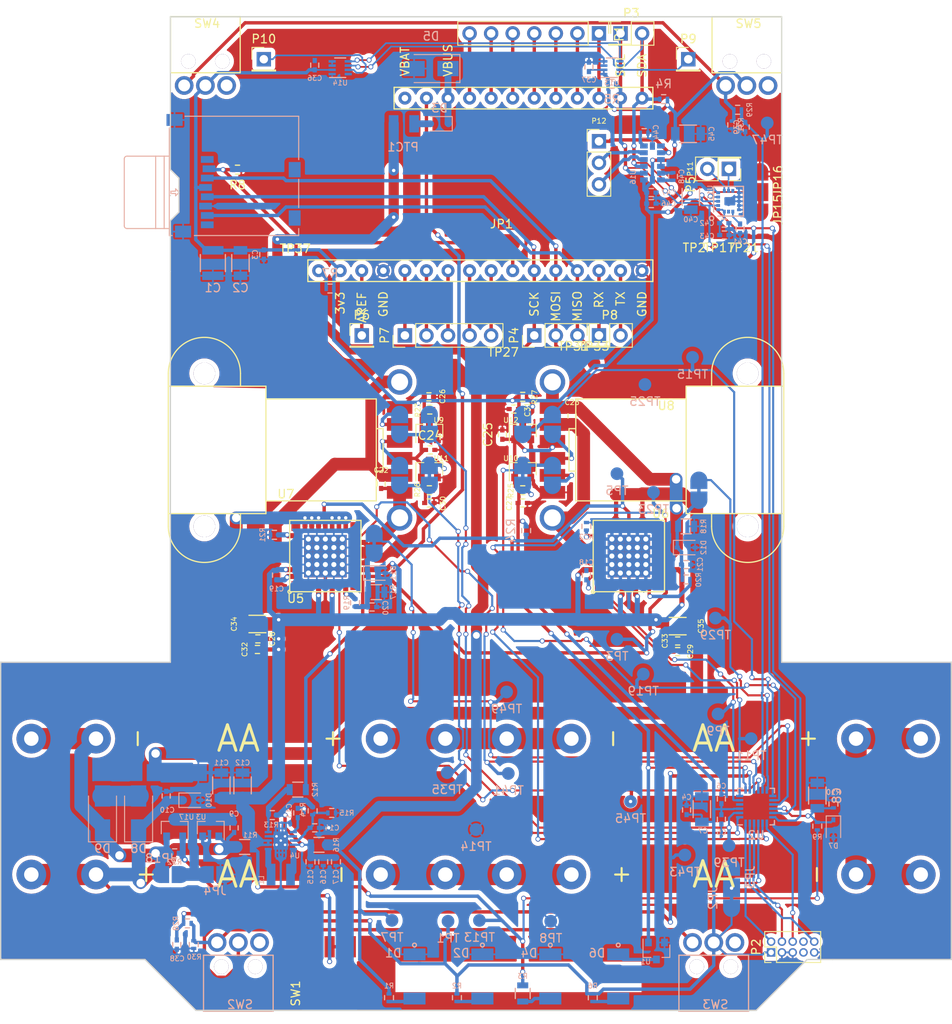
<source format=kicad_pcb>
(kicad_pcb (version 20221018) (generator pcbnew)
  (layers (0 "F.Cu" signal) (31 "B.Cu" signal) (34 "B.Paste" user) (35 "F.Paste" user) (36 "B.SilkS" user "B.Silkscreen") (37 "F.SilkS" user "F.Silkscreen") (38 "B.Mask" user) (39 "F.Mask" user) (44 "Edge.Cuts" user))
  (net 0 "")
  (net 1 "+3V3")
  (net 2 "GND")
  (net 3 "/VBATT_MONITOR")
  (net 4 "/power/BATT_GND_TERM")
  (net 5 "+BATT")
  (net 6 "Net-(C13-Pad1)")
  (net 7 "/power/PSU_FB")
  (net 8 "/power/PSU_VOUT")
  (net 9 "Net-(C18-Pad2)")
  (net 10 "Net-(C19-Pad2)")
  (net 11 "Net-(C20-Pad1)")
  (net 12 "Net-(C21-Pad1)")
  (net 13 "Net-(C22-Pad1)")
  (net 14 "Net-(C22-Pad2)")
  (net 15 "Net-(C23-Pad1)")
  (net 16 "Net-(C23-Pad2)")
  (net 17 "rear_bumper")
  (net 18 "front_bumper")
  (net 19 "Net-(C41-Pad1)")
  (net 20 "Net-(C44-Pad1)")
  (net 21 "Net-(C48-Pad1)")
  (net 22 "Net-(C48-Pad2)")
  (net 23 "Net-(D8-Pad2)")
  (net 24 "Net-(P1-Pad1)")
  (net 25 "Net-(P1-Pad2)")
  (net 26 "Net-(P1-Pad3)")
  (net 27 "Net-(P1-Pad4)")
  (net 28 "Net-(P1-Pad5)")
  (net 29 "Net-(P1-Pad6)")
  (net 30 "Net-(P1-Pad7)")
  (net 31 "SWDIO")
  (net 32 "SWCLK")
  (net 33 "SWO")
  (net 34 "Net-(P2-Pad7)")
  (net 35 "Net-(P2-Pad8)")
  (net 36 "RESET")
  (net 37 "SCL")
  (net 38 "SDA")
  (net 39 "SCK")
  (net 40 "MOSI")
  (net 41 "MISO")
  (net 42 "Net-(P5-Pad26)")
  (net 43 "Net-(P5-Pad24)")
  (net 44 "Net-(P5-Pad23)")
  (net 45 "Net-(P5-Pad22)")
  (net 46 "Net-(P5-Pad21)")
  (net 47 "Net-(P5-Pad20)")
  (net 48 "Net-(P5-Pad15)")
  (net 49 "Net-(P5-Pad14)")
  (net 50 "Net-(P9-Pad1)")
  (net 51 "Net-(P10-Pad1)")
  (net 52 "Net-(P11-Pad1)")
  (net 53 "Net-(P11-Pad2)")
  (net 54 "Net-(P12-Pad1)")
  (net 55 "Net-(P12-Pad2)")
  (net 56 "Net-(P12-Pad3)")
  (net 57 "+5V")
  (net 58 "Net-(D1-Pad2)")
  (net 59 "Net-(D2-Pad2)")
  (net 60 "Net-(D4-Pad2)")
  (net 61 "Net-(D6-Pad2)")
  (net 62 "~{RST}")
  (net 63 "SD_CS")
  (net 64 "PG")
  (net 65 "Net-(R12-Pad2)")
  (net 66 "Net-(R19-Pad1)")
  (net 67 "Net-(R20-Pad1)")
  (net 68 "Net-(R21-Pad1)")
  (net 69 "Net-(R22-Pad1)")
  (net 70 "Net-(JP11-Pad1)")
  (net 71 "~{MotorSF}")
  (net 72 "Net-(JP12-Pad1)")
  (net 73 "Net-(JP13-Pad1)")
  (net 74 "Net-(JP14-Pad1)")
  (net 75 "Net-(R28-Pad1)")
  (net 76 "Net-(R29-Pad1)")
  (net 77 "Net-(SD1-PadPIN1)")
  (net 78 "Net-(SD1-PadPIN8)")
  (net 79 "Motor_In1")
  (net 80 "Motor_In2")
  (net 81 "right_encA")
  (net 82 "right_encB")
  (net 83 "~{MotorR_D}")
  (net 84 "MotorR_Inv")
  (net 85 "FB_R")
  (net 86 "left_encA")
  (net 87 "left_encB")
  (net 88 "~{MotorL_D}")
  (net 89 "MotorL_Inv")
  (net 90 "FB_L")
  (net 91 "Net-(D6-Pad1)")
  (net 92 "/power/BATT_V+_TERM")
  (net 93 "Net-(BT1-Pad2)")
  (net 94 "Net-(BT2-Pad2)")
  (net 95 "Net-(BT3-Pad2)")
  (net 96 "GNDPWR")
  (net 97 "Net-(L1-Pad2)")
  (net 98 "/power/PSU_IND")
  (net 99 "Net-(P5-Pad1)")
  (net 100 "/F_VBUS")
  (net 101 "Net-(JP1-Pad1)")
  (net 102 "Net-(D3-Pad2)")
  (net 103 "/I2C_LSB_BIT")
  (net 104 "Net-(U5-Pad3)")
  (net 105 "Net-(U5-Pad9)")
  (net 106 "Net-(U5-Pad25)")
  (net 107 "Net-(U5-Pad17)")
  (net 108 "Net-(U6-Pad3)")
  (net 109 "/motors/MotorR_Inv")
  (net 110 "Net-(U6-Pad9)")
  (net 111 "Net-(U6-Pad25)")
  (net 112 "Net-(U6-Pad17)")
  (net 113 "Net-(U13-Pad8)")
  (net 114 "Net-(U14-Pad8)")
  (net 115 "Net-(JP15-Pad1)")
  (net 116 "Net-(U16-Pad8)")
  (net 117 "Net-(JP7-Pad1)")
  (net 118 "Net-(JP8-Pad2)")
  (net 119 "Net-(JP9-Pad1)")
  (net 120 "Net-(JP10-Pad2)")
  (net 121 "Net-(C9-Pad2)")
  (net 122 "Net-(R32-Pad1)")
  (net 123 "Net-(SW2-Pad1)")
  (net 124 "Net-(SW3-Pad1)")
  (net 125 "Net-(SW4-Pad1)")
  (net 126 "Net-(SW5-Pad1)")
  (footprint "Capacitors_SMD:C_0402" (layer "F.Cu") (at 135.52 94.59 90)
    (fp_text reference "C22")
    (fp_text value "0.1uF" hide)
  )
  (footprint "Capacitors_SMD:C_0402" (layer "F.Cu") (at 158.01 86.6 -90)
    (fp_text reference "C23")
    (fp_text value "0.1uF" hide)
  )
  (footprint "Capacitors_SMD:C_0402" (layer "F.Cu") (at 141.3 90.6)
    (fp_text reference "C24")
    (fp_text value "0.1uF")
  )
  (footprint "Capacitors_SMD:C_0402" (layer "F.Cu") (at 149.8 88.8 90)
    (fp_text reference "C25")
    (fp_text value "0.1uF")
  )
  (footprint "Capacitors_SMD:C_0402" (layer "F.Cu") (at 141.15 84.35)
    (fp_text reference "C26")
    (fp_text value "0.1uF" hide)
  )
  (footprint "Capacitors_SMD:C_0402" (layer "F.Cu") (at 152.2 96.85)
    (fp_text reference "C27")
    (fp_text value "0.1uF" hide)
  )
  (footprint "Capacitors_SMD:C_0402" (layer "F.Cu") (at 121 112.85 180)
    (fp_text reference "C28")
    (fp_text value "0.1uF" hide)
  )
  (footprint "Capacitors_SMD:C_0402" (layer "F.Cu") (at 170.45 114.35)
    (fp_text reference "C29")
    (fp_text value "0.1uF" hide)
  )
  (footprint "Capacitors_SMD:C_0402" (layer "F.Cu") (at 141.2 96.85)
    (fp_text reference "C30")
    (fp_text value "0.1uF" hide)
  )
  (footprint "Capacitors_SMD:C_0402" (layer "F.Cu") (at 151.15 85.79 180)
    (fp_text reference "C31")
    (fp_text value "0.1uF" hide)
  )
  (footprint "Capacitors_SMD:C_0402" (layer "F.Cu") (at 120.95 114.1 180)
    (fp_text reference "C32")
    (fp_text value "1uF" hide)
  )
  (footprint "Capacitors_SMD:C_0402" (layer "F.Cu") (at 170.45 113.1)
    (fp_text reference "C33")
    (fp_text value "1uF" hide)
  )
  (footprint "Capacitors_SMD:C_1206" (layer "F.Cu") (at 120.95 111.1 180)
    (fp_text reference "C34")
    (fp_text value "10uF" hide)
  )
  (footprint "Capacitors_SMD:C_1206" (layer "F.Cu") (at 170.45 111.35)
    (fp_text reference "C35")
    (fp_text value "10uF" hide)
  )
  (footprint "Pin_Headers:Pin_Header_Straight_1x07_Pitch2.54mm" (layer "F.Cu") (at 161.18 41.56 -90)
    (fp_text reference "P1")
    (fp_text value "BREAKOUT")
  )
  (footprint "Pin_Headers:Pin_Header_Straight_2x01_Pitch2.54mm" (layer "F.Cu") (at 163.72 41.56)
    (fp_text reference "P3")
    (fp_text value "I2C_EXPANSION")
  )
  (footprint "Pin_Headers:Pin_Header_Straight_1x03_Pitch2.54mm" (layer "F.Cu") (at 153.56 77.12 90)
    (fp_text reference "P4")
    (fp_text value "SPI_EXPANSION")
  )
  (footprint "Pin_Headers:Pin_Header_Straight_1x01_Pitch2.54mm" (layer "F.Cu") (at 133.24 77.12)
    (fp_text reference "P6")
    (fp_text value "BREAKOUT")
  )
  (footprint "Pin_Headers:Pin_Header_Straight_1x05_Pitch2.54mm" (layer "F.Cu") (at 138.32 77.12 90)
    (fp_text reference "P7")
    (fp_text value "BREAKOUT")
  )
  (footprint "Pin_Headers:Pin_Header_Straight_2x01_Pitch2.54mm" (layer "F.Cu") (at 161.18 77.12)
    (fp_text reference "P8")
    (fp_text value "BREAKOUT")
  )
  (footprint "Pin_Headers:Pin_Header_Straight_1x01_Pitch2.54mm" (layer "F.Cu") (at 171.7 44.6)
    (fp_text reference "P9")
    (fp_text value "BREAKOUT")
  )
  (footprint "Pin_Headers:Pin_Header_Straight_1x01_Pitch2.54mm" (layer "F.Cu") (at 121.7 44.6)
    (fp_text reference "P10")
    (fp_text value "BREAKOUT")
  )
  (footprint "Pin_Headers:Pin_Header_Straight_2x01_Pitch2.54mm" (layer "F.Cu") (at 176.488 57.512 180)
    (fp_text reference "P11")
    (fp_text value "BREAKOUT" hide)
  )
  (footprint "Pin_Headers:Pin_Header_Straight_1x03_Pitch2.54mm" (layer "F.Cu") (at 161.18 54.26)
    (fp_text reference "P12")
    (fp_text value "BREAKOUT" hide)
  )
  (footprint "Resistors_SMD:R_0402" (layer "F.Cu") (at 118.6 57.6 180)
    (fp_text reference "R8")
    (fp_text value "10k")
  )
  (footprint "Resistors_SMD:R_0402" (layer "F.Cu") (at 141.25 85.85)
    (fp_text reference "R23")
    (fp_text value "10k" hide)
  )
  (footprint "Resistors_SMD:R_0402" (layer "F.Cu") (at 152.2 95.35)
    (fp_text reference "R25")
    (fp_text value "10k" hide)
  )
  (footprint "Resistors_SMD:R_0402" (layer "F.Cu") (at 141.2 95.35)
    (fp_text reference "R26")
    (fp_text value "10k" hide)
  )
  (footprint "Resistors_SMD:R_0402" (layer "F.Cu") (at 152.2 84.35)
    (fp_text reference "R27")
    (fp_text value "10k" hide)
  )
  (footprint "Measurement_Points:Measurement_Point_Round-SMD-Pad_Small" (layer "F.Cu") (at 172.4 68.8)
    (fp_text reference "TP2")
    (fp_text value "TEST")
  )
  (footprint "Measurement_Points:Measurement_Point_Round-SMD-Pad_Small" (layer "F.Cu") (at 175.4 68.8)
    (fp_text reference "TP17")
    (fp_text value "TEST")
  )
  (footprint "Measurement_Points:Measurement_Point_Round-SMD-Pad_Small" (layer "F.Cu") (at 178.2 68.8)
    (fp_text reference "TP21")
    (fp_text value "TEST")
  )
  (footprint "Measurement_Points:Measurement_Point_Round-SMD-Pad_Small" (layer "F.Cu") (at 149.9 81.1)
    (fp_text reference "TP27")
    (fp_text value "TEST")
  )
  (footprint "Measurement_Points:Measurement_Point_Round-SMD-Pad_Small" (layer "F.Cu") (at 158.2 80.4)
    (fp_text reference "TP31")
    (fp_text value "TEST")
  )
  (footprint "Measurement_Points:Measurement_Point_Round-SMD-Pad_Small" (layer "F.Cu") (at 160.6 80.4)
    (fp_text reference "TP33")
    (fp_text value "TEST")
  )
  (footprint "Measurement_Points:Measurement_Point_Round-SMD-Pad_Small" (layer "F.Cu") (at 125.4 68.9)
    (fp_text reference "TP37")
    (fp_text value "TEST")
  )
  (footprint "TO_SOT_Packages_SMD:SOT-23" (layer "F.Cu") (at 141.2 88.35 90)
    (fp_text reference "U9")
    (fp_text value "AH3772" hide)
  )
  (footprint "TO_SOT_Packages_SMD:SOT-23" (layer "F.Cu") (at 152.2 92.85 90)
    (fp_text reference "U10")
    (fp_text value "AH3772" hide)
  )
  (footprint "TO_SOT_Packages_SMD:SOT-23" (layer "F.Cu") (at 141.2 92.85 90)
    (fp_text reference "U11")
    (fp_text value "AH3772" hide)
  )
  (footprint "TO_SOT_Packages_SMD:SOT-23" (layer "F.Cu") (at 152.2 88.35 90)
    (fp_text reference "U12")
    (fp_text value "AH3772" hide)
  )
  (footprint "PiBot:AA_Batt" (layer "F.Cu") (at 118.7 140.6 90)
    (fp_text reference "BT1" hide)
    (fp_text value "Battery")
  )
  (footprint "PiBot:AA_Batt" (layer "F.Cu") (at 174.7 140.6 90)
    (fp_text reference "BT2" hide)
    (fp_text value "Battery")
  )
  (footprint "PiBot:AA_Batt" (layer "F.Cu") (at 174.7 124.6 -90)
    (fp_text reference "BT3" hide)
    (fp_text value "Battery")
  )
  (footprint "PiBot:AA_Batt" (layer "F.Cu") (at 118.7 124.6 -90)
    (fp_text reference "BT4" hide)
    (fp_text value "Battery")
  )
  (footprint "PiBot:feather-headers" (layer "F.Cu") (at 153.56 59.34 90)
    (fp_text reference "P5")
    (fp_text value "Feather-Adaper")
  )
  (footprint "PiBot:PQFN-32-EP-0.8mm" (layer "F.Cu") (at 128.95 103.1 90)
    (fp_text reference "U5")
    (fp_text value "MC33926PNB" hide)
  )
  (footprint "PiBot:PQFN-32-EP-0.8mm" (layer "F.Cu") (at 164.7 103.1 90)
    (fp_text reference "U6")
    (fp_text value "MC33926PNB" hide)
  )
  (footprint "Pin_Headers:Pin_Header_Straight_2x05_Pitch1.27mm" (layer "F.Cu") (at 181.46 149.77 90)
    (fp_text reference "P2")
    (fp_text value "CONN_02X05" hide)
  )
  (footprint "PiBot:Jumper-NC" (layer "F.Cu") (at 149.7 66.2 180)
    (fp_text reference "JP1")
    (fp_text value "Jumper_NC_Small")
  )
  (footprint "PiBot:Jumper-NC" (layer "F.Cu") (at 180.129 61.449 -90)
    (fp_text reference "JP15")
    (fp_text value "Jumper_NC_Small" hide)
  )
  (footprint "PiBot:Jumper-NO" (layer "F.Cu") (at 180.129 59.036 -90)
    (fp_text reference "JP16")
    (fp_text value "Jumper_NO_Small" hide)
  )
  (footprint "PiBot:JS202011SCQN" (layer "F.Cu") (at 129.45 151.85 180)
    (fp_text reference "SW1")
    (fp_text value "SPST" hide)
  )
  (footprint "PiBot:TS0101F020V3" (layer "F.Cu") (at 114.82 47.69)
    (fp_text reference "SW4")
    (fp_text value "SW_SPDT")
  )
  (footprint "PiBot:TS0101F020V3" (layer "F.Cu") (at 178.6 47.7)
    (fp_text reference "SW5")
    (fp_text value "SW_SPDT")
  )
  (footprint "PiBot:Sanyo_GearMotor" (layer "F.Cu") (at 114.7 90.6)
    (fp_text reference "U7")
    (fp_text value "Motor")
  )
  (footprint "PiBot:Sanyo_GearMotor" (layer "F.Cu") (at 178.7 90.6 180)
    (fp_text reference "U8")
    (fp_text value "Motor")
  )
  (footprint "Capacitors_SMD:C_1206" (layer "B.Cu") (at 118.95 68.6 -90)
    (fp_text reference "C2")
    (fp_text value "10uF" hide)
  )
  (footprint "Capacitors_SMD:C_0402" (layer "B.Cu") (at 121.7 67.6 -90)
    (fp_text reference "C3")
    (fp_text value "1uF" hide)
  )
  (footprint "Capacitors_SMD:C_0402" (layer "B.Cu") (at 171.5 133 90)
    (fp_text reference "C4")
    (fp_text value "10nF" hide)
  )
  (footprint "Capacitors_SMD:C_0402" (layer "B.Cu") (at 175.6 134.1 -90)
    (fp_text reference "C5")
    (fp_text value "0.1uF" hide)
  )
  (footprint "Capacitors_SMD:C_0402" (layer "B.Cu") (at 175.6 131.7 90)
    (fp_text reference "C6")
    (fp_text value "1uF" hide)
  )
  (footprint "Capacitors_SMD:C_1206" (layer "B.Cu") (at 173.3 132.9 90)
    (fp_text reference "C7")
    (fp_text value "10uF" hide)
  )
  (footprint "Capacitors_SMD:C_1206" (layer "B.Cu") (at 186.9 131.3 90)
    (fp_text reference "C8")
    (fp_text value "10uF" hide)
  )
  (footprint "Capacitors_SMD:C_0402" (layer "B.Cu") (at 118.2 135.1 90)
    (fp_text reference "C9")
    (fp_text value "0.1uF" hide)
  )
  (footprint "Capacitors_SMD:C_0402" (layer "B.Cu") (at 110.2 131.35 90)
    (fp_text reference "C10")
    (fp_text value "0.1uF" hide)
  )
  (footprint "Capacitors_SMD:C_1206" (layer "B.Cu") (at 116.7 130.1 90)
    (fp_text reference "C11")
    (fp_text value "10uF" hide)
  )
  (footprint "Capacitors_SMD:C_1206" (layer "B.Cu") (at 119.2 130.1 90)
    (fp_text reference "C12")
    (fp_text value "10uF" hide)
  )
  (footprint "Capacitors_SMD:C_0402" (layer "B.Cu") (at 125.7 133.35 90)
    (fp_text reference "C13")
    (fp_text value "0.1uF" hide)
  )
  (footprint "Capacitors_SMD:C_0402" (layer "B.Cu") (at 127.7 135.1)
    (fp_text reference "C14")
    (fp_text value "10pf" hide)
  )
  (footprint "Resistors_SMD:R_0402" (layer "B.Cu") (at 127.2 139.1 -90)
    (fp_text reference "C15")
    (fp_text value "22uf" hide)
  )
  (footprint "Resistors_SMD:R_0402" (layer "B.Cu") (at 128.7 139.1 -90)
    (fp_text reference "C16")
    (fp_text value "22uf" hide)
  )
  (footprint "Resistors_SMD:R_0402" (layer "B.Cu") (at 130.2 139.1 -90)
    (fp_text reference "C17")
    (fp_text value "22uf" hide)
  )
  (footprint "Capacitors_SMD:C_0402" (layer "B.Cu") (at 159.7 105.35 -90)
    (fp_text reference "C18")
    (fp_text value "0.1uF" hide)
  )
  (footprint "Capacitors_SMD:C_0402" (layer "B.Cu") (at 123.2 105.35 -90)
    (fp_text reference "C19")
    (fp_text value "0.1uF" hide)
  )
  (footprint "Capacitors_SMD:C_0402" (layer "B.Cu") (at 134.45 109.1)
    (fp_text reference "C20")
    (fp_text value "1uF" hide)
  )
  (footprint "Capacitors_SMD:C_0402" (layer "B.Cu") (at 171.45 104.1)
    (fp_text reference "C21")
    (fp_text value "1uF" hide)
  )
  (footprint "Capacitors_SMD:C_0402" (layer "B.Cu") (at 127.7 45.3 90)
    (fp_text reference "C36")
    (fp_text value "0.1uF" hide)
  )
  (footprint "Capacitors_SMD:C_0402" (layer "B.Cu") (at 160 45.5 90)
    (fp_text reference "C37")
    (fp_text value "0.1uF" hide)
  )
  (footprint "Capacitors_SMD:C_0402" (layer "B.Cu") (at 111.45 148.85 -90)
    (fp_text reference "C38")
    (fp_text value "0.1uF" hide)
  )
  (footprint "Capacitors_SMD:C_0402" (layer "B.Cu") (at 178.406 52.586 -90)
    (fp_text reference "C39")
    (fp_text value "0.1uF" hide)
  )
  (footprint "Capacitors_SMD:C_1206" (layer "B.Cu") (at 172.001 60.814 -90)
    (fp_text reference "C40")
    (fp_text value "10uF" hide)
  )
  (footprint "Capacitors_SMD:C_0402" (layer "B.Cu") (at 177.8 64.55 -90)
    (fp_text reference "C41")
    (fp_text value "10nF" hide)
  )
  (footprint "Capacitors_SMD:C_0402" (layer "B.Cu") (at 175.938 63.9)
    (fp_text reference "C42")
    (fp_text value "1uF" hide)
  )
  (footprint "Capacitors_SMD:C_0402" (layer "B.Cu") (at 175.95 65.3)
    (fp_text reference "C43")
    (fp_text value "0.1uF" hide)
  )
  (footprint "Resistors_SMD:R_0402" (layer "B.Cu") (at 166.5 53.3)
    (fp_text reference "C44")
    (fp_text value "4.7uF" hide)
  )
  (footprint "Capacitors_SMD:C_1206" (layer "B.Cu") (at 171.667 53.382)
    (fp_text reference "C45")
    (fp_text value "10uF" hide)
  )
  (footprint "Capacitors_SMD:C_0402" (layer "B.Cu") (at 167.35 61.6)
    (fp_text reference "C46")
    (fp_text value "1uF" hide)
  )
  (footprint "Capacitors_SMD:C_0402" (layer "B.Cu") (at 167.35 60.3)
    (fp_text reference "C47")
    (fp_text value "0.1uF" hide)
  )
  (footprint "Resistors_SMD:R_0402" (layer "B.Cu") (at 169.9 58.4 90)
    (fp_text reference "C48")
    (fp_text value "0.22uF" hide)
  )
  (footprint "Diodes_SMD:SOD-323" (layer "B.Cu") (at 113.2 131.85)
    (fp_text reference "D10")
    (fp_text value "7.5V" hide)
  )
  (footprint "Resistors_SMD:R_0402" (layer "B.Cu") (at 136.45 155.1 -90)
    (fp_text reference "R1")
    (fp_text value "150R" hide)
  )
  (footprint "Resistors_SMD:R_0402" (layer "B.Cu") (at 144.45 155.1 -90)
    (fp_text reference "R2")
    (fp_text value "62R" hide)
  )
  (footprint "Resistors_SMD:R_0805" (layer "B.Cu") (at 152.2 154.6 -90)
    (fp_text reference "R3")
    (fp_text value "200R" hide)
  )
  (footprint "Resistors_SMD:R_0402" (layer "B.Cu") (at 168.8 49.3 180)
    (fp_text reference "R4")
    (fp_text value "10k")
  )
  (footprint "Resistors_SMD:R_0402" (layer "B.Cu") (at 162.7 47.5)
    (fp_text reference "R5")
    (fp_text value "10k")
  )
  (footprint "Resistors_SMD:R_0402" (layer "B.Cu") (at 160.45 155.1 -90)
    (fp_text reference "R6")
    (fp_text value "62R" hide)
  )
  (footprint "Resistors_SMD:R_0402" (layer "B.Cu") (at 129.5 71.6 180)
    (fp_text reference "R7")
    (fp_text value "10k")
  )
  (footprint "Resistors_SMD:R_0402" (layer "B.Cu") (at 186.9 134.9 -90)
    (fp_text reference "R9")
    (fp_text value "15k" hide)
  )
  (footprint "Resistors_SMD:R_0402" (layer "B.Cu") (at 188.8 132.3 -90)
    (fp_text reference "R10")
    (fp_text value "10k" hide)
  )
  (footprint "Resistors_SMD:R_0805" (layer "B.Cu") (at 119.45 137.35)
    (fp_text reference "R11")
    (fp_text value "0" hide)
  )
  (footprint "Resistors_SMD:R_0805" (layer "B.Cu") (at 125.7 130.6 180)
    (fp_text reference "R12")
    (fp_text value "0" hide)
  )
  (footprint "Resistors_SMD:R_0402" (layer "B.Cu") (at 122.7 133.6 180)
    (fp_text reference "R13")
    (fp_text value "1M" hide)
  )
  (footprint "Resistors_SMD:R_0402" (layer "B.Cu") (at 127.45 133.1 -90)
    (fp_text reference "R14")
    (fp_text value "1M" hide)
  )
  (footprint "Resistors_SMD:R_0402" (layer "B.Cu") (at 129.7 133.35)
    (fp_text reference "R15")
    (fp_text value "111k" hide)
  )
  (footprint "Resistors_SMD:R_0805" (layer "B.Cu") (at 128.2 137.1)
    (fp_text reference "R16")
    (fp_text value "0" hide)
  )
  (footprint "Resistors_SMD:R_0805" (layer "B.Cu") (at 134.95 107.35)
    (fp_text reference "R17")
    (fp_text value "200" hide)
  )
  (footprint "Resistors_SMD:R_0805" (layer "B.Cu") (at 171.45 99.6)
    (fp_text reference "R18")
    (fp_text value "200" hide)
  )
  (footprint "Resistors_SMD:R_0402" (layer "B.Cu") (at 132.45 108.6 -90)
    (fp_text reference "R19")
    (fp_text value "100" hide)
  )
  (footprint "Resistors_SMD:R_0402" (layer "B.Cu") (at 171.45 105.85 180)
    (fp_text reference "R20")
    (fp_text value "100" hide)
  )
  (footprint "Resistors_SMD:R_0402" (layer "B.Cu") (at 122.95 100.6 180)
    (fp_text reference "R21")
    (fp_text value "10k" hide)
  )
  (footprint "Resistors_SMD:R_0402" (layer "B.Cu") (at 159.7 99.6 90)
    (fp_text reference "R22")
    (fp_text value "10k" hide)
  )
  (footprint "Resistors_SMD:R_0402" (layer "B.Cu") (at 152.6 100.1 -90)
    (fp_text reference "R24")
    (fp_text value "10k")
  )
  (footprint "Resistors_SMD:R_0402" (layer "B.Cu") (at 112.7 146.35 180)
    (fp_text reference "R28")
    (fp_text value "10k" hide)
  )
  (footprint "Resistors_SMD:R_0402" (layer "B.Cu") (at 177.517 50.554)
    (fp_text reference "R29")
    (fp_text value "10k" hide)
  )
  (footprint "Resistors_SMD:R_0402" (layer "B.Cu") (at 113.45 148.85 90)
    (fp_text reference "R30")
    (fp_text value "10k" hide)
  )
  (footprint "Resistors_SMD:R_0402" (layer "B.Cu") (at 176.882 52.332 90)
    (fp_text reference "R31")
    (fp_text value "10k" hide)
  )
  (footprint "MF_Connectors:MF_Connectors-MF-MICROSD" (layer "B.Cu") (at 118.187 58.3366 -90)
    (fp_text reference "SD1" hide)
    (fp_text value "SD_CARD_SLOT_MICRO_RIGHT" hide)
  )
  (footprint "Measurement_Points:Measurement_Point_Round-SMD-Pad_Small" (layer "B.Cu") (at 143.4 146.1)
    (fp_text reference "TP1")
    (fp_text value "TEST")
  )
  (footprint "Measurement_Points:Measurement_Point_Round-SMD-Pad_Small" (layer "B.Cu") (at 163.3 112.9)
    (fp_text reference "TP3")
    (fp_text value "TEST")
  )
  (footprint "Measurement_Points:Measurement_Point_Round-SMD-Pad_Small" (layer "B.Cu") (at 163.3 93.4)
    (fp_text reference "TP5")
    (fp_text value "TEST")
  )
  (footprint "Measurement_Points:Measurement_Point_Round-SMD-Pad_Small" (layer "B.Cu") (at 136.8 146)
    (fp_text reference "TP7")
    (fp_text value "TEST")
  )
  (footprint "Measurement_Points:Measurement_Point_Round-SMD-Pad_Small" (layer "B.Cu") (at 155.5 146.1)
    (fp_text reference "TP8")
    (fp_text value "TEST")
  )
  (footprint "Measurement_Points:Measurement_Point_Round-SMD-Pad_Small" (layer "B.Cu") (at 175.2 121.7)
    (fp_text reference "TP9")
    (fp_text value "TEST")
  )
  (footprint "Measurement_Points:Measurement_Point_Round-SMD-Pad_Small" (layer "B.Cu") (at 179.1 124.6)
    (fp_text reference "TP11")
    (fp_text value "TEST")
  )
  (footprint "Measurement_Points:Measurement_Point_Round-SMD-Pad_Small" (layer "B.Cu") (at 147.1 146)
    (fp_text reference "TP13")
    (fp_text value "TEST")
  )
  (footprint "Measurement_Points:Measurement_Point_Round-SMD-Pad_Small" (layer "B.Cu") (at 146.7 135.3)
    (fp_text reference "TP14")
    (fp_text value "TEST")
  )
  (footprint "Measurement_Points:Measurement_Point_Round-SMD-Pad_Small" (layer "B.Cu") (at 172.2 79.7)
    (fp_text reference "TP15")
    (fp_text value "TEST")
  )
  (footprint "Measurement_Points:Measurement_Point_Round-SMD-Pad_Small" (layer "B.Cu") (at 166.4 117)
    (fp_text reference "TP19")
    (fp_text value "TEST")
  )
  (footprint "Measurement_Points:Measurement_Point_Round-SMD-Pad_Small" (layer "B.Cu") (at 167.6 95.6)
    (fp_text reference "TP23")
    (fp_text value "TEST")
  )
  (footprint "Measurement_Points:Measurement_Point_Round-SMD-Pad_Small" (layer "B.Cu") (at 166.6 82.9)
    (fp_text reference "TP25")
    (fp_text value "TEST")
  )
  (footprint "Measurement_Points:Measurement_Point_Round-SMD-Pad_Small" (layer "B.Cu") (at 174.9 110.4)
    (fp_text reference "TP29")
    (fp_text value "TEST")
  )
  (footprint "Measurement_Points:Measurement_Point_Round-SMD-Pad_Small" (layer "B.Cu") (at 143.3 128.6)
    (fp_text reference "TP35")
    (fp_text value "TEST")
  )
  (footprint "Measurement_Points:Measurement_Point_Round-SMD-Pad_Small" (layer "B.Cu") (at 176.5 137.2)
    (fp_text reference "TP39")
    (fp_text value "TEST")
  )
  (footprint "Measurement_Points:Measurement_Point_Round-SMD-Pad_Small" (layer "B.Cu") (at 150.5 128.7)
    (fp_text reference "TP41")
    (fp_text value "TEST")
  )
  (footprint "Measurement_Points:Measurement_Point_Round-SMD-Pad_Small" (layer "B.Cu") (at 171.3 138.3)
    (fp_text reference "TP43")
    (fp_text value "TEST")
  )
  (footprint "Measurement_Points:Measurement_Point_Round-SMD-Pad_Small" (layer "B.Cu") (at 164.9 132)
    (fp_text reference "TP45")
    (fp_text value "TEST")
  )
  (footprint "Measurement_Points:Measurement_Point_Round-SMD-Pad_Small" (layer "B.Cu") (at 181 52.1)
    (fp_text reference "TP47")
    (fp_text value "TEST")
  )
  (footprint "Measurement_Points:Measurement_Point_Round-SMD-Pad_Small" (layer "B.Cu") (at 150.3 119.1)
    (fp_text reference "TP49")
    (fp_text value "TEST")
  )
  (footprint "TO_SOT_Packages_SMD:SOT-23" (layer "B.Cu") (at 167.95 149.6 -90)
    (fp_text reference "U1")
    (fp_text value "DMG2302U" hide)
  )
  (footprint "TO_SOT_Packages_SMD:SOT-23" (layer "B.Cu") (at 115.45 135.1 90)
    (fp_text reference "U3")
    (fp_text value "N-FET" hide)
  )
  (footprint "Capacitors_SMD:C_1210" (layer "B.Cu") (at 115.7 68.6 -90)
    (fp_text reference "C1")
    (fp_text value "100uF" hide)
  )
  (footprint "PiBot:PLCC2-LED-Reverse" (layer "B.Cu") (at 139.45 152.6 -90)
    (fp_text reference "D1")
    (fp_text value "LED" hide)
  )
  (footprint "PiBot:PLCC2-LED-Reverse" (layer "B.Cu") (at 147.45 152.6 -90)
    (fp_text reference "D2")
    (fp_text value "LED" hide)
  )
  (footprint "PiBot:PLCC2-LED-Reverse" (layer "B.Cu") (at 155.45 152.6 -90)
    (fp_text reference "D4")
    (fp_text value "LED" hide)
  )
  (footprint "PiBot:PLCC2-LED-Reverse" (layer "B.Cu") (at 163.45 152.6 -90)
    (fp_text reference "D6")
    (fp_text value "LED" hide)
  )
  (footprint "Oddities:NetTie-I_Connected_SMD" (layer "B.Cu") (at 111.45 128.6 180)
    (fp_text reference "JP17" hide)
    (fp_text value "Jumper_NC_Small" hide)
  )
  (footprint "Inductors_NEOSID:Neosid_Inductor_SM-NE29_SMD1008" (layer "B.Cu") (at 123.7 140.6)
    (fp_text reference "L1")
    (fp_text value "1 uH" hide)
  )
  (footprint "Fuse_Holders_and_Fuses:Fuse_SMD1206_Reflow" (layer "B.Cu") (at 138.2 52.2)
    (fp_text reference "PTC1")
    (fp_text value "0.5A")
  )
  (footprint "Housings_DFN_QFN:QFN-24_4x4mm_Pitch0.5mm" (layer "B.Cu") (at 179.7 132.6)
    (fp_text reference "U2")
    (fp_text value "MKL03ZxxVFK4" hide)
  )
  (footprint "Housings_DFN_QFN:DFN-8_2x2mm_Pitch0.5mm" (layer "B.Cu") (at 162.7 45.6)
    (fp_text reference "U13")
    (fp_text value "BH1745NUC" hide)
  )
  (footprint "Housings_DFN_QFN:DFN-8_2x2mm_Pitch0.5mm" (layer "B.Cu") (at 130.7 45.6)
    (fp_text reference "U14")
    (fp_text value "BH1745NUC" hide)
  )
  (footprint "PiBot:16-LGA-3x3" (layer "B.Cu") (at 176.446 61.322)
    (fp_text reference "U15")
    (fp_text value "L3GD20H" hide)
  )
  (footprint "PiBot:14-LGA-3x5" (layer "B.Cu") (at 167.476 56.811)
    (fp_text reference "U16")
    (fp_text value "LSM303DLHCTR" hide)
  )
  (footprint "Diodes_SMD:SOD-323" (layer "B.Cu") (at 142.4 52.2 180)
    (fp_text reference "D3")
    (fp_text value "Schottky")
  )
  (footprint "Diodes_SMD:SMA_Standard" (layer "B.Cu") (at 141.4 45.7 180)
    (fp_text reference "D5")
    (fp_text value "5.1V")
  )
  (footprint "Diodes_SMD:SOD-323" (layer "B.Cu") (at 188.8 135.2 -90)
    (fp_text reference "D7")
    (fp_text value "3.3V" hide)
  )
  (footprint "Diodes_SMD:SMA_Standard" (layer "B.Cu") (at 106.95 133.35 90)
    (fp_text reference "D8")
    (fp_text value "5.1V" hide)
  )
  (footprint "Diodes_SMD:SMA_Standard" (layer "B.Cu") (at 102.7 133.35 90)
    (fp_text reference "D9")
    (fp_text value "5.1V" hide)
  )
  (footprint "Diodes_SMD:SOD-323" (layer "B.Cu") (at 134.95 105.1)
    (fp_text reference "D11")
    (fp_text value "3.3V" hide)
  )
  (footprint "Diodes_SMD:SOD-323" (layer "B.Cu") (at 171.45 102.1)
    (fp_text reference "D12")
    (fp_text value "3.3V" hide)
  )
  (footprint "PiBot:Jumper-NC" (layer "B.Cu") (at 176.8 143.4 90)
    (fp_text reference "JP2")
    (fp_text value "Jumper_NC_Small" hide)
  )
  (footprint "PiBot:Jumper-NO" (layer "B.Cu") (at 176.8 140.9 -90)
    (fp_text reference "JP3")
    (fp_text value "Jumper_NO_Small" hide)
  )
  (footprint "PiBot:Jumper-NO" (layer "B.Cu") (at 115.95 140.6)
    (fp_text reference "JP4")
    (fp_text value "Jumper_NO_Small" hide)
  )
  (footprint "PiBot:Jumper-NC" (layer "B.Cu") (at 134.7 101.6 -90)
    (fp_text reference "JP5" hide)
    (fp_text value "Jumper_NC_Small" hide)
  )
  (footprint "PiBot:Jumper-NC" (layer "B.Cu") (at 172.95 95.35 -90)
    (fp_text reference "JP6" hide)
    (fp_text value "Jumper_NC_Small" hide)
  )
  (footprint "PiBot:Jumper-NO" (layer "B.Cu") (at 137.7 93.6 -90)
    (fp_text reference "JP7" hide)
    (fp_text value "Jumper_NO_Small" hide)
  )
  (footprint "PiBot:Jumper-NO" (layer "B.Cu") (at 137.7 87.6 90)
    (fp_text reference "JP8" hide)
    (fp_text value "Jumper_NO_Small" hide)
  )
  (footprint "PiBot:Jumper-NO" (layer "B.Cu") (at 155.7 87.6 90)
    (fp_text reference "JP9" hide)
    (fp_text value "Jumper_NO_Small" hide)
  )
  (footprint "PiBot:Jumper-NO" (layer "B.Cu") (at 155.7 93.6 -90)
    (fp_text reference "JP10" hide)
    (fp_text value "Jumper_NO_Small" hide)
  )
  (footprint "PiBot:Jumper-NC" (layer "B.Cu") (at 141.2 87.6 -90)
    (fp_text reference "JP11" hide)
    (fp_text value "Jumper_NC_Small" hide)
  )
  (footprint "PiBot:Jumper-NC" (layer "B.Cu") (at 152.2 93.6 90)
    (fp_text reference "JP12" hide)
    (fp_text value "Jumper_NC_Small" hide)
  )
  (footprint "PiBot:Jumper-NC" (layer "B.Cu") (at 141.2 93.6 -90)
    (fp_text reference "JP13" hide)
    (fp_text value "Jumper_NC_Small" hide)
  )
  (footprint "PiBot:Jumper-NC" (layer "B.Cu") (at 152.2 87.6 -90)
    (fp_text reference "JP14" hide)
    (fp_text value "Jumper_NC_Small" hide)
  )
  (footprint "PiBot:Jumper-NO" (layer "B.Cu") (at 110.7 140.6)
    (fp_text reference "JP18")
    (fp_text value "Jumper_NO_Small" hide)
  )
  (footprint "Resistors_SMD:R_0402" (layer "B.Cu") (at 111.2 138.1 180)
    (fp_text reference "R32")
    (fp_text value "10k" hide)
  )
  (footprint "PiBot:TS0101F020V3" (layer "B.Cu") (at 118.7 148.6)
    (fp_text reference "SW2")
    (fp_text value "SW_SPDT")
  )
  (footprint "PiBot:TS0101F020V3" (layer "B.Cu") (at 174.7 148.6)
    (fp_text reference "SW3")
    (fp_text value "SW_SPDT")
  )
  (footprint "TO_SOT_Packages_SMD:SOT-23" (layer "B.Cu") (at 111.2 135.1 90)
    (fp_text reference "U17")
    (fp_text value "N-FET" hide)
  )
  (footprint "PiBot:DFN-10-w_pad" (layer "B.Cu") (at 123.7 136.6 90)
    (fp_text reference "U4")
    (fp_text value "TPS63060" hide)
  )
  (gr_line (start 110.7 63.6) (end 111.7 62.6) (stroke (width 0.15)) (layer "Edge.Cuts"))
  (gr_line (start 110.7 60.651067) (end 110.7 60.651067) (stroke (width 0.15)) (layer "Edge.Cuts"))
  (gr_line (start 111.7 62.6) (end 111.7 58.6) (stroke (width 0.15)) (layer "Edge.Cuts"))
  (gr_line (start 111.7 59.6) (end 111.7 59.6) (stroke (width 0.15)) (layer "Edge.Cuts"))
  (gr_line (start 110.7 57.6) (end 110.7 39.6) (stroke (width 0.15)) (layer "Edge.Cuts"))
  (gr_line (start 111.7 58.6) (end 110.7 57.6) (stroke (width 0.15)) (layer "Edge.Cuts"))
  (gr_line (start 185.7 150.6) (end 188.7 150.6) (stroke (width 0.15)) (layer "Edge.Cuts"))
  (gr_line (start 110.7 115.6) (end 90.7 115.6) (stroke (width 0.15)) (layer "Edge.Cuts"))
  (gr_line (start 202.7 150.6) (end 188.7 150.6) (stroke (width 0.15)) (layer "Edge.Cuts"))
  (gr_line (start 179.7 156.6) (end 113.7 156.6) (stroke (width 0.15)) (layer "Edge.Cuts"))
  (gr_line (start 113.7 156.6) (end 107.7 150.6) (stroke (width 0.15)) (layer "Edge.Cuts"))
  (gr_line (start 110.7 69.6) (end 110.7 63.6) (stroke (width 0.15)) (layer "Edge.Cuts"))
  (gr_line (start 182.7 39.6) (end 182.7 69.6) (stroke (width 0.15)) (layer "Edge.Cuts"))
  (gr_line (start 202.7 116.6) (end 202.7 150.6) (stroke (width 0.15)) (layer "Edge.Cuts"))
  (gr_line (start 90.7 116.6) (end 90.7 150.6) (stroke (width 0.15)) (layer "Edge.Cuts"))
  (gr_line (start 110.7 39.6) (end 182.7 39.6) (stroke (width 0.15)) (layer "Edge.Cuts"))
  (gr_line (start 182.7 69.6) (end 182.7 115.6) (stroke (width 0.15)) (layer "Edge.Cuts"))
  (gr_line (start 110.7 69.6) (end 110.7 115.6) (stroke (width 0.15)) (layer "Edge.Cuts"))
  (gr_line (start 182.7 115.6) (end 202.7 115.6) (stroke (width 0.15)) (layer "Edge.Cuts"))
  (gr_line (start 202.7 115.6) (end 202.7 116.6) (stroke (width 0.15)) (layer "Edge.Cuts"))
  (gr_line (start 107.7 150.6) (end 105.7 150.6) (stroke (width 0.15)) (layer "Edge.Cuts"))
  (gr_line (start 179.7 156.6) (end 185.7 150.6) (stroke (width 0.15)) (layer "Edge.Cuts"))
  (gr_line (start 90.7 115.6) (end 90.7 116.6) (stroke (width 0.15)) (layer "Edge.Cuts"))
  (gr_line (start 90.7 150.6) (end 105.7 150.6) (stroke (width 0.15)) (layer "Edge.Cuts"))
  (segment (start 140.25 93.85) (end 140.25 94.85) (width 0.4) (layer "F.Cu") (net 1))
  (segment (start 140.25 90.95) (end 139.6 91.6) (width 0.4) (layer "F.Cu") (net 1))
  (segment (start 140.6 90.6) (end 140.25 90.95) (width 0.4) (layer "F.Cu") (net 1))
  (segment (start 140.6 85.65) (end 140.8 85.85) (width 0.4) (layer "F.Cu") (net 1))
  (segment (start 140.6 84.35) (end 140.6 85.65) (width 0.4) (layer "F.Cu") (net 1))
  (segment (start 117.300001 152.700001) (end 118.7 151.300002) (width 0.4) (layer "F.Cu") (net 1))
  (segment (start 134.2 146.05) (end 116.529998 146.05) (width 0.4) (layer "F.Cu") (net 1))
  (segment (start 151.25 93.85) (end 151.25 89.35) (width 0.4) (layer "F.Cu") (net 1))
  (segment (start 140.75 96.75) (end 140.65 96.85) (width 0.4) (layer "F.Cu") (net 1))
  (segment (start 169.6 56.5) (end 170.1 56) (width 0.4) (layer "F.Cu") (net 1))
  (segment (start 140.25 92.25) (end 140.25 93) (width 0.4) (layer "F.Cu") (net 1))
  (segment (start 154.129997 90.200001) (end 155.099999 90.200001) (width 0.4) (layer "F.Cu") (net 1))
  (segment (start 151.25 93.85) (end 151.25 93.8) (width 0.4) (layer "F.Cu") (net 1))
  (segment (start 151.25 86.25) (end 151.25 89.35) (width 0.4) (layer "F.Cu") (net 1))
  (segment (start 169.7 62.6) (end 169.3 62.6) (width 0.4) (layer "F.Cu") (net 1))
  (segment (start 140.25 86.4) (end 140.25 89.35) (width 0.4) (layer "F.Cu") (net 1))
  (segment (start 139.9 85.05) (end 140.6 84.35) (width 0.4) (layer "F.Cu") (net 1))
  (segment (start 118.7 150.155634) (end 118.7 148.6) (width 0.4) (layer "F.Cu") (net 1))
  (segment (start 137.7 91.6) (end 139.6 91.6) (width 0.4) (layer "F.Cu") (net 1))
  (segment (start 155.7 89.6) (end 155.099999 90.200001) (width 0.4) (layer "F.Cu") (net 1))
  (segment (start 151.25 89.35) (end 151.25 89.4) (width 0.4) (layer "F.Cu") (net 1))
  (segment (start 140.25 89.35) (end 140.25 90.95) (width 0.4) (layer "F.Cu") (net 1))
  (segment (start 116.099999 152.700001) (end 117.300001 152.700001) (width 0.4) (layer "F.Cu") (net 1))
  (segment (start 140.75 95.35) (end 140.75 96.75) (width 0.4) (layer "F.Cu") (net 1))
  (segment (start 151.65 85.85) (end 151.25 86.25) (width 0.4) (layer "F.Cu") (net 1))
  (segment (start 151.45 84.35) (end 151 84.8) (width 0.4) (layer "F.Cu") (net 1))
  (segment (start 140.25 94.85) (end 140.75 95.35) (width 0.4) (layer "F.Cu") (net 1))
  (segment (start 114.699999 151.300001) (end 116.099999 152.700001) (width 0.4) (layer "F.Cu") (net 1))
  (segment (start 151.25 93.85) (end 151.25 94.85) (width 0.4) (layer "F.Cu") (net 1))
  (segment (start 151.75 95.35) (end 151.75 96.75) (width 0.4) (layer "F.Cu") (net 1))
  (segment (start 139.6 91.6) (end 140.25 92.25) (width 0.4) (layer "F.Cu") (net 1))
  (segment (start 151.75 85.75) (end 151.65 85.85) (width 0.4) (layer "F.Cu") (net 1))
  (segment (start 157.41 112.28) (end 151.65 106.52) (width 0.4) (layer "F.Cu") (net 1))
  (segment (start 139.9 85.1) (end 139.9 85.05) (width 0.4) (layer "F.Cu") (net 1))
  (segment (start 151.65 99) (end 151.65 96.85) (width 0.4) (layer "F.Cu") (net 1))
  (segment (start 167.5 56.5) (end 169.6 56.5) (width 0.4) (layer "F.Cu") (net 1))
  (segment (start 152.2 99) (end 151.65 99) (width 0.4) (layer "F.Cu") (net 1))
  (segment (start 152.44999 90.59999) (end 152.44999 90.668666) (width 0.4) (layer "F.Cu") (net 1))
  (segment (start 170.1 56) (end 170.1 54.7) (width 0.4) (layer "F.Cu") (net 1))
  (segment (start 151.25 89.4) (end 152.44999 90.59999) (width 0.4) (layer "F.Cu") (net 1))
  (segment (start 140.75 90.6) (end 140.6 90.6) (width 0.4) (layer "F.Cu") (net 1))
  (segment (start 118.7 151.300002) (end 118.7 150.155634) (width 0.4) (layer "F.Cu") (net 1))
  (segment (start 171.9 60.4) (end 169.7 62.6) (width 0.4) (layer "F.Cu") (net 1))
  (segment (start 163 50.5) (end 168.75 50.5) (width 0.4) (layer "F.Cu") (net 1))
  (segment (start 149.8 89.35) (end 151.25 89.35) (width 0.4) (layer "F.Cu") (net 1))
  (segment (start 140.25 93) (end 140.25 93.85) (width 0.4) (layer "F.Cu") (net 1))
  (segment (start 151.75 96.75) (end 151.65 96.85) (width 0.4) (layer "F.Cu") (net 1))
  (segment (start 168.75 50.5) (end 169.25 50) (width 0.4) (layer "F.Cu") (net 1))
  (segment (start 151.75 84.35) (end 151.75 85.75) (width 0.4) (layer "F.Cu") (net 1))
  (segment (start 116.529998 146.05) (end 114.699999 147.879999) (width 0.4) (layer "F.Cu") (net 1))
  (segment (start 114.699999 147.879999) (end 114.699999 151.300001) (width 0.4) (layer "F.Cu") (net 1))
  (segment (start 151.75 84.35) (end 151.45 84.35) (width 0.4) (layer "F.Cu") (net 1))
  (segment (start 140.8 85.85) (end 140.25 86.4) (width 0.4) (layer "F.Cu") (net 1))
  (segment (start 151.25 94.85) (end 151.75 95.35) (width 0.4) (layer "F.Cu") (net 1))
  (segment (start 151.65 106.52) (end 151.65 99) (width 0.4) (layer "F.Cu") (net 1))
  (via (at 151 84.8) (size 0.6) (drill 0.4) (layers "F.Cu" "B.Cu") (net 1))
  (via (at 171.9 60.4) (size 0.6) (drill 0.4) (layers "F.Cu" "B.Cu") (net 1))
  (via (at 169.25 50) (size 0.6) (drill 0.4) (layers "F.Cu" "B.Cu") (net 1))
  (via (at 134.2 146.05) (size 0.6) (drill 0.4) (layers "F.Cu" "B.Cu") (net 1))
  (via (at 155.7 90.300003) (size 0.6) (drill 0.4) (layers "F.Cu" "B.Cu") (net 1))
  (via (at 170.1 54.7) (size 0.6) (drill 0.4) (layers "F.Cu" "B.Cu") (net 1))
  (via (at 152.2 99) (size 0.6) (drill 0.4) (layers "F.Cu" "B.Cu") (net 1))
  (via (at 139.9 85.1) (size 0.6) (drill 0.4) (layers "F.Cu" "B.Cu") (net 1))
  (via (at 169.3 62.6) (size 0.6) (drill 0.4) (layers "F.Cu" "B.Cu") (net 1))
  (via (at 152.44999 90.668666) (size 0.6) (drill 0.4) (layers "F.Cu" "B.Cu") (net 1))
  (via (at 163 50.5) (size 0.6) (drill 0.4) (layers "F.Cu" "B.Cu") (net 1))
  (via (at 157.41 112.28) (size 0.6) (drill 0.4) (layers "F.Cu" "B.Cu") (net 1))
  (via (at 167.5 56.5) (size 0.6) (drill 0.4) (layers "F.Cu" "B.Cu") (net 1))
  (segment (start 114.82 47.69) (end 116.320001 46.189999) (width 0.4) (layer "B.Cu") (net 1))
  (segment (start 175.799999 149.699999) (end 174.7 148.6) (width 0.25) (layer "B.Cu") (net 1))
  (segment (start 113.68744 59.6955) (end 113.68744 48.82256) (width 0.4) (layer "B.Cu") (net 1))
  (segment (start 162.342001 48.292001) (end 162.342001 49.842001) (width 0.4) (layer "B.Cu") (net 1))
  (segment (start 162.25 47.5) (end 162.25 46.85) (width 0.4) (layer "B.Cu") (net 1))
  (segment (start 143.050001 151.100001) (end 139.9 151.100001) (width 0.4) (layer "B.Cu") (net 1))
  (segment (start 167.476 58.811) (end 167.476 58.961) (width 0.4) (layer "B.Cu") (net 1))
  (segment (start 175.4 63.912) (end 175.388 63.9) (width 0.2) (layer "B.Cu") (net 1))
  (segment (start 115.7 67.1) (end 114.95 67.1) (width 0.4) (layer "B.Cu") (net 1))
  (segment (start 169.25 50) (end 170.167 50.917) (width 0.4) (layer "B.Cu") (net 1))
  (segment (start 172.001 59.314) (end 172.001 60.299) (width 0.4) (layer "B.Cu") (net 1))
  (segment (start 113.68744 48.82256) (end 114.82 47.69) (width 0.4) (layer "B.Cu") (net 1))
  (segment (start 118.95 67.1) (end 121.65 67.1) (width 0.4) (layer "B.Cu") (net 1))
  (segment (start 175.171 60.322) (end 175.221 60.322) (width 0.2) (layer "B.Cu") (net 1))
  (segment (start 116.320001 46.189999) (end 126.710001 46.189999) (width 0.4) (layer "B.Cu") (net 1))
  (segment (start 161.75 46.35) (end 161.75 45.85) (width 0.2) (layer "B.Cu") (net 1))
  (segment (start 159.75 153.4) (end 157.6 151.25) (width 0.4) (layer "B.Cu") (net 1))
  (segment (start 170.167 50.917) (end 170.167 51.412998) (width 0.4) (layer "B.Cu") (net 1))
  (segment (start 151.424264 84.8) (end 151 84.8) (width 0.4) (layer "B.Cu") (net 1))
  (segment (start 180.454999 150.025001) (end 176.125001 150.025001) (width 0.25) (layer "B.Cu") (net 1))
  (segment (start 173.201 59.314) (end 173.787 59.9) (width 0.4) (layer "B.Cu") (net 1))
  (segment (start 121.65 67.1) (end 121.7 67.05) (width 0.4) (layer "B.Cu") (net 1))
  (segment (start 137.829999 151.100001) (end 134.2 147.470002) (width 0.4) (layer "B.Cu") (net 1))
  (segment (start 121.7 67.05) (end 128.25 67.05) (width 0.4) (layer "B.Cu") (net 1))
  (segment (start 166.8 60.3) (end 166.8 61.6) (width 0.4) (layer "B.Cu") (net 1))
  (segment (start 143.4 146.1) (end 143.4 148) (width 0.4) (layer "B.Cu") (net 1))
  (segment (start 134.2 147.470002) (end 134.2 146.05) (width 0.4) (layer "B.Cu") (net 1))
  (segment (start 167.15 62.6) (end 166.8 62.25) (width 0.4) (layer "B.Cu") (net 1))
  (segment (start 171.900003 154.099999) (end 161.700001 154.099999) (width 0.4) (layer "B.Cu") (net 1))
  (segment (start 137.287997 84.999999) (end 139.799999 84.999999) (width 0.4) (layer "B.Cu") (net 1))
  (segment (start 129.95 71.6) (end 129.95 77.662002) (width 0.4) (layer "B.Cu") (net 1))
  (segment (start 170.1 53.449) (end 170.167 53.382) (width 0.4) (layer "B.Cu") (net 1))
  (segment (start 151 84.8) (end 140.199999 84.800001) (width 0.4) (layer "B.Cu") (net 1))
  (segment (start 174.7 148.6) (end 174.7 151.300002) (width 0.4) (layer "B.Cu") (net 1))
  (segment (start 166.476 58.811) (end 166.476 59.976) (width 0.4) (layer "B.Cu") (net 1))
  (segment (start 162.015013 80.674989) (end 160.682534 80.674989) (width 0.4) (layer "B.Cu") (net 1))
  (segment (start 113.687439 65.837439) (end 113.68744 59.6955) (width 0.4) (layer "B.Cu") (net 1))
  (segment (start 172.001 60.299) (end 171.9 60.4) (width 0.4) (layer "B.Cu") (net 1))
  (segment (start 173.787 59.9) (end 174.7 59.9) (width 0.4) (layer "B.Cu") (net 1))
  (segment (start 175.6 132.9) (end 174.7 132.9) (width 0.25) (layer "B.Cu") (net 1))
  (segment (start 172.001 59.314) (end 173.201 59.314) (width 0.4) (layer "B.Cu") (net 1))
  (segment (start 144.45 152.6) (end 144.45 154.65) (width 0.4) (layer "B.Cu") (net 1))
  (segment (start 167.476 58.811) (end 167.476 56.524) (width 0.4) (layer "B.Cu") (net 1))
  (segment (start 159.75 154.65) (end 159.75 153.4) (width 0.4) (layer "B.Cu") (net 1))
  (segment (start 173.3 134.4) (end 174.35 134.4) (width 0.25) (layer "B.Cu") (net 1))
  (segment (start 167.422001 75.268001) (end 162.015013 80.674989) (width 0.4) (layer "B.Cu") (net 1))
  (segment (start 175.721 62.322) (end 175.946 62.547) (width 0.2) (layer "B.Cu") (net 1))
  (segment (start 175.6 132.25) (end 175.6 132.9) (width 0.25) (layer "B.Cu") (net 1))
  (segment (start 157.6 151.25) (end 145.8 151.25) (width 0.4) (layer "B.Cu") (net 1))
  (segment (start 177.075 132.85) (end 177.025 132.9) (width 0.25) (layer "B.Cu") (net 1))
  (segment (start 156.557524 84.8) (end 151.424264 84.8) (width 0.4) (layer "B.Cu") (net 1))
  (segment (start 167.15 62.6) (end 167.422001 62.872001) (width 0.4) (layer "B.Cu") (net 1))
  (segment (start 175.946 63.342) (end 175.388 63.9) (width 0.2) (layer "B.Cu") (net 1))
  (segment (start 139.799999 84.999999) (end 139.9 85.1) (width 0.4) (layer "B.Cu") (net 1))
  (segment (start 170.167 52.182) (end 170.167 53.382) (width 0.4) (layer "B.Cu") (net 1))
  (segment (start 174.7 129.57) (end 157.41 112.28) (width 0.4) (layer "B.Cu") (net 1))
  (segment (start 174.7 148.6) (end 174.7 134.4) (width 0.4) (layer "B.Cu") (net 1))
  (segment (start 174.7 151.300002) (end 171.900003 154.099999) (width 0.4) (layer "B.Cu") (net 1))
  (segment (start 167.422001 62.872001) (end 167.422001 75.268001) (width 0.4) (layer "B.Cu") (net 1))
  (segment (start 176.8 146.5) (end 174.7 148.6) (width 0.25) (layer "B.Cu") (net 1))
  (segment (start 162.25 47.5) (end 162.25 48.2) (width 0.4) (layer "B.Cu") (net 1))
  (segment (start 129.75 45.85) (end 127.7 45.85) (width 0.2) (layer "B.Cu") (net 1))
  (segment (start 129.95 77.662002) (end 137.287997 84.999999) (width 0.4) (layer "B.Cu") (net 1))
  (segment (start 140.199999 84.800001) (end 139.9 85.1) (width 0.4) (layer "B.Cu") (net 1))
  (segment (start 167.5 58.985) (end 167.465 58.985) (width 0.4) (layer "B.Cu") (net 1))
  (segment (start 181.46 149.77) (end 180.71 149.77) (width 0.25) (layer "B.Cu") (net 1))
  (segment (start 169.25 49.3) (end 169.25 50) (width 0.4) (layer "B.Cu") (net 1))
  (segment (start 174.7 59.9) (end 174.749 59.9) (width 0.2) (layer "B.Cu") (net 1))
  (segment (start 167.476 56.524) (end 167.5 56.5) (width 0.4) (layer "B.Cu") (net 1))
  (segment (start 176.125001 150.025001) (end 175.799999 149.699999) (width 0.25) (layer "B.Cu") (net 1))
  (segment (start 167.476 58.961) (end 167.5 58.985) (width 0.4) (layer "B.Cu") (net 1))
  (segment (start 129.95 70.25) (end 130.7 69.5) (width 0.4) (layer "B.Cu") (net 1))
  (segment (start 175.946 62.547) (end 175.946 63.342) (width 0.2) (layer "B.Cu") (net 1))
  (segment (start 177.025 132.9) (end 175.6 132.9) (width 0.25) (layer "B.Cu") (net 1))
  (segment (start 160.682534 80.674989) (end 156.557524 84.8) (width 0.4) (layer "B.Cu") (net 1))
  (segment (start 166.8 59.65) (end 166.8 60.3) (width 0.4) (layer "B.Cu") (net 1))
  (segment (start 173.2 133.55) (end 173.3 133.65) (width 0.25) (layer "B.Cu") (net 1))
  (segment (start 171.5 133.55) (end 173.2 133.55) (width 0.25) (layer "B.Cu") (net 1))
  (segment (start 177.099999 46.199999) (end 175.379999 46.199999) (width 0.4) (layer "B.Cu") (net 1))
  (segment (start 166.476 59.976) (end 166.8 60.3) (width 0.4) (layer "B.Cu") (net 1))
  (segment (start 152.6 99.65) (end 152.6 99.4) (width 0.4) (layer "B.Cu") (net 1))
  (segment (start 144.45 152.6) (end 144.45 152.5) (width 0.4) (layer "B.Cu") (net 1))
  (segment (start 115.7 67.1) (end 118.95 67.1) (width 0.4) (layer "B.Cu") (net 1))
  (segment (start 144.45 152.5) (end 143.050001 151.100001) (width 0.4) (layer "B.Cu") (net 1))
  (segment (start 127.05 45.85) (end 127.7 45.85) (width 0.4) (layer "B.Cu") (net 1))
  (segment (start 167.465 58.985) (end 166.8 59.65) (width 0.4) (layer "B.Cu") (net 1))
  (segment (start 161.15 154.65) (end 160.45 154.65) (width 0.4) (layer "B.Cu") (net 1))
  (segment (start 174.749 59.9) (end 175.171 60.322) (width 0.2) (layer "B.Cu") (net 1))
  (segment (start 180.71 149.77) (end 180.454999 150.025001) (width 0.25) (layer "B.Cu") (net 1))
  (segment (start 128.25 67.05) (end 130.7 69.5) (width 0.4) (layer "B.Cu") (net 1))
  (segment (start 175.379999 46.199999) (end 170.167 51.412998) (width 0.4) (layer "B.Cu") (net 1))
  (segment (start 155.331337 90.668666) (end 152.874254 90.668666) (width 0.4) (layer "B.Cu") (net 1))
  (segment (start 161.75 45.85) (end 160.2 45.85) (width 0.2) (layer "B.Cu") (net 1))
  (segment (start 145.8 151.25) (end 144.45 152.6) (width 0.4) (layer "B.Cu") (net 1))
  (segment (start 162.25 46.85) (end 161.75 46.35) (width 0.4) (layer "B.Cu") (net 1))
  (segment (start 162.342001 49.842001) (end 163 50.5) (width 0.4) (layer "B.Cu") (net 1))
  (segment (start 174.35 134.4) (end 174.7 134.4) (width 0.25) (layer "B.Cu") (net 1))
  (segment (start 170.167 51.412998) (end 170.167 52.182) (width 0.4) (layer "B.Cu") (net 1))
  (segment (start 169.3 62.6) (end 167.15 62.6) (width 0.4) (layer "B.Cu") (net 1))
  (segment (start 162.25 48.2) (end 162.342001 48.292001) (width 0.4) (layer "B.Cu") (net 1))
  (segment (start 152.6 99.4) (end 152.2 99) (width 0.4) (layer "B.Cu") (net 1))
  (segment (start 174.7 132.9) (end 174.7 129.57) (width 0.4) (layer "B.Cu") (net 1))
  (segment (start 152.874254 90.668666) (end 152.44999 90.668666) (width 0.4) (layer "B.Cu") (net 1))
  (segment (start 113.68744 59.6955) (end 114.83674 59.6955) (width 0.4) (layer "B.Cu") (net 1))
  (segment (start 175.4 65.3) (end 175.4 63.912) (width 0.2) (layer "B.Cu") (net 1))
  (segment (start 175.6 133.55) (end 175.6 132.9) (width 0.25) (layer "B.Cu") (net 1))
  (segment (start 160.2 45.85) (end 160 46.05) (width 0.2) (layer "B.Cu") (net 1))
  (segment (start 143.4 148) (end 143.050001 148.349999) (width 0.4) (layer "B.Cu") (net 1))
  (segment (start 161.700001 154.099999) (end 161.15 154.65) (width 0.4) (layer "B.Cu") (net 1))
  (segment (start 114.95 67.1) (end 113.687439 65.837439) (width 0.4) (layer "B.Cu") (net 1))
  (segment (start 160.45 154.65) (end 159.75 154.65) (width 0.4) (layer "B.Cu") (net 1))
  (segment (start 155.7 90.300003) (end 155.331337 90.668666) (width 0.4) (layer "B.Cu") (net 1))
  (segment (start 174.7 134.4) (end 174.7 132.9) (width 0.4) (layer "B.Cu") (net 1))
  (segment (start 129.95 71.6) (end 129.95 70.25) (width 0.4) (layer "B.Cu") (net 1))
  (segment (start 139.9 151.100001) (end 137.829999 151.100001) (width 0.4) (layer "B.Cu") (net 1))
  (segment (start 176.8 144.6) (end 176.8 146.5) (width 0.25) (layer "B.Cu") (net 1))
  (segment (start 178.6 47.7) (end 177.099999 46.199999) (width 0.4) (layer "B.Cu") (net 1))
  (segment (start 126.710001 46.189999) (end 127.05 45.85) (width 0.4) (layer "B.Cu") (net 1))
  (segment (start 175.221 62.322) (end 175.721 62.322) (width 0.2) (layer "B.Cu") (net 1))
  (segment (start 143.050001 148.349999) (end 143.050001 151.100001) (width 0.4) (layer "B.Cu") (net 1))
  (segment (start 173.3 133.65) (end 173.3 134.4) (width 0.25) (layer "B.Cu") (net 1))
  (segment (start 170.1 54.7) (end 170.1 53.449) (width 0.4) (layer "B.Cu") (net 1))
  (segment (start 166.8 62.25) (end 166.8 61.6) (width 0.4) (layer "B.Cu") (net 1))
  (segment (start 177.75 132.85) (end 177.075 132.85) (width 0.25) (layer "B.Cu") (net 1))
  (segment (start 140.200001 151.100001) (end 139.9 151.100001) (width 0.4) (layer "B.Cu") (net 1))
  (segment (start 152.75 96.85) (end 153.7 96.85) (width 0.4) (layer "F.Cu") (net 2))
  (segment (start 127.11 132.85) (end 129.35 135.09) (width 0.4) (layer "F.Cu") (net 2))
  (segment (start 141.69 83.38) (end 141.7 83.39) (width 0.4) (layer "F.Cu") (net 2))
  (segment (start 128.95 106.575) (end 128.95 107.5) (width 0.4) (layer "F.Cu") (net 2))
  (segment (start 153.15 93.9) (end 153.46 94.21) (width 0.4) (layer "F.Cu") (net 2))
  (segment (start 153.7 96.85) (end 154.95 95.6) (width 0.4) (layer "F.Cu") (net 2))
  (segment (start 153.15 89.35) (end 153.15 93.85) (width 0.4) (layer "F.Cu") (net 2))
  (segment (start 137.97 85.6) (end 140.19 83.38) (width 0.4) (layer "F.Cu") (net 2))
  (segment (start 128.95 106.575) (end 128.95 105.1) (width 0.4) (layer "F.Cu") (net 2))
  (segment (start 164.7 106.575) (end 164.7 105.1) (width 0.4) (layer "F.Cu") (net 2))
  (segment (start 128.95 107.5) (end 128.95 108.48) (width 0.4) (layer "F.Cu") (net 2))
  (segment (start 164.7 106.575) (end 164.7 108.6) (width 0.6) (layer "F.Cu") (net 2))
  (segment (start 154.39 95.6) (end 155.7 95.6) (width 0.4) (layer "F.Cu") (net 2))
  (segment (start 140.19 83.38) (end 141.69 83.38) (width 0.4) (layer "F.Cu") (net 2))
  (segment (start 137.7 85.6) (end 137.97 85.6) (width 0.4) (layer "F.Cu") (net 2))
  (segment (start 126.45 132.85) (end 127.11 132.85) (width 0.4) (layer "F.Cu") (net 2))
  (segment (start 153.46 94.67) (end 154.39 95.6) (width 0.4) (layer "F.Cu") (net 2))
  (segment (start 141.7 83.39) (end 141.7 84.35) (width 0.4) (layer "F.Cu") (net 2))
  (segment (start 154.95 95.6) (end 155.7 95.6) (width 0.4) (layer "F.Cu") (net 2))
  (segment (start 153.15 93.85) (end 153.15 93.9) (width 0.4) (layer "F.Cu") (net 2))
  (segment (start 153.46 94.21) (end 153.46 94.67) (width 0.4) (layer "F.Cu") (net 2))
  (via (at 126.45 132.85) (size 0.6) (drill 0.4) (layers "F.Cu" "B.Cu") (net 2))
  (via (at 129.35 135.09) (size 0.6) (drill 0.4) (layers "F.Cu" "B.Cu") (net 2))
  (segment (start 123.9 138.35) (end 123.7 138.55) (width 0.2) (layer "B.Cu") (net 2))
  (segment (start 114.5 136.1) (end 114.5 136.95) (width 0.4) (layer "B.Cu") (net 2))
  (segment (start 123.5 138.35) (end 123.5 137.675) (width 0.2) (layer "B.Cu") (net 2))
  (segment (start 110.85 130.8) (end 111 130.65) (width 0.4) (layer "B.Cu") (net 2))
  (segment (start 123.95 142.6) (end 126.2 142.6) (width 0.2) (layer "B.Cu") (net 2))
  (segment (start 162.7 103.1) (end 161.45 103.1) (width 0.4) (layer "B.Cu") (net 2))
  (segment (start 165.7 105.1) (end 165.7 106.1) (width 0.4) (layer "B.Cu") (net 2))
  (segment (start 166.7 105.1) (end 166.7 105.85) (width 0.4) (layer "B.Cu") (net 2))
  (segment (start 166.7 103.1) (end 167.7 103.1) (width 0.4) (layer "B.Cu") (net 2))
  (segment (start 126.2 142.6) (end 126.2 141.35) (width 0.2) (layer "B.Cu") (net 2))
  (segment (start 165.7 101.1) (end 165.7 100.1) (width 0.4) (layer "B.Cu") (net 2))
  (segment (start 166.7 101.1) (end 167.95 101.1) (width 0.4) (layer "B.Cu") (net 2))
  (segment (start 163.7 101.1) (end 163.7 99.85) (width 0.4) (layer "B.Cu") (net 2))
  (segment (start 166.7 102.1) (end 167.95 102.1) (width 0.4) (layer "B.Cu") (net 2))
  (segment (start 166.7 100.2) (end 166.8 100.1) (width 0.4) (layer "B.Cu") (net 2))
  (segment (start 166.7 104.1) (end 167.7 104.1) (width 0.4) (layer "B.Cu") (net 2))
  (segment (start 129.35 135.09) (end 128.26 135.09) (width 0.4) (layer "B.Cu") (net 2))
  (segment (start 166.7 101.1) (end 166.7 100.2) (width 0.4) (layer "B.Cu") (net 2))
  (segment (start 123.7 138.55) (end 123.5 138.35) (width 0.2) (layer "B.Cu") (net 2))
  (segment (start 117.15 140.6) (end 117.15 138.9) (width 0.4) (layer "B.Cu") (net 2))
  (segment (start 164.7 105.1) (end 164.7 106.1) (width 0.4) (layer "B.Cu") (net 2))
  (segment (start 123.7 141.85) (end 123.7 142.1) (width 0.2) (layer "B.Cu") (net 2))
  (segment (start 128.26 135.09) (end 128.25 135.1) (width 0.4) (layer "B.Cu") (net 2))
  (segment (start 125.175 136.1) (end 124.2 136.1) (width 0.3) (layer "B.Cu") (net 2))
  (segment (start 163.7 105.1) (end 163.7 106.1) (width 0.4) (layer "B.Cu") (net 2))
  (segment (start 127.2 140.35) (end 127.2 139.55) (width 0.2) (layer "B.Cu") (net 2))
  (segment (start 123.1 138.5) (end 123.1 137.675) (width 0.2) (layer "B.Cu") (net 2))
  (segment (start 123.7 141.85) (end 123.7 142.35) (width 0.2) (layer "B.Cu") (net 2))
  (segment (start 124.3 138.5) (end 123.7 139.1) (width 0.2) (layer "B.Cu") (net 2))
  (segment (start 117.15 140.6) (end 117.15 142.3) (width 0.4) (layer "B.Cu") (net 2))
  (segment (start 123.7 142.35) (end 123.95 142.6) (width 0.2) (layer "B.Cu") (net 2))
  (segment (start 162.7 104.1) (end 161.45 104.1) (width 0.4) (layer "B.Cu") (net 2))
  (segment (start 164.7 101.1) (end 164.7 100.1) (width 0.4) (layer "B.Cu") (net 2))
  (segment (start 126.4 132.8) (end 126.45 132.85) (width 0.4) (layer "B.Cu") (net 2))
  (segment (start 123.7 139.1) (end 123.1 138.5) (width 0.2) (layer "B.Cu") (net 2))
  (segment (start 162.7 101.1) (end 161.45 101.1) (width 0.4) (layer "B.Cu") (net 2))
  (segment (start 124.3 137.675) (end 124.3 138.5) (width 0.2) (layer "B.Cu") (net 2))
  (segment (start 162.7 101.1) (end 162.7 100.1) (width 0.4) (layer "B.Cu") (net 2))
  (segment (start 162.7 102.1) (end 161.45 102.1) (width 0.4) (layer "B.Cu") (net 2))
  (segment (start 126.2 141.35) (end 127.2 140.35) (width 0.2) (layer "B.Cu") (net 2))
  (segment (start 125.7 132.8) (end 126.4 132.8) (width 0.4) (layer "B.Cu") (net 2))
  (segment (start 162.7 105.1) (end 161.7 105.1) (width 0.4) (layer "B.Cu") (net 2))
  (segment (start 123.9 137.675) (end 123.9 138.35) (width 0.2) (layer "B.Cu") (net 2))
  (segment (start 113.99 128.6) (end 116.7 128.6) (width 0.4) (layer "B.Cu") (net 2))
  (segment (start 110.2 130.8) (end 110.85 130.8) (width 0.4) (layer "B.Cu") (net 2))
  (segment (start 166.7 105.1) (end 167.7 105.1) (width 0.4) (layer "B.Cu") (net 2))
  (segment (start 123.7 139.1) (end 123.7 141.85) (width 0.2) (layer "B.Cu") (net 2))
  (segment (start 123.7 139.1) (end 123.7 138.55) (width 0.2) (layer "B.Cu") (net 2))
  (segment (start 162.7 105.1) (end 162.7 106.1) (width 0.4) (layer "B.Cu") (net 2))
  (segment (start 114.5 136.95) (end 114.73 137.18) (width 0.4) (layer "B.Cu") (net 2))
  (segment (start 122.225 136.1) (end 123.2 136.1) (width 0.3) (layer "B.Cu") (net 2))
  (segment (start 183.9 133.7) (end 185.8 133.7) (width 0.25) (layer "F.Cu") (net 3))
  (segment (start 183 132.8) (end 183.9 133.7) (width 0.25) (layer "F.Cu") (net 3))
  (via (at 183 132.8) (size 0.6) (drill 0.4) (layers "F.Cu" "B.Cu") (net 3))
  (via (at 185.8 133.7) (size 0.6) (drill 0.4) (layers "F.Cu" "B.Cu") (net 3))
  (segment (start 188.5 134.45) (end 188.8 134.15) (width 0.25) (layer "B.Cu") (net 3))
  (segment (start 186.9 134.45) (end 188.5 134.45) (width 0.25) (layer "B.Cu") (net 3))
  (segment (start 188.75 132.8) (end 188.8 132.75) (width 0.25) (layer "B.Cu") (net 3))
  (segment (start 182.95 132.85) (end 183 132.8) (width 0.25) (layer "B.Cu") (net 3))
  (segment (start 181.65 132.85) (end 182.95 132.85) (width 0.25) (layer "B.Cu") (net 3))
  (segment (start 185.8 133.7) (end 186 133.7) (width 0.25) (layer "B.Cu") (net 3))
  (segment (start 186 133.7) (end 186.9 132.8) (width 0.25) (layer "B.Cu") (net 3))
  (segment (start 186.15 133.7) (end 186.9 134.45) (width 0.25) (layer "B.Cu") (net 3))
  (segment (start 186.9 132.8) (end 188.75 132.8) (width 0.25) (layer "B.Cu") (net 3))
  (segment (start 185.8 133.7) (end 186.15 133.7) (width 0.25) (layer "B.Cu") (net 3))
  (segment (start 101.935 124.6) (end 94.315 124.6) (width 2.5) (layer "F.Cu") (net 4))
  (segment (start 108.7 138.35) (end 108.95 138.1) (width 1.6) (layer "F.Cu") (net 4))
  (segment (start 104.7 138.35) (end 108.7 138.35) (width 1.6) (layer "F.Cu") (net 4))
  (via (at 108.95 138.1) (size 1.2) (drill 1) (layers "F.Cu" "B.Cu") (net 4))
  (via (at 104.7 138.35) (size 1.2) (drill 1) (layers "F.Cu" "B.Cu") (net 4))
  (segment (start 100.185001 126.349999) (end 100.185001 132.485001) (width 1.6) (layer "B.Cu") (net 4))
  (segment (start 102.7 135.35) (end 102.7 136.35) (width 1.6) (layer "B.Cu") (net 4))
  (segment (start 110.25 137.6) (end 110.75 138.1) (width 0.7) (layer "B.Cu") (net 4))
  (segment (start 109.5 139.35) (end 110.75 138.1) (width 0.7) (layer "B.Cu") (net 4))
  (segment (start 101.935 124.6) (end 100.185001 126.349999) (width 1.6) (layer "B.Cu") (net 4))
  (segment (start 100.185001 132.485001) (end 102.7 135) (width 1.6) (layer "B.Cu") (net 4))
  (segment (start 102.7 136.35) (end 104.7 138.35) (width 1.6) (layer "B.Cu") (net 4))
  (segment (start 102.7 135) (end 102.7 135.35) (width 1.6) (layer "B.Cu") (net 4))
  (segment (start 108.95 138.1) (end 110.2 138.1) (width 1.6) (layer "B.Cu") (net 4))
  (segment (start 110.25 136.1) (end 110.25 137.6) (width 0.7) (layer "B.Cu") (net 4))
  (segment (start 109.5 140.35) (end 109.5 139.1) (width 1.2) (layer "B.Cu") (net 4))
  (segment (start 169.9 114.35) (end 169.9 113.1) (width 0.4) (layer "F.Cu") (net 5))
  (segment (start 132.425 104.7) (end 136.136002 104.7) (width 0.6) (layer "F.Cu") (net 5))
  (segment (start 125.475 104.7) (end 124.29 104.7) (width 0.6) (layer "F.Cu") (net 5))
  (segment (start 168.05 111.35) (end 167.900011 111.200011) (width 0.4) (layer "F.Cu") (net 5))
  (segment (start 136.548007 104.287995) (end 136.848006 103.987996) (width 0.6) (layer "F.Cu") (net 5))
  (segment (start 133.2 142.05) (end 121 142.05) (width 0.4) (layer "F.Cu") (net 5))
  (segment (start 122.45 111.08) (end 122.97 111.08) (width 0.5) (layer "F.Cu") (net 5))
  (segment (start 129.75 106.575) (end 129.75 107.74) (width 0.6) (layer "F.Cu") (net 5))
  (segment (start 134 142.85) (end 133.2 142.05) (width 0.4) (layer "F.Cu") (net 5))
  (segment (start 124.29 104.7) (end 124.28 104.69) (width 0.6) (layer "F.Cu") (net 5))
  (segment (start 186.9 143.4) (end 152.3 143.4) (width 0.25) (layer "F.Cu") (net 5))
  (segment (start 163.9 106.575) (end 163.9 107.65) (width 0.6) (layer "F.Cu") (net 5))
  (segment (start 128.15 106.575) (end 128.15 107.74) (width 0.6) (layer "F.Cu") (net 5))
  (segment (start 163.9 107.65) (end 163.7 107.85) (width 0.6) (layer "F.Cu") (net 5))
  (segment (start 165.5 106.575) (end 165.5 107.65) (width 0.6) (layer "F.Cu") (net 5))
  (segment (start 121.51 112.85) (end 123.45 112.85) (width 0.5) (layer "F.Cu") (net 5))
  (segment (start 168.175 104.7) (end 170.55 104.7) (width 0.6) (layer "F.Cu") (net 5))
  (segment (start 169.9 112.3) (end 168.95 111.35) (width 0.4) (layer "F.Cu") (net 5))
  (segment (start 121.51 114.1) (end 123.45 114.1) (width 0.5) (layer "F.Cu") (net 5))
  (segment (start 170.55 104.7) (end 170.95 105.1) (width 0.6) (layer "F.Cu") (net 5))
  (segment (start 167.900011 111.200011) (end 167.900011 111.024264) (width 0.4) (layer "F.Cu") (net 5))
  (segment (start 167.900011 111.024264) (end 167.900011 110.6) (width 0.4) (layer "F.Cu") (net 5))
  (segment (start 122.97 111.08) (end 123.45 110.6) (width 0.5) (layer "F.Cu") (net 5))
  (segment (start 128.15 106.575) (end 128.15 106.83) (width 0.6) (layer "F.Cu") (net 5))
  (segment (start 165.5 107.65) (end 165.7 107.85) (width 0.6) (layer "F.Cu") (net 5))
  (segment (start 152.2 152.05) (end 152.2 148.45) (width 0.4) (layer "F.Cu") (net 5))
  (segment (start 161.225 104.7) (end 159.35 104.7) (width 0.6) (layer "F.Cu") (net 5))
  (segment (start 159.35 104.7) (end 158.7 105.35) (width 0.6) (layer "F.Cu") (net 5))
  (segment (start 169.9 113.1) (end 169.9 112.3) (width 0.4) (layer "F.Cu") (net 5))
  (segment (start 168.95 111.35) (end 168.05 111.35) (width 0.4) (layer "F.Cu") (net 5))
  (segment (start 170.95 105.1) (end 170.95 108.85) (width 0.6) (layer "F.Cu") (net 5))
  (segment (start 136.136002 104.7) (end 136.548007 104.287995) (width 0.6) (layer "F.Cu") (net 5))
  (via (at 129.75 107.74) (size 0.6) (drill 0.4) (layers "F.Cu" "B.Cu") (net 5))
  (via (at 163.7 107.85) (size 0.6) (drill 0.4) (layers "F.Cu" "B.Cu") (net 5))
  (via (at 123.45 112.85) (size 0.6) (drill 0.4) (layers "F.Cu" "B.Cu") (net 5))
  (via (at 128.15 107.74) (size 0.6) (drill 0.4) (layers "F.Cu" "B.Cu") (net 5))
  (via (at 136.848006 103.987996) (size 0.6) (drill 0.4) (layers "F.Cu" "B.Cu") (net 5))
  (via (at 152.2 152.05) (size 0.6) (drill 0.4) (layers "F.Cu" "B.Cu") (net 5))
  (via (at 186.9 143.4) (size 0.6) (drill 0.4) (layers "F.Cu" "B.Cu") (net 5))
  (via (at 158.7 105.35) (size 0.6) (drill 0.4) (layers "F.Cu" "B.Cu") (net 5))
  (via (at 152.3 143.4) (size 0.6) (drill 0.4) (layers "F.Cu" "B.Cu") (net 5))
  (via (at 152.2 148.45) (size 0.6) (drill 0.4) (layers "F.Cu" "B.Cu") (net 5))
  (via (at 134 142.85) (size 0.6) (drill 0.4) (layers "F.Cu" "B.Cu") (net 5))
  (via (at 170.95 108.85) (size 0.6) (drill 0.4) (layers "F.Cu" "B.Cu") (net 5))
  (via (at 167.900011 110.6) (size 0.6) (drill 0.4) (layers "F.Cu" "B.Cu") (net 5))
  (via (at 123.45 114.1) (size 0.6) (drill 0.4) (layers "F.Cu" "B.Cu") (net 5))
  (via (at 123.45 110.6) (size 0.6) (drill 0.4) (layers "F.Cu" "B.Cu") (net 5))
  (via (at 165.7 107.85) (size 0.6) (drill 0.4) (layers "F.Cu" "B.Cu") (net 5))
  (via (at 124.28 104.69) (size 0.6) (drill 0.4) (layers "F.Cu" "B.Cu") (net 5))
  (via (at 121 142.05) (size 0.6) (drill 0.4) (layers "F.Cu" "B.Cu") (net 5))
  (segment (start 122.225 137.1) (end 122.225 136.85) (width 0.3) (layer "B.Cu") (net 5))
  (segment (start 119.2 131.6) (end 121.5 131.6) (width 1.5) (layer "B.Cu") (net 5))
  (segment (start 121 142.05) (end 121 137.95) (width 0.4) (layer "B.Cu") (net 5))
  (segment (start 121.219998 136.6) (end 121.084999 136.734999) (width 0.3) (layer "B.Cu") (net 5))
  (segment (start 142.349998 110.6) (end 143.099999 109.849999) (width 1.5) (layer "B.Cu") (net 5))
  (segment (start 137.63 110.6) (end 137.63 104.76999) (width 0.6) (layer "B.Cu") (net 5))
  (segment (start 129.75 110.57) (end 129.78 110.6) (width 0.6) (layer "B.Cu") (net 5))
  (segment (start 128.13 110.6) (end 129.78 110.6) (width 1.5) (layer "B.Cu") (net 5))
  (segment (start 128.15 110.58) (end 128.13 110.6) (width 0.6) (layer "B.Cu") (net 5))
  (segment (start 158.649998 110.549998) (end 158.7 110.6) (width 1.5) (layer "B.Cu") (net 5))
  (segment (start 119.2 131.6) (end 119.2 132.695823) (width 1.5) (layer "B.Cu") (net 5))
  (segment (start 121.45 137.1) (end 121.084999 136.734999) (width 0.3) (layer "B.Cu") (net 5))
  (segment (start 165.7 107.85) (end 165.7 110.35) (width 0.6) (layer "B.Cu") (net 5))
  (segment (start 123.45 112.85) (end 123.45 110.6) (width 1.5) (layer "B.Cu") (net 5))
  (segment (start 169.2 110.6) (end 168.324275 110.6) (width 0.6) (layer "B.Cu") (net 5))
  (segment (start 152.3 148.35) (end 152.2 148.45) (width 0.25) (layer "B.Cu") (net 5))
  (segment (start 149.9 146.15) (end 146.899999 143.149999) (width 0.4) (layer "B.Cu") (net 5))
  (segment (start 149.75 146) (end 149.9 146.15) (width 0.4) (layer "B.Cu") (net 5))
  (segment (start 143.099999 109.849999) (end 144.250002 109.849999) (width 1.5) (layer "B.Cu") (net 5))
  (segment (start 129.75 107.74) (end 129.75 110.57) (width 0.6) (layer "B.Cu") (net 5))
  (segment (start 144.950001 110.549998) (end 158.649998 110.549998) (width 1.5) (layer "B.Cu") (net 5))
  (segment (start 170.95 108.85) (end 169.2 110.6) (width 0.6) (layer "B.Cu") (net 5))
  (segment (start 165.7 110.35) (end 165.45 110.6) (width 0.6) (layer "B.Cu") (net 5))
  (segment (start 122.849998 104.8) (end 122.37 105.279998) (width 0.6) (layer "B.Cu") (net 5))
  (segment (start 123.2 104.8) (end 122.849998 104.8) (width 0.6) (layer "B.Cu") (net 5))
  (segment (start 165.45 110.6) (end 164.45 110.6) (width 1.5) (layer "B.Cu") (net 5))
  (segment (start 163.7 110.6) (end 164.45 110.6) (width 1.5) (layer "B.Cu") (net 5))
  (segment (start 123.31 104.69) (end 123.2 104.8) (width 0.6) (layer "B.Cu") (net 5))
  (segment (start 122.225 136.85) (end 122.225 136.6) (width 0.3) (layer "B.Cu") (net 5))
  (segment (start 122.37 109.52) (end 123.45 110.6) (width 0.6) (layer "B.Cu") (net 5))
  (segment (start 147.1 146) (end 149.75 146) (width 0.4) (layer "B.Cu") (net 5))
  (segment (start 134.299999 143.149999) (end 134 142.85) (width 0.4) (layer "B.Cu") (net 5))
  (segment (start 123.45 110.6) (end 128.13 110.6) (width 1.5) (layer "B.Cu") (net 5))
  (segment (start 158.7 105.35) (end 158.7 110.6) (width 0.6) (layer "B.Cu") (net 5))
  (segment (start 121.084999 137.215001) (end 121.084999 136.734999) (width 0.2) (layer "B.Cu") (net 5))
  (segment (start 124.28 104.69) (end 123.31 104.69) (width 0.6) (layer "B.Cu") (net 5))
  (segment (start 163.7 107.85) (end 163.7 110.6) (width 0.6) (layer "B.Cu") (net 5))
  (segment (start 119.2 132.695823) (end 119.90001 133.395833) (width 1.5) (layer "B.Cu") (net 5))
  (segment (start 144.250002 109.849999) (end 144.950001 110.549998) (width 1.5) (layer "B.Cu") (net 5))
  (segment (start 152.2 153.65) (end 152.2 152.05) (width 0.4) (layer "B.Cu") (net 5))
  (segment (start 122.37 105.279998) (end 122.37 109.52) (width 0.6) (layer "B.Cu") (net 5))
  (segment (start 137.148005 104.287995) (end 136.848006 103.987996) (width 0.6) (layer "B.Cu") (net 5))
  (segment (start 168.324275 110.6) (end 167.900011 110.6) (width 0.6) (layer "B.Cu") (net 5))
  (segment (start 146.899999 143.149999) (end 134.299999 143.149999) (width 0.4) (layer "B.Cu") (net 5))
  (segment (start 165.45 110.6) (end 167.900011 110.6) (width 1.5) (layer "B.Cu") (net 5))
  (segment (start 123.45 114.1) (end 123.45 112.85) (width 1.5) (layer "B.Cu") (net 5))
  (segment (start 121.5 131.6) (end 123.45 129.65) (width 1.5) (layer "B.Cu") (net 5))
  (segment (start 122.225 136.6) (end 121.219998 136.6) (width 0.3) (layer "B.Cu") (net 5))
  (segment (start 119.90001 133.395833) (end 119.90001 135.800009) (width 1.5) (layer "B.Cu") (net 5))
  (segment (start 152.3 143.4) (end 152.3 148.35) (width 0.25) (layer "B.Cu") (net 5))
  (segment (start 119.90001 135.800009) (end 120.150009 135.800009) (width 1.2) (layer "B.Cu") (net 5))
  (segment (start 122.225 137.1) (end 121.45 137.1) (width 0.3) (layer "B.Cu") (net 5))
  (segment (start 186.9 135.35) (end 186.9 143.4) (width 0.25) (layer "B.Cu") (net 5))
  (segment (start 119.90001 135.800009) (end 119.90001 135.80001) (width 1.5) (layer "B.Cu") (net 5))
  (segment (start 128.15 107.74) (end 128.15 110.58) (width 0.6) (layer "B.Cu") (net 5))
  (segment (start 123.45 129.65) (end 123.45 114.1) (width 1.5) (layer "B.Cu") (net 5))
  (segment (start 137.63 104.76999) (end 137.148005 104.287995) (width 0.6) (layer "B.Cu") (net 5))
  (segment (start 120.95 137.35) (end 121.084999 137.215001) (width 0.2) (layer "B.Cu") (net 5))
  (segment (start 120.4 137.35) (end 120.4 136.899999) (width 0.4) (layer "B.Cu") (net 5))
  (segment (start 158.7 110.6) (end 163.7 110.6) (width 1.5) (layer "B.Cu") (net 5))
  (segment (start 129.78 110.6) (end 135.7 110.6) (width 1.5) (layer "B.Cu") (net 5))
  (segment (start 137.63 110.6) (end 142.349998 110.6) (width 1.5) (layer "B.Cu") (net 5))
  (segment (start 121 137.95) (end 120.4 137.35) (width 0.4) (layer "B.Cu") (net 5))
  (segment (start 135.7 110.6) (end 137.63 110.6) (width 1.5) (layer "B.Cu") (net 5))
  (segment (start 120.150009 135.800009) (end 121.084999 136.734999) (width 1.2) (layer "B.Cu") (net 5))
  (segment (start 119.2 131.6) (end 116.7 131.6) (width 1.5) (layer "B.Cu") (net 5))
  (segment (start 120.4 137.35) (end 120.95 137.35) (width 0.2) (layer "B.Cu") (net 5))
  (segment (start 152.2 148.45) (end 149.9 146.15) (width 0.4) (layer "B.Cu") (net 5))
  (segment (start 125.7 133.9) (end 125.7 135.075) (width 0.3) (layer "B.Cu") (net 6))
  (segment (start 125.7 135.075) (end 125.175 135.6) (width 0.3) (layer "B.Cu") (net 6))
  (segment (start 126.55 135.65) (end 127.1 135.1) (width 0.3) (layer "B.Cu") (net 7))
  (segment (start 125.175 136.6) (end 125.737998 136.6) (width 0.3) (layer "B.Cu") (net 7))
  (segment (start 126.55 135.787998) (end 126.55 135.65) (width 0.3) (layer "B.Cu") (net 7))
  (segment (start 127.45 134.8) (end 127.15 135.1) (width 0.3) (layer "B.Cu") (net 7))
  (segment (start 129.25 133.35) (end 127.65 133.35) (width 0.3) (layer "B.Cu") (net 7))
  (segment (start 125.737998 136.6) (end 126.55 135.787998) (width 0.3) (layer "B.Cu") (net 7))
  (segment (start 127.45 133.55) (end 127.45 134.8) (width 0.3) (layer "B.Cu") (net 7))
  (segment (start 127.65 133.35) (end 127.45 133.55) (width 0.3) (layer "B.Cu") (net 7))
  (segment (start 127.1 135.1) (end 127.15 135.1) (width 0.3) (layer "B.Cu") (net 7))
  (segment (start 124.2 133.6) (end 124.2 135.1) (width 0.4) (layer "F.Cu") (net 8))
  (segment (start 125.95 136.85) (end 126.2 137.1) (width 0.4) (layer "F.Cu") (net 8))
  (segment (start 124.2 135.1) (end 125.95 136.85) (width 0.4) (layer "F.Cu") (net 8))
  (via (at 126.2 137.1) (size 0.6) (drill 0.4) (layers "F.Cu" "B.Cu") (net 8))
  (via (at 124.2 133.6) (size 0.6) (drill 0.4) (layers "F.Cu" "B.Cu") (net 8))
  (segment (start 130.2 138.6) (end 128.7 138.6) (width 0.8) (layer "B.Cu") (net 8))
  (segment (start 123.15 133.6) (end 124.2 133.6) (width 0.4) (layer "B.Cu") (net 8))
  (segment (start 128.7 138.6) (end 127.2 138.6) (width 0.8) (layer "B.Cu") (net 8))
  (segment (start 126.2 137.1) (end 125.95 137.1) (width 0.2) (layer "B.Cu") (net 8))
  (segment (start 127.2 137.15) (end 127.25 137.1) (width 0.8) (layer "B.Cu") (net 8))
  (segment (start 127.25 138.6) (end 127.2 138.65) (width 0.8) (layer "B.Cu") (net 8))
  (segment (start 125.175 137.1) (end 125.95 137.1) (width 0.25) (layer "B.Cu") (net 8))
  (segment (start 125.95 137.1) (end 127.25 137.1) (width 0.25) (layer "B.Cu") (net 8))
  (segment (start 125.199998 131.85) (end 126.65 131.85) (width 0.6) (layer "B.Cu") (net 8))
  (segment (start 123.95 133.35) (end 124.2 133.6) (width 0.4) (layer "B.Cu") (net 8))
  (segment (start 123.15 133.6) (end 123.449998 133.6) (width 0.6) (layer "B.Cu") (net 8))
  (segment (start 123.449998 133.6) (end 125.199998 131.85) (width 0.6) (layer "B.Cu") (net 8))
  (segment (start 126.65 131.85) (end 127.45 132.65) (width 0.6) (layer "B.Cu") (net 8))
  (segment (start 127.25 137.1) (end 127.25 138.6) (width 0.8) (layer "B.Cu") (net 8))
  (segment (start 159.95 105.85) (end 159.95 106.85) (width 0.4) (layer "F.Cu") (net 9))
  (segment (start 161.225 105.5) (end 160.3 105.5) (width 0.4) (layer "F.Cu") (net 9))
  (segment (start 160.3 105.5) (end 159.95 105.85) (width 0.4) (layer "F.Cu") (net 9))
  (via (at 159.95 106.85) (size 0.6) (drill 0.4) (layers "F.Cu" "B.Cu") (net 9))
  (segment (start 159.95 106.85) (end 159.95 106.15) (width 0.4) (layer "B.Cu") (net 9))
  (segment (start 159.95 106.15) (end 159.7 105.9) (width 0.4) (layer "B.Cu") (net 9))
  (segment (start 124.55 105.5) (end 124.45 105.6) (width 0.6) (layer "F.Cu") (net 10))
  (segment (start 125.475 105.5) (end 124.55 105.5) (width 0.6) (layer "F.Cu") (net 10))
  (via (at 124.45 105.6) (size 0.6) (drill 0.4) (layers "F.Cu" "B.Cu") (net 10))
  (segment (start 124.45 105.6) (end 124.150001 105.899999) (width 0.6) (layer "B.Cu") (net 10))
  (segment (start 124.150001 105.899999) (end 124.05 105.9) (width 0.6) (layer "B.Cu") (net 10))
  (segment (start 124.05 105.9) (end 123.2 105.9) (width 0.6) (layer "B.Cu") (net 10))
  (segment (start 133.9 107.45) (end 134 107.35) (width 0.6) (layer "B.Cu") (net 11))
  (segment (start 134 105.2) (end 133.9 105.1) (width 0.6) (layer "B.Cu") (net 11))
  (segment (start 134 107.35) (end 134 105.2) (width 0.6) (layer "B.Cu") (net 11))
  (segment (start 133.9 103.6) (end 134.7 102.8) (width 0.6) (layer "B.Cu") (net 11))
  (segment (start 133.9 109.1) (end 133.9 107.45) (width 0.6) (layer "B.Cu") (net 11))
  (segment (start 132.45 109.05) (end 133.85 109.05) (width 0.6) (layer "B.Cu") (net 11))
  (segment (start 133.85 109.05) (end 133.9 109.1) (width 0.6) (layer "B.Cu") (net 11))
  (segment (start 133.9 105.1) (end 133.9 103.6) (width 0.6) (layer "B.Cu") (net 11))
  (segment (start 171 104.2) (end 170.9 104.1) (width 0.4) (layer "B.Cu") (net 12))
  (segment (start 170.4 102.1) (end 170.4 99.7) (width 0.4) (layer "B.Cu") (net 12))
  (segment (start 171.950001 97.549999) (end 172.95 96.55) (width 0.4) (layer "B.Cu") (net 12))
  (segment (start 170.4 99.7) (end 170.5 99.6) (width 0.4) (layer "B.Cu") (net 12))
  (segment (start 170.9 104.1) (end 170.9 102.6) (width 0.4) (layer "B.Cu") (net 12))
  (segment (start 170.5 99) (end 171.950001 97.549999) (width 0.4) (layer "B.Cu") (net 12))
  (segment (start 170.9 102.6) (end 170.4 102.1) (width 0.4) (layer "B.Cu") (net 12))
  (segment (start 171 105.85) (end 171 104.2) (width 0.4) (layer "B.Cu") (net 12))
  (segment (start 170.5 99.6) (end 170.5 99) (width 0.4) (layer "B.Cu") (net 12))
  (segment (start 133.96 103.49) (end 133.96 102.72) (width 0.6) (layer "F.Cu") (net 13))
  (segment (start 133.96 101.91) (end 133.96 102.72) (width 0.6) (layer "F.Cu") (net 13))
  (segment (start 136.200001 100.099999) (end 136.200001 100.479999) (width 1.5) (layer "F.Cu") (net 13))
  (segment (start 133.55 101.5) (end 133.96 101.91) (width 0.6) (layer "F.Cu") (net 13))
  (segment (start 132.425 101.5) (end 133.55 101.5) (width 0.6) (layer "F.Cu") (net 13))
  (segment (start 132.425 103.9) (end 133.55 103.9) (width 0.6) (layer "F.Cu") (net 13))
  (segment (start 136.200001 100.479999) (end 133.96 102.72) (width 1.5) (layer "F.Cu") (net 13))
  (segment (start 137.7 98.6) (end 136.200001 100.099999) (width 1.5) (layer "F.Cu") (net 13))
  (segment (start 135.52 95.14) (end 137.24 95.14) (width 0.4) (layer "F.Cu") (net 13))
  (segment (start 132.425 103.1) (end 133.58 103.1) (width 0.6) (layer "F.Cu") (net 13))
  (segment (start 133.96 102.71) (end 133.96 102.72) (width 0.6) (layer "F.Cu") (net 13))
  (segment (start 133.58 103.1) (end 133.96 102.72) (width 0.6) (layer "F.Cu") (net 13))
  (segment (start 133.55 102.3) (end 133.96 102.71) (width 0.6) (layer "F.Cu") (net 13))
  (segment (start 133.55 103.9) (end 133.96 103.49) (width 0.6) (layer "F.Cu") (net 13))
  (segment (start 137.24 95.14) (end 137.7 95.6) (width 0.4) (layer "F.Cu") (net 13))
  (segment (start 132.425 102.3) (end 133.55 102.3) (width 0.6) (layer "F.Cu") (net 13))
  (segment (start 137.7 98.6) (end 137.7 95.6) (width 1.5) (layer "F.Cu") (net 13))
  (segment (start 135.52 94.04) (end 135.52 93.819998) (width 0.4) (layer "F.Cu") (net 14))
  (segment (start 135.739998 93.6) (end 134.42 92.280002) (width 1.5) (layer "F.Cu") (net 14))
  (segment (start 124.35 103.1) (end 124.04 102.79) (width 0.6) (layer "F.Cu") (net 14))
  (segment (start 134.42 92.280002) (end 130.059996 92.280002) (width 1.5) (layer "F.Cu") (net 14))
  (segment (start 124.04 102.61) (end 124.04 102.79) (width 0.6) (layer "F.Cu") (net 14))
  (segment (start 123.06 99.279998) (end 123.06 101.72) (width 1.5) (layer "F.Cu") (net 14))
  (segment (start 134.42 92.280002) (end 134.42 83.75868) (width 1.5) (layer "F.Cu") (net 14))
  (segment (start 135.52 93.819998) (end 135.739998 93.6) (width 0.4) (layer "F.Cu") (net 14))
  (segment (start 135.57868 82.6) (end 137.7 82.6) (width 1.5) (layer "F.Cu") (net 14))
  (segment (start 125.475 103.9) (end 125.22 103.9) (width 0.6) (layer "F.Cu") (net 14))
  (segment (start 137.7 93.6) (end 135.739998 93.6) (width 1.5) (layer "F.Cu") (net 14))
  (segment (start 125.475 103.1) (end 124.35 103.1) (width 0.6) (layer "F.Cu") (net 14))
  (segment (start 124.04 102.72) (end 124.04 102.7) (width 0.6) (layer "F.Cu") (net 14))
  (segment (start 124.35 102.3) (end 124.04 102.61) (width 0.6) (layer "F.Cu") (net 14))
  (segment (start 124.04 102.68) (end 124.04 102.7) (width 0.6) (layer "F.Cu") (net 14))
  (segment (start 130.059996 92.280002) (end 123.06 99.279998) (width 1.5) (layer "F.Cu") (net 14))
  (segment (start 123.06 101.72) (end 124.04 102.7) (width 1.5) (layer "F.Cu") (net 14))
  (segment (start 125.475 102.3) (end 124.35 102.3) (width 0.6) (layer "F.Cu") (net 14))
  (segment (start 125.22 101.5) (end 124.04 102.68) (width 0.6) (layer "F.Cu") (net 14))
  (segment (start 125.475 101.5) (end 125.22 101.5) (width 0.6) (layer "F.Cu") (net 14))
  (segment (start 134.42 83.75868) (end 135.57868 82.6) (width 1.5) (layer "F.Cu") (net 14))
  (segment (start 125.22 103.9) (end 124.04 102.72) (width 0.6) (layer "F.Cu") (net 14))
  (segment (start 124.04 102.79) (end 124.04 102.72) (width 0.6) (layer "F.Cu") (net 14))
  (segment (start 168.175 101.5) (end 169.3 101.5) (width 0.6) (layer "F.Cu") (net 15))
  (segment (start 170.32 102.11) (end 169.73 102.7) (width 1.5) (layer "F.Cu") (net 15))
  (segment (start 155.7 82.6) (end 155.7 85.6) (width 1.5) (layer "F.Cu") (net 15))
  (segment (start 170.32 97.47) (end 170.32 102.11) (width 1.5) (layer "F.Cu") (net 15))
  (segment (start 168.175 103.9) (end 169.3 103.9) (width 0.6) (layer "F.Cu") (net 15))
  (segment (start 158.7 85.6) (end 167.16 94.06) (width 1.5) (layer "F.Cu") (net 15))
  (segment (start 158.7 86.01) (end 158.7 85.6) (width 0.4) (layer "F.Cu") (net 15))
  (segment (start 169.3 101.5) (end 169.73 101.93) (width 0.6) (layer "F.Cu") (net 15))
  (segment (start 169.73 103.47) (end 169.73 102.7) (width 0.6) (layer "F.Cu") (net 15))
  (segment (start 168.175 102.3) (end 169.33 102.3) (width 0.6) (layer "F.Cu") (net 15))
  (segment (start 169.33 102.3) (end 169.73 102.7) (width 0.6) (layer "F.Cu") (net 15))
  (segment (start 169.73 101.93) (end 169.73 102.7) (width 0.6) (layer "F.Cu") (net 15))
  (segment (start 168.175 103.1) (end 169.33 103.1) (width 0.6) (layer "F.Cu") (net 15))
  (segment (start 158.66 86.05) (end 158.7 86.01) (width 0.4) (layer "F.Cu") (net 15))
  (segment (start 169.33 103.1) (end 169.73 102.7) (width 0.6) (layer "F.Cu") (net 15))
  (segment (start 167.16 94.06) (end 170.27 94.06) (width 1.5) (layer "F.Cu") (net 15))
  (segment (start 169.3 103.9) (end 169.73 103.47) (width 0.6) (layer "F.Cu") (net 15))
  (segment (start 155.7 85.6) (end 158.7 85.6) (width 1.5) (layer "F.Cu") (net 15))
  (segment (start 158.01 86.05) (end 158.66 86.05) (width 0.4) (layer "F.Cu") (net 15))
  (via (at 170.27 94.06) (size 1.2) (drill 1) (layers "F.Cu" "B.Cu") (net 15))
  (via (at 170.32 97.47) (size 1.2) (drill 1) (layers "F.Cu" "B.Cu") (net 15))
  (segment (start 170.27 97.42) (end 170.32 97.47) (width 1.5) (layer "B.Cu") (net 15))
  (segment (start 170.27 94.06) (end 170.27 97.42) (width 1.5) (layer "B.Cu") (net 15))
  (segment (start 161.225 101.5) (end 160.97 101.5) (width 0.6) (layer "F.Cu") (net 16))
  (segment (start 159.67 103.47) (end 159.67 102.7) (width 0.6) (layer "F.Cu") (net 16))
  (segment (start 158.01 87.15) (end 158.01 87.314178) (width 0.4) (layer "F.Cu") (net 16))
  (segment (start 159.77 102.63) (end 159.77 102.7) (width 0.6) (layer "F.Cu") (net 16))
  (segment (start 157.199999 100.099999) (end 157.199999 100.229999) (width 1.5) (layer "F.Cu") (net 16))
  (segment (start 160.97 101.5) (end 159.77 102.7) (width 0.6) (layer "F.Cu") (net 16))
  (segment (start 159.38 97.04132) (end 159.38 88.684178) (width 1.5) (layer "F.Cu") (net 16))
  (segment (start 159.38 88.684178) (end 158.295822 87.6) (width 1.5) (layer "F.Cu") (net 16))
  (segment (start 159.77 102.7) (end 159.67 102.7) (width 0.6) (layer "F.Cu") (net 16))
  (segment (start 158.01 87.314178) (end 158.295822 87.6) (width 0.4) (layer "F.Cu") (net 16))
  (segment (start 160.1 102.3) (end 159.77 102.63) (width 0.6) (layer "F.Cu") (net 16))
  (segment (start 160.1 103.9) (end 159.67 103.47) (width 0.6) (layer "F.Cu") (net 16))
  (segment (start 155.7 98.6) (end 157.82132 98.6) (width 1.5) (layer "F.Cu") (net 16))
  (segment (start 160.1 103.1) (end 159.77 102.77) (width 0.6) (layer "F.Cu") (net 16))
  (segment (start 155.7 98.6) (end 157.199999 100.099999) (width 1.5) (layer "F.Cu") (net 16))
  (segment (start 157.199999 100.229999) (end 159.67 102.7) (width 1.5) (layer "F.Cu") (net 16))
  (segment (start 159.77 102.77) (end 159.77 102.63) (width 0.6) (layer "F.Cu") (net 16))
  (segment (start 157.82132 98.6) (end 159.38 97.04132) (width 1.5) (layer "F.Cu") (net 16))
  (segment (start 158.295822 87.6) (end 155.7 87.6) (width 1.5) (layer "F.Cu") (net 16))
  (segment (start 161.225 103.1) (end 160.1 103.1) (width 0.6) (layer "F.Cu") (net 16))
  (segment (start 161.225 103.9) (end 160.1 103.9) (width 0.6) (layer "F.Cu") (net 16))
  (segment (start 161.225 102.3) (end 160.1 102.3) (width 0.6) (layer "F.Cu") (net 16))
  (segment (start 169.6 128.7) (end 169.899999 128.999999) (width 0.4) (layer "F.Cu") (net 17))
  (segment (start 168.399989 144.999989) (end 169.6 146.2) (width 0.4) (layer "F.Cu") (net 17))
  (segment (start 169.899999 128.999999) (end 178.5539 128.999999) (width 0.4) (layer "F.Cu") (net 17))
  (segment (start 178.626866 128.927033) (end 178.926865 128.627034) (width 0.4) (layer "F.Cu") (net 17))
  (segment (start 116.731467 144.999989) (end 168.399989 144.999989) (width 0.4) (layer "F.Cu") (net 17))
  (segment (start 178.5539 128.999999) (end 178.626866 128.927033) (width 0.4) (layer "F.Cu") (net 17))
  (segment (start 116.531456 145.2) (end 116.731467 144.999989) (width 0.4) (layer "F.Cu") (net 17))
  (segment (start 112.3 145.2) (end 116.531456 145.2) (width 0.4) (layer "F.Cu") (net 17))
  (via (at 169.6 128.7) (size 0.6) (drill 0.4) (layers "F.Cu" "B.Cu") (net 17))
  (via (at 169.6 146.2) (size 0.6) (drill 0.4) (layers "F.Cu" "B.Cu") (net 17))
  (via (at 112.3 145.2) (size 0.6) (drill 0.4) (layers "F.Cu" "B.Cu") (net 17))
  (via (at 178.926865 128.627034) (size 0.6) (drill 0.4) (layers "F.Cu" "B.Cu") (net 17))
  (segment (start 112.25 146.35) (end 112.25 145.25) (width 0.4) (layer "B.Cu") (net 17))
  (segment (start 111.45 147.15) (end 112.25 146.35) (width 0.4) (layer "B.Cu") (net 17))
  (segment (start 178.95 130.65) (end 178.95 129.975) (width 0.25) (layer "B.Cu") (net 17))
  (segment (start 178.924987 129.949987) (end 178.924987 129.053176) (width 0.25) (layer "B.Cu") (net 17))
  (segment (start 169.6 138.6) (end 169.6 128.7) (width 0.4) (layer "B.Cu") (net 17))
  (segment (start 178.924987 129.053176) (end 178.926865 129.051298) (width 0.25) (layer "B.Cu") (net 17))
  (segment (start 178.95 129.975) (end 178.924987 129.949987) (width 0.25) (layer "B.Cu") (net 17))
  (segment (start 170.23934 138.3) (end 169.93934 138.6) (width 0.4) (layer "B.Cu") (net 17))
  (segment (start 178.926865 129.051298) (end 178.926865 128.627034) (width 0.25) (layer "B.Cu") (net 17))
  (segment (start 111.45 148.3) (end 111.45 147.15) (width 0.4) (layer "B.Cu") (net 17))
  (segment (start 169.93934 138.6) (end 169.6 138.6) (width 0.4) (layer "B.Cu") (net 17))
  (segment (start 112.25 145.25) (end 112.3 145.2) (width 0.4) (layer "B.Cu") (net 17))
  (segment (start 171.3 138.3) (end 170.23934 138.3) (width 0.4) (layer "B.Cu") (net 17))
  (segment (start 169.6 146.2) (end 169.6 138.6) (width 0.4) (layer "B.Cu") (net 17))
  (segment (start 181 52.1) (end 181 53.58) (width 0.4) (layer "B.Cu") (net 18))
  (segment (start 180.45 66.199986) (end 180.45 54.13) (width 0.25) (layer "B.Cu") (net 18))
  (segment (start 180.45 67.000014) (end 180.349988 66.900002) (width 0.25) (layer "B.Cu") (net 18))
  (segment (start 180.45 54.13) (end 178.406 52.086) (width 0.25) (layer "B.Cu") (net 18))
  (segment (start 180.625002 129.199998) (end 180.45 129.024996) (width 0.25) (layer "B.Cu") (net 18))
  (segment (start 180.45 130.65) (end 180.45 129.975) (width 0.25) (layer "B.Cu") (net 18))
  (segment (start 180.349988 66.900002) (end 180.349988 66.299998) (width 0.25) (layer "B.Cu") (net 18))
  (segment (start 178.406 52.086) (end 178.406 52.036) (width 0.25) (layer "B.Cu") (net 18))
  (segment (start 180.45 119.875004) (end 180.374998 119.800002) (width 0.25) (layer "B.Cu") (net 18))
  (segment (start 180.374998 119.199998) (end 180.45 119.124996) (width 0.25) (layer "B.Cu") (net 18))
  (segment (start 177.967 51.597) (end 178.406 52.036) (width 0.4) (layer "B.Cu") (net 18))
  (segment (start 180.45 119.124996) (end 180.45 67.000014) (width 0.25) (layer "B.Cu") (net 18))
  (segment (start 180.45 129.024996) (end 180.45 119.875004) (width 0.25) (layer "B.Cu") (net 18))
  (segment (start 180.349988 66.299998) (end 180.45 66.199986) (width 0.25) (layer "B.Cu") (net 18))
  (segment (start 177.967 50.554) (end 177.967 51.597) (width 0.4) (layer "B.Cu") (net 18))
  (segment (start 180.625002 129.799998) (end 180.625002 129.199998) (width 0.25) (layer "B.Cu") (net 18))
  (segment (start 181 53.58) (end 180.45 54.13) (width 0.4) (layer "B.Cu") (net 18))
  (segment (start 180.45 129.975) (end 180.625002 129.799998) (width 0.25) (layer "B.Cu") (net 18))
  (segment (start 180.374998 119.800002) (end 180.374998 119.199998) (width 0.25) (layer "B.Cu") (net 18))
  (segment (start 176.946 63.146) (end 177.8 64) (width 0.2) (layer "B.Cu") (net 19))
  (segment (start 176.946 62.547) (end 176.946 63.146) (width 0.2) (layer "B.Cu") (net 19))
  (segment (start 166.05 53.3) (end 166.05 54.385) (width 0.4) (layer "B.Cu") (net 20))
  (segment (start 166.05 54.385) (end 166.476 54.811) (width 0.4) (layer "B.Cu") (net 20))
  (segment (start 168.515 58.85) (end 168.476 58.811) (width 0.4) (layer "B.Cu") (net 21))
  (segment (start 169.9 58.85) (end 168.515 58.85) (width 0.4) (layer "B.Cu") (net 21))
  (segment (start 168.476 58.011) (end 169.839 58.011) (width 0.4) (layer "B.Cu") (net 22))
  (segment (start 169.839 58.011) (end 169.9 57.95) (width 0.4) (layer "B.Cu") (net 22))
  (segment (start 102.7 131.35) (end 106.95 131.35) (width 2.4) (layer "B.Cu") (net 23))
  (segment (start 161.18 49.18) (end 161.18 41.56) (width 0.4) (layer "F.Cu") (net 24))
  (segment (start 158.64 49.18) (end 158.64 41.56) (width 0.4) (layer "F.Cu") (net 25))
  (segment (start 156.1 49.18) (end 156.1 41.56) (width 0.4) (layer "F.Cu") (net 26))
  (segment (start 153.56 49.18) (end 153.56 41.56) (width 0.4) (layer "F.Cu") (net 27))
  (segment (start 151.02 49.18) (end 151.02 41.56) (width 0.4) (layer "F.Cu") (net 28))
  (segment (start 148.48 41.56) (end 148.48 49.18) (width 0.4) (layer "F.Cu") (net 29))
  (segment (start 145.94 41.56) (end 145.94 49.18) (width 0.4) (layer "F.Cu") (net 30))
  (segment (start 178.45 134.55) (end 178.45 145.49) (width 0.25) (layer "B.Cu") (net 31))
  (segment (start 178.45 145.49) (end 181.46 148.5) (width 0.25) (layer "B.Cu") (net 31))
  (segment (start 182.547769 144.531668) (end 182.24777 144.231669) (width 0.25) (layer "F.Cu") (net 32))
  (segment (start 182.73 148.5) (end 182.73 144.713899) (width 0.25) (layer "F.Cu") (net 32))
  (segment (start 182.73 144.713899) (end 182.547769 144.531668) (width 0.25) (layer "F.Cu") (net 32))
  (via (at 182.24777 144.231669) (size 0.6) (drill 0.4) (layers "F.Cu" "B.Cu") (net 32))
  (segment (start 179.45 140.924996) (end 179.374998 140.999998) (width 0.25) (layer "B.Cu") (net 32))
  (segment (start 179.45 134.55) (end 179.45 140.924996) (width 0.25) (layer "B.Cu") (net 32))
  (segment (start 181.947771 143.93167) (end 182.24777 144.231669) (width 0.25) (layer "B.Cu") (net 32))
  (segment (start 179.374998 141.600002) (end 181.706666 143.93167) (width 0.25) (layer "B.Cu") (net 32))
  (segment (start 181.706666 143.93167) (end 181.947771 143.93167) (width 0.25) (layer "B.Cu") (net 32))
  (segment (start 179.374998 140.999998) (end 179.374998 141.600002) (width 0.25) (layer "B.Cu") (net 32))
  (segment (start 184 145.1) (end 184 148.5) (width 0.25) (layer "F.Cu") (net 33))
  (via (at 184 145.1) (size 0.6) (drill 0.4) (layers "F.Cu" "B.Cu") (net 33))
  (segment (start 180.95 134.55) (end 180.95 135.225) (width 0.25) (layer "B.Cu") (net 33))
  (segment (start 184 138.275) (end 184 144.675736) (width 0.25) (layer "B.Cu") (net 33))
  (segment (start 184 144.675736) (end 184 145.1) (width 0.25) (layer "B.Cu") (net 33))
  (segment (start 180.95 135.225) (end 184 138.275) (width 0.25) (layer "B.Cu") (net 33))
  (segment (start 178.924987 141.83389) (end 182.816099 145.725002) (width 0.25) (layer "B.Cu") (net 36))
  (segment (start 186.040001 148.000001) (end 186.54 148.5) (width 0.25) (layer "B.Cu") (net 36))
  (segment (start 178.95 140.788585) (end 178.924987 140.813598) (width 0.25) (layer "B.Cu") (net 36))
  (segment (start 182.816099 145.725002) (end 183.765002 145.725002) (width 0.25) (layer "B.Cu") (net 36))
  (segment (start 178.95 134.55) (end 178.95 140.788585) (width 0.25) (layer "B.Cu") (net 36))
  (segment (start 178.924987 140.813598) (end 178.924987 141.83389) (width 0.25) (layer "B.Cu") (net 36))
  (segment (start 183.765002 145.725002) (end 186.040001 148.000001) (width 0.25) (layer "B.Cu") (net 36))
  (segment (start 180.77499 66.4) (end 180.97499 66.6) (width 0.25) (layer "F.Cu") (net 37))
  (segment (start 164.3 54.9) (end 164.2 54.8) (width 0.4) (layer "F.Cu") (net 37))
  (segment (start 175.4 68.8) (end 175.4 67.6) (width 0.4) (layer "F.Cu") (net 37))
  (segment (start 166.3 57.4) (end 164.3 57.4) (width 0.2) (layer "F.Cu") (net 37))
  (segment (start 174.2 66.4) (end 180.77499 66.4) (width 0.25) (layer "F.Cu") (net 37))
  (segment (start 175.4 67.6) (end 174.2 66.4) (width 0.4) (layer "F.Cu") (net 37))
  (segment (start 132.7 44.7) (end 134.1 44.7) (width 0.2) (layer "F.Cu") (net 37))
  (segment (start 169 60.1) (end 166.3 57.4) (width 0.2) (layer "F.Cu") (net 37))
  (segment (start 163.72 49.18) (end 163.72 41.56) (width 0.4) (layer "F.Cu") (net 37))
  (segment (start 164.3 57.4) (end 164.3 54.9) (width 0.4) (layer "F.Cu") (net 37))
  (via (at 132.7 44.7) (size 0.6) (drill 0.4) (layers "F.Cu" "B.Cu") (net 37))
  (via (at 180.97499 66.6) (size 0.6) (drill 0.4) (layers "F.Cu" "B.Cu") (net 37))
  (via (at 169 60.1) (size 0.6) (drill 0.4) (layers "F.Cu" "B.Cu") (net 37))
  (via (at 164.3 57.4) (size 0.6) (drill 0.4) (layers "F.Cu" "B.Cu") (net 37))
  (via (at 134.1 44.7) (size 0.6) (drill 0.4) (layers "F.Cu" "B.Cu") (net 37))
  (via (at 174.2 66.4) (size 0.6) (drill 0.4) (layers "F.Cu" "B.Cu") (net 37))
  (via (at 164.2 54.8) (size 0.6) (drill 0.4) (layers "F.Cu" "B.Cu") (net 37))
  (segment (start 163.72 54.32) (end 163.72 49.18) (width 0.4) (layer "B.Cu") (net 37))
  (segment (start 131.65 44.85) (end 132.55 44.85) (width 0.2) (layer "B.Cu") (net 37))
  (segment (start 173.313646 61.822) (end 173.005645 61.513999) (width 0.2) (layer "B.Cu") (net 37))
  (segment (start 183.300002 133.425002) (end 184.3 132.425004) (width 0.25) (layer "B.Cu") (net 37))
  (segment (start 163.65 41.63) (end 163.72 41.56) (width 0.2) (layer "B.Cu") (net 37))
  (segment (start 181.274989 66.899999) (end 181.259989 66.914999) (width 0.24) (layer "B.Cu") (net 37))
  (segment (start 163.65 43.1) (end 163.65 41.63) (width 0.2) (layer "B.Cu") (net 37))
  (segment (start 164.911 58.011) (end 164.3 57.4) (width 0.4) (layer "B.Cu") (net 37))
  (segment (start 182.624996 133.35) (end 182.699998 133.425002) (width 0.25) (layer "B.Cu") (net 37))
  (segment (start 181.259989 116.842385) (end 184.3 119.882396) (width 0.24) (layer "B.Cu") (net 37))
  (segment (start 175.221 61.822) (end 174.2 61.822) (width 0.2) (layer "B.Cu") (net 37))
  (segment (start 163.72 49.18) (end 163.72 48.07) (width 0.4) (layer "B.Cu") (net 37))
  (segment (start 170.413999 61.513999) (end 169.299999 60.399999) (width 0.2) (layer "B.Cu") (net 37))
  (segment (start 181.274989 66.899999) (end 180.97499 66.6) (width 0.25) (layer "B.Cu") (net 37))
  (segment (start 169.299999 60.399999) (end 169 60.1) (width 0.2) (layer "B.Cu") (net 37))
  (segment (start 164.2 54.8) (end 163.72 54.32) (width 0.4) (layer "B.Cu") (net 37))
  (segment (start 136.089999 42.710001) (end 163.260001 42.710001) (width 0.2) (layer "B.Cu") (net 37))
  (segment (start 174.2 66.4) (end 174.2 61.822) (width 0.25) (layer "B.Cu") (net 37))
  (segment (start 173.005645 61.513999) (end 170.413999 61.513999) (width 0.2) (layer "B.Cu") (net 37))
  (segment (start 184.3 119.882396) (end 184.3 132.425004) (width 0.24) (layer "B.Cu") (net 37))
  (segment (start 181.259989 66.914999) (end 181.259989 116.842385) (width 0.24) (layer "B.Cu") (net 37))
  (segment (start 182.699998 133.425002) (end 183.300002 133.425002) (width 0.25) (layer "B.Cu") (net 37))
  (segment (start 166.476 58.011) (end 164.911 58.011) (width 0.4) (layer "B.Cu") (net 37))
  (segment (start 174.2 61.822) (end 173.313646 61.822) (width 0.2) (layer "B.Cu") (net 37))
  (segment (start 132.55 44.85) (end 132.7 44.7) (width 0.2) (layer "B.Cu") (net 37))
  (segment (start 181.65 133.35) (end 182.624996 133.35) (width 0.25) (layer "B.Cu") (net 37))
  (segment (start 134.1 44.7) (end 136.089999 42.710001) (width 0.2) (layer "B.Cu") (net 37))
  (segment (start 163.72 48.07) (end 163.15 47.5) (width 0.4) (layer "B.Cu") (net 37))
  (segment (start 163.260001 42.710001) (end 163.65 43.1) (width 0.2) (layer "B.Cu") (net 37))
  (segment (start 163.65 44.85) (end 163.65 43.1) (width 0.2) (layer "B.Cu") (net 37))
  (segment (start 165.3 56.79999) (end 165.3 54.799967) (width 0.4) (layer "F.Cu") (net 38))
  (segment (start 166.7779 56.79999) (end 165.724264 56.79999) (width 0.2) (layer "F.Cu") (net 38))
  (segment (start 178.2 68.6) (end 179.4 67.4) (width 0.4) (layer "F.Cu") (net 38))
  (segment (start 165.724264 56.79999) (end 165.3 56.79999) (width 0.2) (layer "F.Cu") (net 38))
  (segment (start 181.6 64.5) (end 177.2 64.5) (width 0.25) (layer "F.Cu") (net 38))
  (segment (start 177.2 64.5) (end 173.3 60.6) (width 0.25) (layer "F.Cu") (net 38))
  (segment (start 132.8 45.5) (end 134.3 45.5) (width 0.2) (layer "F.Cu") (net 38))
  (segment (start 178.2 68.8) (end 178.2 68.6) (width 0.4) (layer "F.Cu") (net 38))
  (segment (start 169.710818 59.732908) (end 166.7779 56.79999) (width 0.2) (layer "F.Cu") (net 38))
  (segment (start 166.26 49.18) (end 166.26 41.56) (width 0.4) (layer "F.Cu") (net 38))
  (via (at 179.4 67.4) (size 0.6) (drill 0.4) (layers "F.Cu" "B.Cu") (net 38))
  (via (at 165.3 54.799967) (size 0.6) (drill 0.4) (layers "F.Cu" "B.Cu") (net 38))
  (via (at 165.3 56.79999) (size 0.6) (drill 0.4) (layers "F.Cu" "B.Cu") (net 38))
  (via (at 173.3 60.6) (size 0.6) (drill 0.4) (layers "F.Cu" "B.Cu") (net 38))
  (via (at 169.710818 59.732908) (size 0.6) (drill 0.4) (layers "F.Cu" "B.Cu") (net 38))
  (via (at 134.3 45.5) (size 0.6) (drill 0.4) (layers "F.Cu" "B.Cu") (net 38))
  (via (at 179.4 64.5) (size 0.6) (drill 0.4) (layers "F.Cu" "B.Cu") (net 38))
  (via (at 181.6 64.5) (size 0.6) (drill 0.4) (layers "F.Cu" "B.Cu") (net 38))
  (via (at 132.8 45.5) (size 0.6) (drill 0.4) (layers "F.Cu" "B.Cu") (net 38))
  (segment (start 165.626 57.211) (end 165.3 56.885) (width 0.4) (layer "B.Cu") (net 38))
  (segment (start 162.924999 44.624999) (end 162.924999 45.249999) (width 0.2) (layer "B.Cu") (net 38))
  (segment (start 182.325 134.25) (end 184.35 134.25) (width 0.25) (layer "B.Cu") (net 38))
  (segment (start 161.410012 43.110012) (end 162.924999 44.624999) (width 0.2) (layer "B.Cu") (net 38))
  (segment (start 170.010817 60.032907) (end 169.710818 59.732908) (width 0.2) (layer "B.Cu") (net 38))
  (segment (start 166.38 49.3) (end 166.26 49.18) (width 0.4) (layer "B.Cu") (net 38))
  (segment (start 136.689988 43.110012) (end 161.410012 43.110012) (width 0.2) (layer "B.Cu") (net 38))
  (segment (start 134.3 45.5) (end 136.689988 43.110012) (width 0.2) (layer "B.Cu") (net 38))
  (segment (start 181.7 116.660127) (end 181.7 67.104326) (width 0.24) (layer "B.Cu") (net 38))
  (segment (start 168.35 49.3) (end 166.38 49.3) (width 0.4) (layer "B.Cu") (net 38))
  (segment (start 165.3 50.14) (end 165.3 54.375703) (width 0.4) (layer "B.Cu") (net 38))
  (segment (start 181.719998 67.084328) (end 181.719998 64.98) (width 0.24) (layer "B.Cu") (net 38))
  (segment (start 164.275 45.35) (end 166.26 43.365) (width 0.2) (layer "B.Cu") (net 38))
  (segment (start 181.899999 64.799999) (end 181.6 64.5) (width 0.25) (layer "B.Cu") (net 38))
  (segment (start 163.025 45.35) (end 163.65 45.35) (width 0.2) (layer "B.Cu") (net 38))
  (segment (start 171.091898 61.113988) (end 170.010817 60.032907) (width 0.2) (layer "B.Cu") (net 38))
  (segment (start 181.7 67.104326) (end 181.719998 67.084328) (width 0.24) (layer "B.Cu") (net 38))
  (segment (start 166.26 43.365) (end 166.26 42.762081) (width 0.2) (layer "B.Cu") (net 38))
  (segment (start 173.3 61.207298) (end 173.20669 61.113988) (width 0.2) (layer "B.Cu") (net 38))
  (segment (start 132.65 45.35) (end 132.8 45.5) (width 0.2) (layer "B.Cu") (net 38))
  (segment (start 184.35 134.25) (end 184.9 133.7) (width 0.25) (layer "B.Cu") (net 38))
  (segment (start 181.65 133.85) (end 181.925 133.85) (width 0.25) (layer "B.Cu") (net 38))
  (segment (start 165.3 56.885) (end 165.3 56.79999) (width 0.4) (layer "B.Cu") (net 38))
  (segment (start 166.26 49.18) (end 165.3 50.14) (width 0.4) (layer "B.Cu") (net 38))
  (segment (start 173.414702 61.322) (end 173.3 61.207298) (width 0.2) (layer "B.Cu") (net 38))
  (segment (start 163.65 45.35) (end 164.275 45.35) (width 0.2) (layer "B.Cu") (net 38))
  (segment (start 166.476 57.211) (end 165.626 57.211) (width 0.4) (layer "B.Cu") (net 38))
  (segment (start 179.4 67.4) (end 179.4 64.5) (width 0.4) (layer "B.Cu") (net 38))
  (segment (start 184.9 119.860127) (end 181.7 116.660127) (width 0.24) (layer "B.Cu") (net 38))
  (segment (start 165.3 54.375703) (end 165.3 54.799967) (width 0.4) (layer "B.Cu") (net 38))
  (segment (start 175.221 61.322) (end 173.414702 61.322) (width 0.2) (layer "B.Cu") (net 38))
  (segment (start 162.924999 45.249999) (end 163.025 45.35) (width 0.2) (layer "B.Cu") (net 38))
  (segment (start 131.65 45.35) (end 132.65 45.35) (width 0.2) (layer "B.Cu") (net 38))
  (segment (start 181.719998 64.98) (end 181.899999 64.799999) (width 0.24) (layer "B.Cu") (net 38))
  (segment (start 173.3 60.6) (end 173.3 61.207298) (width 0.25) (layer "B.Cu") (net 38))
  (segment (start 166.26 42.762081) (end 166.26 41.56) (width 0.2) (layer "B.Cu") (net 38))
  (segment (start 181.925 133.85) (end 182.325 134.25) (width 0.25) (layer "B.Cu") (net 38))
  (segment (start 173.20669 61.113988) (end 171.091898 61.113988) (width 0.2) (layer "B.Cu") (net 38))
  (segment (start 184.9 133.7) (end 184.9 119.860127) (width 0.24) (layer "B.Cu") (net 38))
  (segment (start 153.5 69.44) (end 153.56 69.5) (width 0.4) (layer "F.Cu") (net 39))
  (segment (start 153.56 77.44) (end 153.56 77.12) (width 0.4) (layer "F.Cu") (net 39))
  (segment (start 149.9 81.1) (end 153.56 77.44) (width 0.4) (layer "F.Cu") (net 39))
  (segment (start 153.56 69.5) (end 153.56 77.12) (width 0.4) (layer "F.Cu") (net 39))
  (segment (start 153.5 66.7) (end 153.5 69.44) (width 0.4) (layer "F.Cu") (net 39))
  (via (at 153.5 66.7) (size 0.6) (drill 0.4) (layers "F.Cu" "B.Cu") (net 39))
  (segment (start 115.0374 60.79532) (end 147.59532 60.79532) (width 0.4) (layer "B.Cu") (net 39))
  (segment (start 147.59532 60.79532) (end 153.5 66.7) (width 0.4) (layer "B.Cu") (net 39))
  (segment (start 158.2 80.4) (end 156.1 78.3) (width 0.4) (layer "F.Cu") (net 40))
  (segment (start 156.1 66.6) (end 156.1 69.5) (width 0.4) (layer "F.Cu") (net 40))
  (segment (start 156.1 78.3) (end 156.1 77.12) (width 0.4) (layer "F.Cu") (net 40))
  (segment (start 156.1 69.5) (end 156.1 77.12) (width 0.4) (layer "F.Cu") (net 40))
  (via (at 156.1 66.6) (size 0.6) (drill 0.4) (layers "F.Cu" "B.Cu") (net 40))
  (segment (start 124.314789 58.899161) (end 148.399161 58.899161) (width 0.4) (layer "B.Cu") (net 40))
  (segment (start 148.399161 58.899161) (end 156.1 66.6) (width 0.4) (layer "B.Cu") (net 40))
  (segment (start 115.0374 58.59568) (end 124.011308 58.59568) (width 0.4) (layer "B.Cu") (net 40))
  (segment (start 124.011308 58.59568) (end 124.314789 58.899161) (width 0.4) (layer "B.Cu") (net 40))
  (segment (start 160.6 80.4) (end 160.6 79.08) (width 0.4) (layer "F.Cu") (net 41))
  (segment (start 160.6 79.08) (end 158.64 77.12) (width 0.4) (layer "F.Cu") (net 41))
  (segment (start 158.64 70.57763) (end 158.64 77.12) (width 0.4) (layer "F.Cu") (net 41))
  (segment (start 158.64 69.5) (end 158.64 70.57763) (width 0.4) (layer "F.Cu") (net 41))
  (segment (start 153.163998 67.400002) (end 156.540002 67.400002) (width 0.4) (layer "B.Cu") (net 41))
  (segment (start 147.762055 61.998059) (end 153.163998 67.400002) (width 0.4) (layer "B.Cu") (net 41))
  (segment (start 157.878001 68.738001) (end 158.64 69.5) (width 0.4) (layer "B.Cu") (net 41))
  (segment (start 124.314789 61.998059) (end 147.762055 61.998059) (width 0.4) (layer "B.Cu") (net 41))
  (segment (start 156.540002 67.400002) (end 157.878001 68.738001) (width 0.4) (layer "B.Cu") (net 41))
  (segment (start 123.315348 62.9975) (end 124.314789 61.998059) (width 0.4) (layer "B.Cu") (net 41))
  (segment (start 115.0374 62.9975) (end 123.315348 62.9975) (width 0.4) (layer "B.Cu") (net 41))
  (segment (start 133.24 69.5) (end 133.24 77.12) (width 0.4) (layer "F.Cu") (net 42))
  (segment (start 138.32 69.5) (end 138.32 77.12) (width 0.4) (layer "F.Cu") (net 43))
  (segment (start 140.86 69.5) (end 140.86 77.12) (width 0.4) (layer "F.Cu") (net 44))
  (segment (start 143.4 69.5) (end 143.4 77.12) (width 0.4) (layer "F.Cu") (net 45))
  (segment (start 145.94 69.5) (end 145.94 77.12) (width 0.4) (layer "F.Cu") (net 46))
  (segment (start 148.48 69.5) (end 148.48 77.12) (width 0.4) (layer "F.Cu") (net 47))
  (segment (start 161.18 70.57763) (end 161.18 77.12) (width 0.4) (layer "F.Cu") (net 48))
  (segment (start 161.18 69.5) (end 161.18 70.57763) (width 0.4) (layer "F.Cu") (net 48))
  (segment (start 163.72 69.5) (end 163.72 77.12) (width 0.4) (layer "F.Cu") (net 49))
  (segment (start 170.7 45.6) (end 171.2 45.1) (width 0.2) (layer "B.Cu") (net 50))
  (segment (start 171.7 44.6) (end 170.7 45.6) (width 0.2) (layer "B.Cu") (net 50))
  (segment (start 163.65 45.85) (end 170.45 45.85) (width 0.2) (layer "B.Cu") (net 50))
  (segment (start 170.45 45.85) (end 170.7 45.6) (width 0.2) (layer "B.Cu") (net 50))
  (segment (start 123.200001 44.149999) (end 122.75 44.6) (width 0.2) (layer "B.Cu") (net 51))
  (segment (start 133.699999 45.788001) (end 133.699999 45.211995) (width 0.2) (layer "B.Cu") (net 51))
  (segment (start 132.411998 44.099998) (end 132.361997 44.149999) (width 0.2) (layer "B.Cu") (net 51))
  (segment (start 132.988002 44.099998) (end 132.411998 44.099998) (width 0.2) (layer "B.Cu") (net 51))
  (segment (start 122.75 44.6) (end 121.7 44.6) (width 0.2) (layer "B.Cu") (net 51))
  (segment (start 133.699999 45.211995) (end 133.300002 44.811998) (width 0.2) (layer "B.Cu") (net 51))
  (segment (start 132.275 45.85) (end 132.625002 46.200002) (width 0.2) (layer "B.Cu") (net 51))
  (segment (start 132.625002 46.200002) (end 133.287998 46.200002) (width 0.2) (layer "B.Cu") (net 51))
  (segment (start 133.300002 44.811998) (end 133.300002 44.411998) (width 0.2) (layer "B.Cu") (net 51))
  (segment (start 133.300002 44.411998) (end 132.988002 44.099998) (width 0.2) (layer "B.Cu") (net 51))
  (segment (start 131.65 45.85) (end 132.275 45.85) (width 0.2) (layer "B.Cu") (net 51))
  (segment (start 133.287998 46.200002) (end 133.699999 45.788001) (width 0.2) (layer "B.Cu") (net 51))
  (segment (start 132.361997 44.149999) (end 123.200001 44.149999) (width 0.2) (layer "B.Cu") (net 51))
  (segment (start 176.446 60.097) (end 176.446 57.554) (width 0.2) (layer "B.Cu") (net 52))
  (segment (start 176.446 57.554) (end 176.488 57.512) (width 0.2) (layer "B.Cu") (net 52))
  (segment (start 175.946 59.51) (end 173.948 57.512) (width 0.2) (layer "B.Cu") (net 53))
  (segment (start 175.946 60.097) (end 175.946 59.51) (width 0.2) (layer "B.Cu") (net 53))
  (segment (start 169.099991 55.300001) (end 169.39999 55.6) (width 0.4) (layer "F.Cu") (net 54))
  (segment (start 162.43 54.26) (end 162.590035 54.099965) (width 0.4) (layer "F.Cu") (net 54))
  (segment (start 167.899955 54.099965) (end 169.099991 55.300001) (width 0.4) (layer "F.Cu") (net 54))
  (segment (start 162.590035 54.099965) (end 167.899955 54.099965) (width 0.4) (layer "F.Cu") (net 54))
  (segment (start 161.18 54.26) (end 162.43 54.26) (width 0.4) (layer "F.Cu") (net 54))
  (via (at 169.39999 55.6) (size 0.6) (drill 0.4) (layers "F.Cu" "B.Cu") (net 54))
  (segment (start 168.476 55.611) (end 169.38899 55.611) (width 0.4) (layer "B.Cu") (net 54))
  (segment (start 169.38899 55.611) (end 169.39999 55.6) (width 0.4) (layer "B.Cu") (net 54))
  (segment (start 164.715466 55.499977) (end 164.604443 55.611) (width 0.4) (layer "B.Cu") (net 55))
  (segment (start 162.029999 55.950001) (end 161.18 56.8) (width 0.4) (layer "B.Cu") (net 55))
  (segment (start 165.995557 55.611) (end 165.884534 55.499977) (width 0.4) (layer "B.Cu") (net 55))
  (segment (start 162.369 55.611) (end 162.029999 55.950001) (width 0.4) (layer "B.Cu") (net 55))
  (segment (start 166.476 55.611) (end 165.995557 55.611) (width 0.4) (layer "B.Cu") (net 55))
  (segment (start 165.884534 55.499977) (end 164.715466 55.499977) (width 0.4) (layer "B.Cu") (net 55))
  (segment (start 164.604443 55.611) (end 162.369 55.611) (width 0.4) (layer "B.Cu") (net 55))
  (segment (start 161.18 59.34) (end 164.109 56.411) (width 0.4) (layer "B.Cu") (net 56))
  (segment (start 164.963998 56.099988) (end 165.636002 56.099988) (width 0.4) (layer "B.Cu") (net 56))
  (segment (start 165.947014 56.411) (end 166.476 56.411) (width 0.4) (layer "B.Cu") (net 56))
  (segment (start 164.109 56.411) (end 164.652986 56.411) (width 0.4) (layer "B.Cu") (net 56))
  (segment (start 164.652986 56.411) (end 164.963998 56.099988) (width 0.4) (layer "B.Cu") (net 56))
  (segment (start 165.636002 56.099988) (end 165.947014 56.411) (width 0.4) (layer "B.Cu") (net 56))
  (segment (start 144.890001 78.770001) (end 131.749999 78.770001) (width 1.2) (layer "F.Cu") (net 57))
  (segment (start 146.74 80.62) (end 144.890001 78.770001) (width 1.2) (layer "F.Cu") (net 57))
  (segment (start 146.74 109.725004) (end 147.525002 108.940002) (width 1.25) (layer "F.Cu") (net 57))
  (segment (start 123.3 70.320002) (end 123.3 65.8) (width 1.2) (layer "F.Cu") (net 57))
  (segment (start 146.74 111.732894) (end 146.8 111.672894) (width 1.25) (layer "F.Cu") (net 57))
  (segment (start 131.749999 78.770001) (end 123.3 70.320002) (width 1.2) (layer "F.Cu") (net 57))
  (segment (start 137 63.2) (end 137 57.7) (width 1.2) (layer "F.Cu") (net 57))
  (segment (start 147.525002 108.940002) (end 147.525002 105.06) (width 1.25) (layer "F.Cu") (net 57))
  (segment (start 146.74 112.44) (end 146.74 111.732894) (width 1.25) (layer "F.Cu") (net 57))
  (segment (start 146.74 104.274998) (end 146.74 80.62) (width 1.25) (layer "F.Cu") (net 57))
  (segment (start 146.74 111.732894) (end 146.74 109.725004) (width 1.25) (layer "F.Cu") (net 57))
  (segment (start 147.525002 105.06) (end 146.74 104.274998) (width 1.25) (layer "F.Cu") (net 57))
  (via (at 123.3 65.8) (size 0.6) (drill 0.4) (layers "F.Cu" "B.Cu") (net 57))
  (via (at 137 57.7) (size 0.6) (drill 0.4) (layers "F.Cu" "B.Cu") (net 57))
  (via (at 146.74 112.44) (size 1) (drill 0.8) (layers "F.Cu" "B.Cu") (net 57))
  (via (at 137 63.2) (size 0.6) (drill 0.4) (layers "F.Cu" "B.Cu") (net 57))
  (segment (start 133 150.6) (end 136.45 154.05) (width 0.4) (layer "B.Cu") (net 57))
  (segment (start 133 140.2) (end 133 144.7) (width 0.4) (layer "B.Cu") (net 57))
  (segment (start 129.9 137.1) (end 133 140.2) (width 0.4) (layer "B.Cu") (net 57))
  (segment (start 133.550001 145.250001) (end 133 144.7) (width 0.4) (layer "B.Cu") (net 57))
  (segment (start 136.8 146) (end 136.050001 145.250001) (width 0.4) (layer "B.Cu") (net 57))
  (segment (start 144.49 132.56) (end 146.74 130.31) (width 1.25) (layer "B.Cu") (net 57))
  (segment (start 146.74 130.31) (end 146.74 112.44) (width 1.25) (layer "B.Cu") (net 57))
  (segment (start 136.45 154.05) (end 136.45 154.65) (width 0.4) (layer "B.Cu") (net 57))
  (segment (start 123.3 65.8) (end 134.4 65.8) (width 1.2) (layer "B.Cu") (net 57))
  (segment (start 133 144.7) (end 133 150.6) (width 0.4) (layer "B.Cu") (net 57))
  (segment (start 137 57.7) (end 137 52.20396) (width 1.2) (layer "B.Cu") (net 57))
  (segment (start 137 52.20396) (end 136.99604 52.2) (width 1.2) (layer "B.Cu") (net 57))
  (segment (start 134.4 65.8) (end 137 63.2) (width 1.2) (layer "B.Cu") (net 57))
  (segment (start 129.15 137.1) (end 130.75 137.1) (width 1.25) (layer "B.Cu") (net 57))
  (segment (start 130.75 137.1) (end 135.29 132.56) (width 1.25) (layer "B.Cu") (net 57))
  (segment (start 129.15 137.1) (end 129.9 137.1) (width 0.4) (layer "B.Cu") (net 57))
  (segment (start 135.29 132.56) (end 144.49 132.56) (width 1.25) (layer "B.Cu") (net 57))
  (segment (start 136.050001 145.250001) (end 133.550001 145.250001) (width 0.4) (layer "B.Cu") (net 57))
  (segment (start 136.45 155.55) (end 139.1 155.55) (width 0.4) (layer "B.Cu") (net 58))
  (segment (start 139.1 155.55) (end 139.45 155.2) (width 0.4) (layer "B.Cu") (net 58))
  (segment (start 147.45 155.2) (end 147.1 155.55) (width 0.4) (layer "B.Cu") (net 59))
  (segment (start 147.1 155.55) (end 144.45 155.55) (width 0.4) (layer "B.Cu") (net 59))
  (segment (start 153.25 155.55) (end 152.2 155.55) (width 0.4) (layer "B.Cu") (net 60))
  (segment (start 153.6 155.2) (end 153.25 155.55) (width 0.4) (layer "B.Cu") (net 60))
  (segment (start 155.45 155.2) (end 153.6 155.2) (width 0.4) (layer "B.Cu") (net 60))
  (segment (start 163.45 155.2) (end 163.1 155.55) (width 0.4) (layer "B.Cu") (net 61))
  (segment (start 163.1 155.55) (end 160.45 155.55) (width 0.4) (layer "B.Cu") (net 61))
  (segment (start 129.05 70.39) (end 128.16 69.5) (width 0.4) (layer "B.Cu") (net 62))
  (segment (start 129.05 71.6) (end 129.05 70.39) (width 0.4) (layer "B.Cu") (net 62))
  (segment (start 128.16 69.5) (end 127.84 69.5) (width 0.4) (layer "B.Cu") (net 62))
  (segment (start 125.5 66.2) (end 116.9 57.6) (width 0.4) (layer "F.Cu") (net 63))
  (segment (start 125.4 68.9) (end 125.4 67.83934) (width 0.4) (layer "F.Cu") (net 63))
  (segment (start 125.4 67.83934) (end 125.5 67.73934) (width 0.4) (layer "F.Cu") (net 63))
  (segment (start 118.15 57.6) (end 116.9 57.6) (width 0.4) (layer "F.Cu") (net 63))
  (segment (start 148.5 66.2) (end 125.5 66.2) (width 0.4) (layer "F.Cu") (net 63))
  (segment (start 125.5 67.73934) (end 125.5 66.2) (width 0.4) (layer "F.Cu") (net 63))
  (via (at 116.9 57.6) (size 0.6) (drill 0.4) (layers "F.Cu" "B.Cu") (net 63))
  (segment (start 116.9 57.6) (end 115.33966 57.6) (width 0.4) (layer "B.Cu") (net 63))
  (segment (start 115.33966 57.6) (end 115.23806 57.4984) (width 0.4) (layer "B.Cu") (net 63))
  (segment (start 140.86 63.96) (end 142.2 65.3) (width 0.4) (layer "F.Cu") (net 64))
  (segment (start 133.35 105.5) (end 132.425 105.5) (width 0.4) (layer "F.Cu") (net 64))
  (segment (start 133.350001 110.749999) (end 133.35 105.5) (width 0.4) (layer "F.Cu") (net 64))
  (segment (start 145.325966 114.5) (end 166.8 114.5) (width 0.4) (layer "F.Cu") (net 64))
  (segment (start 132.475 105.45) (end 132.425 105.5) (width 0.4) (layer "F.Cu") (net 64))
  (segment (start 145.1 84) (end 145.1 95.3) (width 0.4) (layer "F.Cu") (net 64))
  (segment (start 169.1 105.5) (end 168.175 105.5) (width 0.4) (layer "F.Cu") (net 64))
  (segment (start 129.5 114.6) (end 133.350001 110.749999) (width 0.4) (layer "F.Cu") (net 64))
  (segment (start 140.5 101.325966) (end 136.325966 105.5) (width 0.4) (layer "F.Cu") (net 64))
  (segment (start 167.200001 111.700001) (end 167.200001 109.320001) (width 0.4) (layer "F.Cu") (net 64))
  (segment (start 167.5 112) (end 167.200001 111.700001) (width 0.4) (layer "F.Cu") (net 64))
  (segment (start 167.200001 109.320001) (end 169.100008 107.419993) (width 0.4) (layer "F.Cu") (net 64))
  (segment (start 145.1 95.3) (end 140.5 99.9) (width 0.4) (layer "F.Cu") (net 64))
  (segment (start 169.100008 107.419993) (end 169.1 105.5) (width 0.4) (layer "F.Cu") (net 64))
  (segment (start 140.86 49.18) (end 140.86 63.96) (width 0.4) (layer "F.Cu") (net 64))
  (segment (start 133.35 105.5) (end 136.325966 105.5) (width 0.4) (layer "F.Cu") (net 64))
  (segment (start 136.325966 105.5) (end 145.325966 114.5) (width 0.4) (layer "F.Cu") (net 64))
  (segment (start 140.5 99.9) (end 140.5 101.325966) (width 0.4) (layer "F.Cu") (net 64))
  (via (at 129.5 114.6) (size 0.6) (drill 0.4) (layers "F.Cu" "B.Cu") (net 64))
  (via (at 142.2 65.3) (size 0.6) (drill 0.4) (layers "F.Cu" "B.Cu") (net 64))
  (via (at 167.5 112) (size 0.6) (drill 0.4) (layers "F.Cu" "B.Cu") (net 64))
  (via (at 145.1 84) (size 0.6) (drill 0.4) (layers "F.Cu" "B.Cu") (net 64))
  (via (at 166.8 114.5) (size 0.6) (drill 0.4) (layers "F.Cu" "B.Cu") (net 64))
  (segment (start 165.2 112.9) (end 166.8 114.5) (width 0.4) (layer "B.Cu") (net 64))
  (segment (start 126.65 117.45) (end 129.5 114.6) (width 0.4) (layer "B.Cu") (net 64))
  (segment (start 166.8 112.7) (end 167.5 112) (width 0.4) (layer "B.Cu") (net 64))
  (segment (start 126.65 130.6) (end 126.65 117.45) (width 0.4) (layer "B.Cu") (net 64))
  (segment (start 144.689999 67.789999) (end 144.689999 83.589999) (width 0.4) (layer "B.Cu") (net 64))
  (segment (start 163.3 112.9) (end 165.2 112.9) (width 0.4) (layer "B.Cu") (net 64))
  (segment (start 144.689999 83.589999) (end 145.1 84) (width 0.4) (layer "B.Cu") (net 64))
  (segment (start 142.2 65.3) (end 144.689999 67.789999) (width 0.4) (layer "B.Cu") (net 64))
  (segment (start 166.8 114.5) (end 166.8 112.7) (width 0.4) (layer "B.Cu") (net 64))
  (segment (start 122.25 133.6) (end 122.25 132.7) (width 0.6) (layer "B.Cu") (net 65))
  (segment (start 124.35 130.6) (end 124.75 130.6) (width 0.6) (layer "B.Cu") (net 65))
  (segment (start 122.225 135.6) (end 122.225 133.625) (width 0.3) (layer "B.Cu") (net 65))
  (segment (start 122.25 132.7) (end 124.35 130.6) (width 0.6) (layer "B.Cu") (net 65))
  (segment (start 122.225 133.625) (end 122.25 133.6) (width 0.3) (layer "B.Cu") (net 65))
  (segment (start 131.35 106.575) (end 131.35 107.5) (width 0.6) (layer "F.Cu") (net 66))
  (segment (start 131.35 107.5) (end 131.45 107.6) (width 0.6) (layer "F.Cu") (net 66))
  (segment (start 131.35 106.575) (end 131.35 106.7) (width 0.6) (layer "F.Cu") (net 66))
  (via (at 131.45 107.6) (size 0.6) (drill 0.4) (layers "F.Cu" "B.Cu") (net 66))
  (segment (start 131.9 107.6) (end 132.45 108.15) (width 0.6) (layer "B.Cu") (net 66))
  (segment (start 131.45 107.6) (end 131.9 107.6) (width 0.6) (layer "B.Cu") (net 66))
  (segment (start 167.1 107.75) (end 167.2 107.85) (width 0.4) (layer "F.Cu") (net 67))
  (segment (start 167.1 106.575) (end 167.1 107.75) (width 0.4) (layer "F.Cu") (net 67))
  (via (at 167.2 107.85) (size 0.6) (drill 0.4) (layers "F.Cu" "B.Cu") (net 67))
  (segment (start 170.45 107.85) (end 167.2 107.85) (width 0.4) (layer "B.Cu") (net 67))
  (segment (start 171.9 106.55) (end 170.6 107.85) (width 0.4) (layer "B.Cu") (net 67))
  (segment (start 171.9 105.85) (end 171.9 106.55) (width 0.4) (layer "B.Cu") (net 67))
  (segment (start 170.6 107.85) (end 167.624264 107.85) (width 0.4) (layer "B.Cu") (net 67))
  (segment (start 167.624264 107.85) (end 167.2 107.85) (width 0.4) (layer "B.Cu") (net 67))
  (segment (start 125.475 100.7) (end 124.55 100.7) (width 0.6) (layer "F.Cu") (net 68))
  (segment (start 124.55 100.7) (end 124.45 100.6) (width 0.6) (layer "F.Cu") (net 68))
  (via (at 124.45 100.6) (size 0.6) (drill 0.4) (layers "F.Cu" "B.Cu") (net 68))
  (segment (start 124.45 100.6) (end 123.4 100.6) (width 0.6) (layer "B.Cu") (net 68))
  (segment (start 159.85 100.7) (end 159.7 100.85) (width 0.4) (layer "F.Cu") (net 69))
  (segment (start 161.225 100.7) (end 159.85 100.7) (width 0.4) (layer "F.Cu") (net 69))
  (segment (start 161.175 100.65) (end 161.225 100.7) (width 0.4) (layer "F.Cu") (net 69))
  (via (at 159.7 100.85) (size 0.6) (drill 0.4) (layers "F.Cu" "B.Cu") (net 69))
  (segment (start 159.7 100.85) (end 159.7 100.05) (width 0.4) (layer "B.Cu") (net 69))
  (segment (start 141.7 85.85) (end 141.7 86.85) (width 0.4) (layer "F.Cu") (net 70))
  (segment (start 141.7 86.85) (end 141.2 87.35) (width 0.4) (layer "F.Cu") (net 70))
  (segment (start 128.85001 98.310047) (end 128.85001 99.52501) (width 0.4) (layer "F.Cu") (net 71))
  (segment (start 150.937267 100.99) (end 150.94999 101.002723) (width 0.4) (layer "F.Cu") (net 71))
  (segment (start 150.94999 101.426987) (end 150.94999 101.002723) (width 0.4) (layer "F.Cu") (net 71))
  (segment (start 128.85001 99.52501) (end 128.95 99.625) (width 0.4) (layer "F.Cu") (net 71))
  (segment (start 150.94999 107.61999) (end 150.94999 101.426987) (width 0.4) (layer "F.Cu") (net 71))
  (segment (start 155.54 112.21) (end 150.94999 107.61999) (width 0.4) (layer "F.Cu") (net 71))
  (segment (start 177.975736 128.02501) (end 167 128.02501) (width 0.25) (layer "F.Cu") (net 71))
  (segment (start 164.7 97.95) (end 163.96 97.21) (width 0.4) (layer "F.Cu") (net 71))
  (segment (start 128.81 98.270037) (end 128.85001 98.310047) (width 0.4) (layer "F.Cu") (net 71))
  (segment (start 164.7 99.625) (end 164.7 97.95) (width 0.4) (layer "F.Cu") (net 71))
  (segment (start 128.81 96.99) (end 128.81 98.270037) (width 0.4) (layer "F.Cu") (net 71))
  (segment (start 178.4 128.02501) (end 177.975736 128.02501) (width 0.25) (layer "F.Cu") (net 71))
  (via (at 128.81 96.99) (size 0.6) (drill 0.4) (layers "F.Cu" "B.Cu") (net 71))
  (via (at 178.4 128.02501) (size 0.6) (drill 0.4) (layers "F.Cu" "B.Cu") (net 71))
  (via (at 150.94999 101.002723) (size 0.6) (drill 0.4) (layers "F.Cu" "B.Cu") (net 71))
  (via (at 167 128.02501) (size 0.6) (drill 0.4) (layers "F.Cu" "B.Cu") (net 71))
  (via (at 155.54 112.21) (size 0.6) (drill 0.4) (layers "F.Cu" "B.Cu") (net 71))
  (via (at 163.96 97.21) (size 0.6) (drill 0.4) (layers "F.Cu" "B.Cu") (net 71))
  (segment (start 152.6 100.55) (end 152.6 101.302722) (width 0.4) (layer "B.Cu") (net 71))
  (segment (start 129.234264 96.99) (end 128.81 96.99) (width 0.4) (layer "B.Cu") (net 71))
  (segment (start 178.199988 128.225022) (end 178.4 128.02501) (width 0.25) (layer "B.Cu") (net 71))
  (segment (start 155.7198 101.302722) (end 152.6 101.302722) (width 0.4) (layer "B.Cu") (net 71))
  (segment (start 163.96 94.06) (end 163.3 93.4) (width 0.4) (layer "B.Cu") (net 71))
  (segment (start 167 148.6) (end 167 128.02501) (width 0.4) (layer "B.Cu") (net 71))
  (segment (start 151.249989 101.302722) (end 150.94999 101.002723) (width 0.4) (layer "B.Cu") (net 71))
  (segment (start 138.179295 101.891297) (end 133.277998 96.99) (width 0.4) (layer "B.Cu") (net 71))
  (segment (start 159.812522 97.21) (end 155.7198 101.302722) (width 0.4) (layer "B.Cu") (net 71))
  (segment (start 141.536012 101.891297) (end 138.179295 101.891297) (width 0.4) (layer "B.Cu") (net 71))
  (segment (start 167 127.600746) (end 167 128.02501) (width 0.4) (layer "B.Cu") (net 71))
  (segment (start 152.6 101.302722) (end 151.249989 101.302722) (width 0.4) (layer "B.Cu") (net 71))
  (segment (start 150.525726 101.002723) (end 150.523002 100.999999) (width 0.4) (layer "B.Cu") (net 71))
  (segment (start 155.54 112.21) (end 167 123.67) (width 0.4) (layer "B.Cu") (net 71))
  (segment (start 178.45 130.65) (end 178.45 129.975) (width 0.25) (layer "B.Cu") (net 71))
  (segment (start 133.277998 96.99) (end 129.234264 96.99) (width 0.4) (layer "B.Cu") (net 71))
  (segment (start 150.94999 101.002723) (end 150.525726 101.002723) (width 0.4) (layer "B.Cu") (net 71))
  (segment (start 163.96 97.21) (end 159.812522 97.21) (width 0.4) (layer "B.Cu") (net 71))
  (segment (start 142.42731 100.999999) (end 141.536012 101.891297) (width 0.4) (layer "B.Cu") (net 71))
  (segment (start 178.199988 129.724988) (end 178.199988 128.225022) (width 0.25) (layer "B.Cu") (net 71))
  (segment (start 167 123.67) (end 167 127.600746) (width 0.4) (layer "B.Cu") (net 71))
  (segment (start 150.523002 100.999999) (end 142.42731 100.999999) (width 0.4) (layer "B.Cu") (net 71))
  (segment (start 163.96 97.21) (end 163.96 94.06) (width 0.4) (layer "B.Cu") (net 71))
  (segment (start 178.45 129.975) (end 178.199988 129.724988) (width 0.25) (layer "B.Cu") (net 71))
  (segment (start 152.65 95.35) (end 152.7 95.35) (width 0.4) (layer "F.Cu") (net 72))
  (segment (start 152.7 95.35) (end 153.2 95.85) (width 0.4) (layer "F.Cu") (net 72))
  (segment (start 152.2 94.470002) (end 152.2 92.7) (width 0.4) (layer "F.Cu") (net 72))
  (segment (start 152.65 94.920002) (end 152.2 94.470002) (width 0.4) (layer "F.Cu") (net 72))
  (segment (start 152.65 95.35) (end 152.65 94.920002) (width 0.4) (layer "F.Cu") (net 72))
  (segment (start 152.2 92.7) (end 152.2 91.85) (width 0.4) (layer "F.Cu") (net 72))
  (via (at 153.2 95.85) (size 0.6) (drill 0.4) (layers "F.Cu" "B.Cu") (net 72))
  (segment (start 152.2 94.8) (end 152.2 95.3) (width 0.4) (layer "B.Cu") (net 72))
  (segment (start 153.2 95.85) (end 153.2 95.8) (width 0.4) (layer "B.Cu") (net 72))
  (segment (start 152.2 94.8) (end 152.2 95.35) (width 0.25) (layer "B.Cu") (net 72))
  (segment (start 153.2 95.8) (end 152.2 94.8) (width 0.4) (layer "B.Cu") (net 72))
  (segment (start 142 91.85) (end 141.2 91.85) (width 0.4) (layer "F.Cu") (net 73))
  (segment (start 141.2 94.470002) (end 141.2 92.7) (width 0.4) (layer "F.Cu") (net 73))
  (segment (start 142.950001 92.800001) (end 142 91.85) (width 0.4) (layer "F.Cu") (net 73))
  (segment (start 141.65 94.920002) (end 141.2 94.470002) (width 0.4) (layer "F.Cu") (net 73))
  (segment (start 141.65 95.35) (end 141.65 94.920002) (width 0.4) (layer "F.Cu") (net 73))
  (segment (start 141.2 92.7) (end 141.2 91.85) (width 0.4) (layer "F.Cu") (net 73))
  (via (at 142.950001 92.800001) (size 0.6) (drill 0.4) (layers "F.Cu" "B.Cu") (net 73))
  (segment (start 141.2 92.4) (end 142.55 92.4) (width 0.4) (layer "B.Cu") (net 73))
  (segment (start 142.55 92.4) (end 142.950001 92.800001) (width 0.4) (layer "B.Cu") (net 73))
  (segment (start 153.363474 85.163474) (end 153.363474 85.50001) (width 0.4) (layer "F.Cu") (net 74))
  (segment (start 152.2 87.35) (end 152.85 87.35) (width 0.25) (layer "F.Cu") (net 74))
  (segment (start 152.65 84.35) (end 152.65 84.45) (width 0.4) (layer "F.Cu") (net 74))
  (segment (start 152.65 84.45) (end 153.363474 85.163474) (width 0.4) (layer "F.Cu") (net 74))
  (segment (start 153.363474 86.136526) (end 153.363474 85.924274) (width 0.4) (layer "F.Cu") (net 74))
  (segment (start 152.2 87.35) (end 152.2 87.3) (width 0.4) (layer "F.Cu") (net 74))
  (segment (start 153.363474 85.924274) (end 153.363474 85.50001) (width 0.4) (layer "F.Cu") (net 74))
  (segment (start 152.2 87.3) (end 153.363474 86.136526) (width 0.4) (layer "F.Cu") (net 74))
  (via (at 153.363474 85.50001) (size 0.6) (drill 0.4) (layers "F.Cu" "B.Cu") (net 74))
  (segment (start 153.199999 85.400001) (end 153.263465 85.400001) (width 0.4) (layer "B.Cu") (net 74))
  (segment (start 152.2 86.4) (end 153.199999 85.400001) (width 0.4) (layer "B.Cu") (net 74))
  (segment (start 153.263465 85.400001) (end 153.363474 85.50001) (width 0.4) (layer "B.Cu") (net 74))
  (segment (start 170.699999 147.099999) (end 171.100001 147.500001) (width 0.4) (layer "F.Cu") (net 75))
  (segment (start 116.2 148.6) (end 117.700001 147.099999) (width 0.4) (layer "F.Cu") (net 75))
  (segment (start 171.100001 147.500001) (end 172.2 148.6) (width 0.4) (layer "F.Cu") (net 75))
  (segment (start 117.700001 147.099999) (end 170.699999 147.099999) (width 0.4) (layer "F.Cu") (net 75))
  (segment (start 113.45 146.65) (end 113.15 146.35) (width 0.4) (layer "B.Cu") (net 75))
  (segment (start 113.45 148.4) (end 113.45 146.65) (width 0.4) (layer "B.Cu") (net 75))
  (segment (start 113.65 148.6) (end 113.45 148.4) (width 0.4) (layer "B.Cu") (net 75))
  (segment (start 116.2 148.6) (end 113.65 148.6) (width 0.4) (layer "B.Cu") (net 75))
  (segment (start 176.1 47.7) (end 168.709999 40.309999) (width 0.4) (layer "F.Cu") (net 76))
  (segment (start 113.419999 46.389999) (end 113.419999 46.590001) (width 0.4) (layer "F.Cu") (net 76))
  (segment (start 113.419999 46.590001) (end 112.32 47.69) (width 0.4) (layer "F.Cu") (net 76))
  (segment (start 168.709999 40.309999) (end 119.499999 40.309999) (width 0.4) (layer "F.Cu") (net 76))
  (segment (start 119.499999 40.309999) (end 113.419999 46.389999) (width 0.4) (layer "F.Cu") (net 76))
  (segment (start 177.067 51.697) (end 176.882 51.882) (width 0.4) (layer "B.Cu") (net 76))
  (segment (start 176.1 47.7) (end 176.1 49.587) (width 0.4) (layer "B.Cu") (net 76))
  (segment (start 177.067 50.554) (end 177.067 51.697) (width 0.4) (layer "B.Cu") (net 76))
  (segment (start 176.1 49.587) (end 177.067 50.554) (width 0.4) (layer "B.Cu") (net 76))
  (segment (start 162.3 107.885002) (end 169.714998 115.3) (width 0.25) (layer "F.Cu") (net 79))
  (segment (start 126.55 106.575) (end 126.55 106.83) (width 0.6) (layer "F.Cu") (net 79))
  (segment (start 175.5 117) (end 177 118.5) (width 0.25) (layer "F.Cu") (net 79))
  (segment (start 162.3 106.575) (end 162.3 107.885002) (width 0.25) (layer "F.Cu") (net 79))
  (segment (start 177 118.5) (end 177 120.3) (width 0.25) (layer "F.Cu") (net 79))
  (segment (start 169.714998 115.3) (end 170.1 115.3) (width 0.25) (layer "F.Cu") (net 79))
  (via (at 175.5 117) (size 0.6) (drill 0.4) (layers "F.Cu" "B.Cu") (net 79))
  (via (at 177 120.3) (size 0.6) (drill 0.4) (layers "F.Cu" "B.Cu") (net 79))
  (via (at 170.1 115.3) (size 0.6) (drill 0.4) (layers "F.Cu" "B.Cu") (net 79))
  (segment (start 173.8 115.3) (end 175.5 117) (width 0.25) (layer "B.Cu") (net 79))
  (segment (start 177.075 131.85) (end 177.75 131.85) (width 0.25) (layer "B.Cu") (net 79))
  (segment (start 175.2 121.7) (end 175.6 121.7) (width 0.4) (layer "B.Cu") (net 79))
  (segment (start 177 120.3) (end 177 131.775) (width 0.25) (layer "B.Cu") (net 79))
  (segment (start 175.6 121.7) (end 177 120.3) (width 0.4) (layer "B.Cu") (net 79))
  (segment (start 170.1 115.3) (end 173.8 115.3) (width 0.25) (layer "B.Cu") (net 79))
  (segment (start 177 131.775) (end 177.075 131.85) (width 0.25) (layer "B.Cu") (net 79))
  (segment (start 177.450011 119.738067) (end 177.458959 119.747015) (width 0.25) (layer "F.Cu") (net 80))
  (segment (start 177.458959 119.747015) (end 177.758958 120.047014) (width 0.25) (layer "F.Cu") (net 80))
  (segment (start 177.450011 118.066113) (end 177.450011 119.738067) (width 0.25) (layer "F.Cu") (net 80))
  (segment (start 161.225 106.575) (end 161.225 107.450004) (width 0.25) (layer "F.Cu") (net 80))
  (segment (start 170.975736 115.92501) (end 171.4 115.92501) (width 0.25) (layer "F.Cu") (net 80))
  (segment (start 161.225 107.450004) (end 169.700006 115.92501) (width 0.25) (layer "F.Cu") (net 80))
  (segment (start 177.112788 117.72889) (end 177.450011 118.066113) (width 0.25) (layer "F.Cu") (net 80))
  (segment (start 169.700006 115.92501) (end 170.975736 115.92501) (width 0.25) (layer "F.Cu") (net 80))
  (via (at 177.758958 120.047014) (size 0.6) (drill 0.4) (layers "F.Cu" "B.Cu") (net 80))
  (via (at 171.4 115.92501) (size 0.6) (drill 0.4) (layers "F.Cu" "B.Cu") (net 80))
  (via (at 177.112788 117.72889) (size 0.6) (drill 0.4) (layers "F.Cu" "B.Cu") (net 80))
  (segment (start 177.749977 130.949977) (end 177.749977 124.6) (width 0.25) (layer "B.Cu") (net 80))
  (segment (start 177.75 131.35) (end 177.75 130.95) (width 0.25) (layer "B.Cu") (net 80))
  (segment (start 177.749977 120.480259) (end 177.758958 120.471278) (width 0.25) (layer "B.Cu") (net 80))
  (segment (start 179.1 124.6) (end 177.749977 124.6) (width 0.4) (layer "B.Cu") (net 80))
  (segment (start 171.4 115.92501) (end 173.20388 117.72889) (width 0.25) (layer "B.Cu") (net 80))
  (segment (start 177.758958 120.471278) (end 177.758958 120.047014) (width 0.25) (layer "B.Cu") (net 80))
  (segment (start 173.20388 117.72889) (end 176.688524 117.72889) (width 0.25) (layer "B.Cu") (net 80))
  (segment (start 177.749977 124.6) (end 177.749977 120.480259) (width 0.25) (layer "B.Cu") (net 80))
  (segment (start 176.688524 117.72889) (end 177.112788 117.72889) (width 0.25) (layer "B.Cu") (net 80))
  (segment (start 177.75 130.95) (end 177.749977 130.949977) (width 0.25) (layer "B.Cu") (net 80))
  (segment (start 181.1 117.6) (end 179.4 117.6) (width 0.25) (layer "F.Cu") (net 81))
  (segment (start 179.4 117.6) (end 179.2 117.4) (width 0.25) (layer "F.Cu") (net 81))
  (via (at 179.2 117.4) (size 0.6) (drill 0.4) (layers "F.Cu" "B.Cu") (net 81))
  (via (at 181.1 117.6) (size 0.6) (drill 0.4) (layers "F.Cu" "B.Cu") (net 81))
  (segment (start 160.9 81.2) (end 155.7 86.4) (width 0.25) (layer "B.Cu") (net 81))
  (segment (start 179.2 117.4) (end 179.2 112.896863) (width 0.25) (layer "B.Cu") (net 81))
  (segment (start 181.1 118.024264) (end 181.1 117.6) (width 0.25) (layer "B.Cu") (net 81))
  (segment (start 152.2 88.25) (end 153.6 88.25) (width 0.4) (layer "B.Cu") (net 81))
  (segment (start 181.074998 118.600002) (end 181.074998 118.049266) (width 0.25) (layer "B.Cu") (net 81))
  (segment (start 177.104999 110.801862) (end 177.104999 83.804999) (width 0.25) (layer "B.Cu") (net 81))
  (segment (start 172.2 81.1) (end 172.1 81.2) (width 0.4) (layer "B.Cu") (net 81))
  (segment (start 153.6 88.25) (end 155.45 86.4) (width 0.4) (layer "B.Cu") (net 81))
  (segment (start 181.65 131.35) (end 181.65 119.175004) (width 0.25) (layer "B.Cu") (net 81))
  (segment (start 181.65 119.175004) (end 181.074998 118.600002) (width 0.25) (layer "B.Cu") (net 81))
  (segment (start 181.074998 118.049266) (end 181.1 118.024264) (width 0.25) (layer "B.Cu") (net 81))
  (segment (start 174.5 81.2) (end 172.1 81.2) (width 0.25) (layer "B.Cu") (net 81))
  (segment (start 172.2 79.7) (end 172.2 81.1) (width 0.4) (layer "B.Cu") (net 81))
  (segment (start 172.1 81.2) (end 160.9 81.2) (width 0.25) (layer "B.Cu") (net 81))
  (segment (start 177.104999 83.804999) (end 174.5 81.2) (width 0.25) (layer "B.Cu") (net 81))
  (segment (start 155.45 86.4) (end 155.7 86.4) (width 0.4) (layer "B.Cu") (net 81))
  (segment (start 179.2 112.896863) (end 177.104999 110.801862) (width 0.25) (layer "B.Cu") (net 81))
  (segment (start 149.9 111.8) (end 149.9 93) (width 0.25) (layer "F.Cu") (net 82))
  (segment (start 181.7 118.3) (end 178.6 118.3) (width 0.25) (layer "F.Cu") (net 82))
  (segment (start 159.7 112.9) (end 159.275736 112.9) (width 0.25) (layer "F.Cu") (net 82))
  (segment (start 159.275736 112.9) (end 159.075736 113.1) (width 0.25) (layer "F.Cu") (net 82))
  (segment (start 159.075736 113.1) (end 154.5 113.1) (width 0.25) (layer "F.Cu") (net 82))
  (via (at 178.6 118.3) (size 0.6) (drill 0.4) (layers "F.Cu" "B.Cu") (net 82))
  (via (at 181.7 118.3) (size 0.6) (drill 0.4) (layers "F.Cu" "B.Cu") (net 82))
  (via (at 149.9 93) (size 0.6) (drill 0.4) (layers "F.Cu" "B.Cu") (net 82))
  (via (at 154.5 113.1) (size 0.6) (drill 0.4) (layers "F.Cu" "B.Cu") (net 82))
  (via (at 149.9 111.8) (size 0.6) (drill 0.4) (layers "F.Cu" "B.Cu") (net 82))
  (via (at 159.7 112.9) (size 0.6) (drill 0.4) (layers "F.Cu" "B.Cu") (net 82))
  (segment (start 151.6 93) (end 152.2 92.4) (width 0.25) (layer "B.Cu") (net 82))
  (segment (start 181.65 131.85) (end 182.310003 131.85) (width 0.25) (layer "B.Cu") (net 82))
  (segment (start 152.2 92.4) (end 155.7 92.4) (width 0.4) (layer "B.Cu") (net 82))
  (segment (start 165.399999 118.599999) (end 159.999999 113.199999) (width 0.25) (layer "B.Cu") (net 82))
  (segment (start 154.5 113.1) (end 151.2 113.1) (width 0.25) (layer "B.Cu") (net 82))
  (segment (start 182.400001 119.000001) (end 181.999999 118.599999) (width 0.25) (layer "B.Cu") (net 82))
  (segment (start 166.4 117) (end 165.650001 117.749999) (width 0.4) (layer "B.Cu") (net 82))
  (segment (start 149.9 93) (end 151.6 93) (width 0.25) (layer "B.Cu") (net 82))
  (segment (start 178.300001 118.599999) (end 165.399999 118.599999) (width 0.25) (layer "B.Cu") (net 82))
  (segment (start 165.650001 118.349997) (end 165.399999 118.599999) (width 0.4) (layer "B.Cu") (net 82))
  (segment (start 182.310003 131.85) (end 182.400001 131.760002) (width 0.25) (layer "B.Cu") (net 82))
  (segment (start 155.7 92.4) (end 155.7 92.95) (width 0.4) (layer "B.Cu") (net 82))
  (segment (start 159.999999 113.199999) (end 159.7 112.9) (width 0.25) (layer "B.Cu") (net 82))
  (segment (start 151.2 113.1) (end 149.9 111.8) (width 0.25) (layer "B.Cu") (net 82))
  (segment (start 181.999999 118.599999) (end 181.7 118.3) (width 0.25) (layer "B.Cu") (net 82))
  (segment (start 182.400001 131.760002) (end 182.400001 119.000001) (width 0.25) (layer "B.Cu") (net 82))
  (segment (start 165.650001 117.749999) (end 165.650001 118.349997) (width 0.4) (layer "B.Cu") (net 82))
  (segment (start 178.6 118.3) (end 178.300001 118.599999) (width 0.25) (layer "B.Cu") (net 82))
  (segment (start 154.424264 136.42501) (end 154 136.42501) (width 0.25) (layer "F.Cu") (net 83))
  (segment (start 177.699994 136.42501) (end 154.424264 136.42501) (width 0.25) (layer "F.Cu") (net 83))
  (segment (start 169.025001 100.624999) (end 168.95 100.7) (width 0.25) (layer "F.Cu") (net 83))
  (segment (start 169 98.3) (end 169 98.724264) (width 0.25) (layer "F.Cu") (net 83))
  (segment (start 177.725004 136.4) (end 177.699994 136.42501) (width 0.25) (layer "F.Cu") (net 83))
  (segment (start 168.95 100.7) (end 168.175 100.7) (width 0.25) (layer "F.Cu") (net 83))
  (segment (start 169 98.724264) (end 169.025001 98.749265) (width 0.25) (layer "F.Cu") (net 83))
  (segment (start 169.025001 98.749265) (end 169.025001 100.624999) (width 0.25) (layer "F.Cu") (net 83))
  (segment (start 180.9 136.4) (end 177.725004 136.4) (width 0.25) (layer "F.Cu") (net 83))
  (segment (start 148.960073 111.750388) (end 148.660074 112.050387) (width 0.25) (layer "F.Cu") (net 83))
  (segment (start 149.229906 102.629906) (end 149.229906 111.480555) (width 0.25) (layer "F.Cu") (net 83))
  (segment (start 148.7 102.1) (end 149.229906 102.629906) (width 0.25) (layer "F.Cu") (net 83))
  (segment (start 149.229906 111.480555) (end 148.960073 111.750388) (width 0.25) (layer "F.Cu") (net 83))
  (via (at 154 136.42501) (size 0.6) (drill 0.4) (layers "F.Cu" "B.Cu") (net 83))
  (via (at 148.660074 112.050387) (size 0.6) (drill 0.4) (layers "F.Cu" "B.Cu") (net 83))
  (via (at 148.7 102.1) (size 0.6) (drill 0.4) (layers "F.Cu" "B.Cu") (net 83))
  (via (at 180.9 136.4) (size 0.6) (drill 0.4) (layers "F.Cu" "B.Cu") (net 83))
  (via (at 169 98.3) (size 0.6) (drill 0.4) (layers "F.Cu" "B.Cu") (net 83))
  (segment (start 159.764998 98) (end 168.7 98) (width 0.25) (layer "B.Cu") (net 83))
  (segment (start 154 117.390313) (end 148.960073 112.350386) (width 0.25) (layer "B.Cu") (net 83))
  (segment (start 167.6 95.6) (end 167.6 96.9) (width 0.4) (layer "B.Cu") (net 83))
  (segment (start 180.45 135.95) (end 180.9 136.4) (width 0.25) (layer "B.Cu") (net 83))
  (segment (start 154 136.42501) (end 154 117.390313) (width 0.25) (layer "B.Cu") (net 83))
  (segment (start 168.7 98) (end 169 98.3) (width 0.25) (layer "B.Cu") (net 83))
  (segment (start 148.972268 101.827732) (end 155.937266 101.827732) (width 0.25) (layer "B.Cu") (net 83))
  (segment (start 148.960073 112.350386) (end 148.660074 112.050387) (width 0.25) (layer "B.Cu") (net 83))
  (segment (start 155.937266 101.827732) (end 159.764998 98) (width 0.25) (layer "B.Cu") (net 83))
  (segment (start 167.6 96.9) (end 169 98.3) (width 0.4) (layer "B.Cu") (net 83))
  (segment (start 180.45 134.55) (end 180.45 135.95) (width 0.25) (layer "B.Cu") (net 83))
  (segment (start 148.7 102.1) (end 148.972268 101.827732) (width 0.25) (layer "B.Cu") (net 83))
  (segment (start 181 119.5) (end 178.76142 119.5) (width 0.25) (layer "F.Cu") (net 85))
  (segment (start 177.900022 117.826666) (end 177.769224 117.695868) (width 0.25) (layer "F.Cu") (net 85))
  (segment (start 178.76142 119.5) (end 177.900022 118.638601) (width 0.25) (layer "F.Cu") (net 85))
  (segment (start 177.769224 117.695868) (end 177.769224 117.271604) (width 0.25) (layer "F.Cu") (net 85))
  (segment (start 177.900022 118.638601) (end 177.900022 117.826666) (width 0.25) (layer "F.Cu") (net 85))
  (via (at 177.769224 117.271604) (size 0.6) (drill 0.4) (layers "F.Cu" "B.Cu") (net 85))
  (via (at 181 119.5) (size 0.6) (drill 0.4) (layers "F.Cu" "B.Cu") (net 85))
  (segment (start 176.654988 111.094328) (end 176.654988 111.8) (width 0.4) (layer "B.Cu") (net 85))
  (segment (start 177.469225 116.971605) (end 177.769224 117.271604) (width 0.25) (layer "B.Cu") (net 85))
  (segment (start 176.654988 96.440775) (end 176.654988 111.8) (width 0.25) (layer "B.Cu") (net 85))
  (segment (start 176.654988 116.157368) (end 177.469225 116.971605) (width 0.25) (layer "B.Cu") (net 85))
  (segment (start 174.364213 94.15) (end 176.654988 96.440775) (width 0.25) (layer "B.Cu") (net 85))
  (segment (start 174.9 110.4) (end 175.96066 110.4) (width 0.4) (layer "B.Cu") (net 85))
  (segment (start 181 119.924264) (end 181 119.5) (width 0.25) (layer "B.Cu") (net 85))
  (segment (start 172.95 94.15) (end 174.364213 94.15) (width 0.25) (layer "B.Cu") (net 85))
  (segment (start 181 128.938585) (end 181 119.924264) (width 0.25) (layer "B.Cu") (net 85))
  (segment (start 176.654988 111.8) (end 176.654988 116.157368) (width 0.25) (layer "B.Cu") (net 85))
  (segment (start 181.075013 130.524987) (end 181.075013 129.013598) (width 0.25) (layer "B.Cu") (net 85))
  (segment (start 181.075013 129.013598) (end 181 128.938585) (width 0.25) (layer "B.Cu") (net 85))
  (segment (start 180.95 130.65) (end 181.075013 130.524987) (width 0.25) (layer "B.Cu") (net 85))
  (segment (start 175.96066 110.4) (end 176.654988 111.094328) (width 0.4) (layer "B.Cu") (net 85))
  (segment (start 144.7 112.3) (end 144.7 109.199423) (width 0.25) (layer "F.Cu") (net 86))
  (segment (start 153.4 135.7) (end 177.5 135.7) (width 0.25) (layer "F.Cu") (net 86))
  (segment (start 144.6 100.2) (end 144.6 101.7) (width 0.25) (layer "F.Cu") (net 86))
  (segment (start 144.7 109.199423) (end 144.74968 109.149743) (width 0.25) (layer "F.Cu") (net 86))
  (segment (start 145.1 127.4) (end 153.4 135.7) (width 0.25) (layer "F.Cu") (net 86))
  (segment (start 144.74968 109.149743) (end 145.049679 108.849744) (width 0.25) (layer "F.Cu") (net 86))
  (via (at 144.6 100.2) (size 0.6) (drill 0.4) (layers "F.Cu" "B.Cu") (net 86))
  (via (at 145.049679 108.849744) (size 0.6) (drill 0.4) (layers "F.Cu" "B.Cu") (net 86))
  (via (at 177.5 135.7) (size 0.6) (drill 0.4) (layers "F.Cu" "B.Cu") (net 86))
  (via (at 144.7 112.3) (size 0.6) (drill 0.4) (layers "F.Cu" "B.Cu") (net 86))
  (via (at 144.6 101.7) (size 0.6) (drill 0.4) (layers "F.Cu" "B.Cu") (net 86))
  (via (at 145.1 127.4) (size 0.6) (drill 0.4) (layers "F.Cu" "B.Cu") (net 86))
  (segment (start 137.7 94.8) (end 141.2 94.8) (width 0.4) (layer "B.Cu") (net 86))
  (segment (start 144.7 126.056002) (end 144.7 127) (width 0.25) (layer "B.Cu") (net 86))
  (segment (start 144.6 101.7) (end 144.6 108.400065) (width 0.25) (layer "B.Cu") (net 86))
  (segment (start 143.3 128.6) (end 143.9 128.6) (width 0.4) (layer "B.Cu") (net 86))
  (segment (start 145.160001 123.603999) (end 145.160001 125.596001) (width 0.25) (layer "B.Cu") (net 86))
  (segment (start 145.160001 125.596001) (end 144.7 126.056002) (width 0.25) (layer "B.Cu") (net 86))
  (segment (start 177.5 134.1) (end 177.75 133.85) (width 0.25) (layer "B.Cu") (net 86))
  (segment (start 144.7 123.143998) (end 145.160001 123.603999) (width 0.25) (layer "B.Cu") (net 86))
  (segment (start 144.7 127) (end 145.1 127.4) (width 0.25) (layer "B.Cu") (net 86))
  (segment (start 144.74968 108.549745) (end 145.049679 108.849744) (width 0.25) (layer "B.Cu") (net 86))
  (segment (start 141.2 94.8) (end 141.2 96.8) (width 0.25) (layer "B.Cu") (net 86))
  (segment (start 141.2 96.8) (end 144.6 100.2) (width 0.25) (layer "B.Cu") (net 86))
  (segment (start 144.7 112.3) (end 144.7 123.143998) (width 0.25) (layer "B.Cu") (net 86))
  (segment (start 144.6 108.400065) (end 144.74968 108.549745) (width 0.25) (layer "B.Cu") (net 86))
  (segment (start 177.5 135.7) (end 177.5 134.1) (width 0.25) (layer "B.Cu") (net 86))
  (segment (start 143.9 128.6) (end 145.1 127.4) (width 0.4) (layer "B.Cu") (net 86))
  (segment (start 145.5 112.3) (end 145.5 109.311236) (width 0.25) (layer "F.Cu") (net 87))
  (segment (start 145.540488 109.270748) (end 145.840487 108.970749) (width 0.25) (layer "F.Cu") (net 87))
  (segment (start 145.5 109.311236) (end 145.540488 109.270748) (width 0.25) (layer "F.Cu") (net 87))
  (segment (start 154.07499 135.07499) (end 176.075736 135.07499) (width 0.25) (layer "F.Cu") (net 87))
  (segment (start 176.075736 135.07499) (end 176.5 135.07499) (width 0.25) (layer "F.Cu") (net 87))
  (segment (start 145.5 101.7) (end 145.5 99.8) (width 0.25) (layer "F.Cu") (net 87))
  (segment (start 145.5 126.5) (end 154.07499 135.07499) (width 0.25) (layer "F.Cu") (net 87))
  (via (at 145.5 99.8) (size 0.6) (drill 0.4) (layers "F.Cu" "B.Cu") (net 87))
  (via (at 145.5 112.3) (size 0.6) (drill 0.4) (layers "F.Cu" "B.Cu") (net 87))
  (via (at 145.5 126.5) (size 0.6) (drill 0.4) (layers "F.Cu" "B.Cu") (net 87))
  (via (at 176.5 135.07499) (size 0.6) (drill 0.4) (layers "F.Cu" "B.Cu") (net 87))
  (via (at 145.5 101.7) (size 0.6) (drill 0.4) (layers "F.Cu" "B.Cu") (net 87))
  (via (at 145.840487 108.970749) (size 0.6) (drill 0.4) (layers "F.Cu" "B.Cu") (net 87))
  (segment (start 145.610012 123.417599) (end 145.5 123.307587) (width 0.25) (layer "B.Cu") (net 87))
  (segment (start 145.074998 102.125002) (end 145.074998 107.780996) (width 0.25) (layer "B.Cu") (net 87))
  (segment (start 145.5 93.1) (end 141.2 88.8) (width 0.25) (layer "B.Cu") (net 87))
  (segment (start 177.075 133.35) (end 176.5 133.925) (width 0.25) (layer "B.Cu") (net 87))
  (segment (start 145.610012 125.965724) (end 145.610012 123.417599) (width 0.25) (layer "B.Cu") (net 87))
  (segment (start 177.75 133.35) (end 177.075 133.35) (width 0.25) (layer "B.Cu") (net 87))
  (segment (start 145.5 101.7) (end 145.074998 102.125002) (width 0.25) (layer "B.Cu") (net 87))
  (segment (start 176.5 134.650726) (end 176.5 135.07499) (width 0.25) (layer "B.Cu") (net 87))
  (segment (start 145.5 112.724264) (end 145.5 112.3) (width 0.25) (layer "B.Cu") (net 87))
  (segment (start 176.5 135.07499) (end 176.5 137.2) (width 0.4) (layer "B.Cu") (net 87))
  (segment (start 176.5 133.925) (end 176.5 134.650726) (width 0.25) (layer "B.Cu") (net 87))
  (segment (start 141.2 88.8) (end 137.7 88.8) (width 0.4) (layer "B.Cu") (net 87))
  (segment (start 145.5 99.8) (end 145.5 93.1) (width 0.25) (layer "B.Cu") (net 87))
  (segment (start 145.074998 107.780996) (end 145.840487 108.546485) (width 0.25) (layer "B.Cu") (net 87))
  (segment (start 145.840487 108.546485) (end 145.840487 108.970749) (width 0.25) (layer "B.Cu") (net 87))
  (segment (start 145.5 123.307587) (end 145.5 112.724264) (width 0.25) (layer "B.Cu") (net 87))
  (segment (start 145.5 126.075736) (end 145.610012 125.965724) (width 0.25) (layer "B.Cu") (net 87))
  (segment (start 145.5 126.5) (end 145.5 126.075736) (width 0.25) (layer "B.Cu") (net 87))
  (segment (start 148.1 127.3) (end 148 127.4) (width 0.25) (layer "F.Cu") (net 88))
  (segment (start 141.500009 101.491294) (end 141.20001 101.191295) (width 0.25) (layer "F.Cu") (net 88))
  (segment (start 144.908715 104.9) (end 141.500009 101.491294) (width 0.25) (layer "F.Cu") (net 88))
  (segment (start 135 97.3) (end 135 98.9) (width 0.25) (layer "F.Cu") (net 88))
  (segment (start 179.4 127.3) (end 148.1 127.3) (width 0.25) (layer "F.Cu") (net 88))
  (segment (start 147.9 109.960279) (end 148.304905 109.555374) (width 0.25) (layer "F.Cu") (net 88))
  (segment (start 133.2 100.7) (end 132.425 100.7) (width 0.25) (layer "F.Cu") (net 88))
  (segment (start 148.304905 109.555374) (end 148.604904 109.255375) (width 0.25) (layer "F.Cu") (net 88))
  (segment (start 145.7 104.9) (end 144.908715 104.9) (width 0.25) (layer "F.Cu") (net 88))
  (segment (start 147.9 112.3) (end 147.9 109.960279) (width 0.25) (layer "F.Cu") (net 88))
  (segment (start 135 98.9) (end 133.2 100.7) (width 0.25) (layer "F.Cu") (net 88))
  (via (at 179.4 127.3) (size 0.6) (drill 0.4) (layers "F.Cu" "B.Cu") (net 88))
  (via (at 147.9 112.3) (size 0.6) (drill 0.4) (layers "F.Cu" "B.Cu") (net 88))
  (via (at 141.20001 101.191295) (size 0.6) (drill 0.4) (layers "F.Cu" "B.Cu") (net 88))
  (via (at 145.7 104.9) (size 0.6) (drill 0.4) (layers "F.Cu" "B.Cu") (net 88))
  (via (at 135 97.3) (size 0.6) (drill 0.4) (layers "F.Cu" "B.Cu") (net 88))
  (via (at 148 127.4) (size 0.6) (drill 0.4) (layers "F.Cu" "B.Cu") (net 88))
  (via (at 148.604904 109.255375) (size 0.6) (drill 0.4) (layers "F.Cu" "B.Cu") (net 88))
  (segment (start 179.699999 127.599999) (end 179.4 127.3) (width 0.25) (layer "B.Cu") (net 88))
  (segment (start 138.576001 96.774999) (end 141.20001 99.399008) (width 0.25) (layer "B.Cu") (net 88))
  (segment (start 179.374998 129.103905) (end 179.699999 128.778904) (width 0.25) (layer "B.Cu") (net 88))
  (segment (start 150.5 128.7) (end 149.3 128.7) (width 0.4) (layer "B.Cu") (net 88))
  (segment (start 135.525001 96.774999) (end 138.576001 96.774999) (width 0.25) (layer "B.Cu") (net 88))
  (segment (start 148.604904 108.831111) (end 148.604904 109.255375) (width 0.25) (layer "B.Cu") (net 88))
  (segment (start 179.45 130.65) (end 179.45 129.875004) (width 0.25) (layer "B.Cu") (net 88))
  (segment (start 148.604904 107.804904) (end 148.604904 108.831111) (width 0.25) (layer "B.Cu") (net 88))
  (segment (start 179.374998 129.800002) (end 179.374998 129.103905) (width 0.25) (layer "B.Cu") (net 88))
  (segment (start 141.20001 99.399008) (end 141.20001 100.767031) (width 0.25) (layer "B.Cu") (net 88))
  (segment (start 141.20001 100.767031) (end 141.20001 101.191295) (width 0.25) (layer "B.Cu") (net 88))
  (segment (start 149.3 128.7) (end 148 127.4) (width 0.4) (layer "B.Cu") (net 88))
  (segment (start 147.700001 112.499999) (end 147.9 112.3) (width 0.25) (layer "B.Cu") (net 88))
  (segment (start 148 127.4) (end 147.700001 127.100001) (width 0.25) (layer "B.Cu") (net 88))
  (segment (start 135 97.3) (end 135.525001 96.774999) (width 0.25) (layer "B.Cu") (net 88))
  (segment (start 145.7 104.9) (end 148.604904 107.804904) (width 0.25) (layer "B.Cu") (net 88))
  (segment (start 179.45 129.875004) (end 179.374998 129.800002) (width 0.25) (layer "B.Cu") (net 88))
  (segment (start 179.699999 128.778904) (end 179.699999 127.599999) (width 0.25) (layer "B.Cu") (net 88))
  (segment (start 147.700001 127.100001) (end 147.700001 112.499999) (width 0.25) (layer "B.Cu") (net 88))
  (segment (start 130.6 112.1) (end 130.6 106.625) (width 0.25) (layer "F.Cu") (net 89))
  (segment (start 165 131.9) (end 164.9 132) (width 0.4) (layer "F.Cu") (net 89))
  (segment (start 165 130.7) (end 165 131.9) (width 0.4) (layer "F.Cu") (net 89))
  (segment (start 143.5 127.8) (end 130.6 127.8) (width 0.25) (layer "F.Cu") (net 89))
  (segment (start 165 130.7) (end 151 130.7) (width 0.25) (layer "F.Cu") (net 89))
  (segment (start 178.8 130.7) (end 165 130.7) (width 0.25) (layer "F.Cu") (net 89))
  (segment (start 180 129.5) (end 178.8 130.7) (width 0.25) (layer "F.Cu") (net 89))
  (segment (start 130.6 106.625) (end 130.55 106.575) (width 0.25) (layer "F.Cu") (net 89))
  (segment (start 147.5 131.8) (end 143.5 127.8) (width 0.25) (layer "F.Cu") (net 89))
  (via (at 180 129.5) (size 0.6) (drill 0.4) (layers "F.Cu" "B.Cu") (net 89))
  (via (at 164.9 132) (size 0.6) (drill 0.4) (layers "F.Cu" "B.Cu") (net 89))
  (via (at 130.6 112.1) (size 0.6) (drill 0.4) (layers "F.Cu" "B.Cu") (net 89))
  (via (at 130.6 127.8) (size 0.6) (drill 0.4) (layers "F.Cu" "B.Cu") (net 89))
  (via (at 151 130.7) (size 0.6) (drill 0.4) (layers "F.Cu" "B.Cu") (net 89))
  (via (at 147.5 131.8) (size 0.6) (drill 0.4) (layers "F.Cu" "B.Cu") (net 89))
  (segment (start 179.95 129.55) (end 180 129.5) (width 0.25) (layer "B.Cu") (net 89))
  (segment (start 130.6 127.8) (end 130.6 112.1) (width 0.25) (layer "B.Cu") (net 89))
  (segment (start 151 130.7) (end 148.6 130.7) (width 0.25) (layer "B.Cu") (net 89))
  (segment (start 179.95 130.65) (end 179.95 129.55) (width 0.25) (layer "B.Cu") (net 89))
  (segment (start 148.6 130.7) (end 147.5 131.8) (width 0.25) (layer "B.Cu") (net 89))
  (segment (start 139.3 112.1) (end 139.3 109.463998) (width 0.25) (layer "F.Cu") (net 90))
  (segment (start 139 120.2) (end 148.32501 120.2) (width 0.25) (layer "F.Cu") (net 90))
  (segment (start 178.966971 126.808027) (end 148.725009 126.808027) (width 0.25) (layer "F.Cu") (net 90))
  (segment (start 148.725009 126.808027) (end 148.42501 126.508028) (width 0.25) (layer "F.Cu") (net 90))
  (segment (start 139.3 109.463998) (end 139.118001 109.281999) (width 0.25) (layer "F.Cu") (net 90))
  (segment (start 183.4 123.1) (end 182.674998 123.1) (width 0.25) (layer "F.Cu") (net 90))
  (segment (start 148.32501 120.2) (end 148.42501 120.3) (width 0.25) (layer "F.Cu") (net 90))
  (segment (start 182.674998 123.1) (end 178.966971 126.808027) (width 0.25) (layer "F.Cu") (net 90))
  (via (at 148.42501 126.508028) (size 0.6) (drill 0.4) (layers "F.Cu" "B.Cu") (net 90))
  (via (at 139 120.2) (size 0.6) (drill 0.4) (layers "F.Cu" "B.Cu") (net 90))
  (via (at 148.42501 120.3) (size 0.6) (drill 0.4) (layers "F.Cu" "B.Cu") (net 90))
  (via (at 139.118001 109.281999) (size 0.6) (drill 0.4) (layers "F.Cu" "B.Cu") (net 90))
  (via (at 183.4 123.1) (size 0.6) (drill 0.4) (layers "F.Cu" "B.Cu") (net 90))
  (via (at 139.3 112.1) (size 0.6) (drill 0.4) (layers "F.Cu" "B.Cu") (net 90))
  (segment (start 149.1 120.3) (end 150.3 119.1) (width 0.4) (layer "B.Cu") (net 90))
  (segment (start 139.118001 108.857735) (end 139.118001 109.281999) (width 0.25) (layer "B.Cu") (net 90))
  (segment (start 139.118001 104.118001) (end 139.118001 108.857735) (width 0.25) (layer "B.Cu") (net 90))
  (segment (start 139 120.2) (end 139.3 119.9) (width 0.25) (layer "B.Cu") (net 90))
  (segment (start 148.239999 125.596001) (end 148.239999 123.603999) (width 0.25) (layer "B.Cu") (net 90))
  (segment (start 148.42501 120.724264) (end 148.42501 120.3) (width 0.25) (layer "B.Cu") (net 90))
  (segment (start 148.239999 123.603999) (end 148.42501 123.418988) (width 0.25) (layer "B.Cu") (net 90))
  (segment (start 139.3 119.9) (end 139.3 112.1) (width 0.25) (layer "B.Cu") (net 90))
  (segment (start 182.446413 132.35) (end 183.4 131.396413) (width 0.25) (layer "B.Cu") (net 90))
  (segment (start 135.699999 101.399999) (end 136.399999 101.399999) (width 0.25) (layer "B.Cu") (net 90))
  (segment (start 148.42501 120.3) (end 149.1 120.3) (width 0.4) (layer "B.Cu") (net 90))
  (segment (start 183.4 131.396413) (end 183.4 123.1) (width 0.25) (layer "B.Cu") (net 90))
  (segment (start 148.42501 126.508028) (end 148.42501 125.781012) (width 0.25) (layer "B.Cu") (net 90))
  (segment (start 148.42501 123.418988) (end 148.42501 120.724264) (width 0.25) (layer "B.Cu") (net 90))
  (segment (start 181.65 132.35) (end 182.446413 132.35) (width 0.25) (layer "B.Cu") (net 90))
  (segment (start 148.42501 125.781012) (end 148.239999 125.596001) (width 0.25) (layer "B.Cu") (net 90))
  (segment (start 136.399999 101.399999) (end 139.118001 104.118001) (width 0.25) (layer "B.Cu") (net 90))
  (segment (start 134.7 100.4) (end 135.699999 101.399999) (width 0.25) (layer "B.Cu") (net 90))
  (segment (start 164.05 150.6) (end 163.45 150) (width 0.4) (layer "B.Cu") (net 91))
  (segment (start 167.95 150.6) (end 164.05 150.6) (width 0.4) (layer "B.Cu") (net 91))
  (segment (start 126.95 149.1) (end 126.95 154.6) (width 0.4) (layer "F.Cu") (net 92))
  (segment (start 110.650009 138.804167) (end 110.650009 138.149991) (width 1.4) (layer "F.Cu") (net 92))
  (segment (start 126.95 154.6) (end 115.935 154.6) (width 0.4) (layer "F.Cu") (net 92))
  (segment (start 109.404167 140.05001) (end 110.650009 138.804167) (width 1.4) (layer "F.Cu") (net 92))
  (segment (start 107.2 141.6) (end 108.74999 140.05001) (width 1.4) (layer "F.Cu") (net 92))
  (segment (start 108.74999 140.05001) (end 109.404167 140.05001) (width 1.4) (layer "F.Cu") (net 92))
  (segment (start 115.935 154.6) (end 101.935 140.6) (width 0.4) (layer "F.Cu") (net 92))
  (segment (start 111.2 137.6) (end 116.45 137.6) (width 1.4) (layer "F.Cu") (net 92))
  (segment (start 110.650009 138.149991) (end 111.2 137.6) (width 1.4) (layer "F.Cu") (net 92))
  (segment (start 101.935 140.6) (end 94.315 140.6) (width 2.5) (layer "F.Cu") (net 92))
  (via (at 107.2 141.6) (size 1.2) (drill 1) (layers "F.Cu" "B.Cu") (net 92))
  (via (at 116.45 137.6) (size 1.2) (drill 1) (layers "F.Cu" "B.Cu") (net 92))
  (segment (start 117.45 137.35) (end 117.45 136.4) (width 0.4) (layer "B.Cu") (net 92))
  (segment (start 117.45 136.4) (end 118.2 135.65) (width 0.4) (layer "B.Cu") (net 92))
  (segment (start 117.2 137.6) (end 117.45 137.35) (width 1.4) (layer "B.Cu") (net 92))
  (segment (start 117.45 137.15) (end 116.4 136.1) (width 0.4) (layer "B.Cu") (net 92))
  (segment (start 106.95 140.189998) (end 106.95 141.35) (width 1.4) (layer "B.Cu") (net 92))
  (segment (start 110.25 131.85) (end 110.2 131.9) (width 1) (layer "B.Cu") (net 92))
  (segment (start 110.2 132.1) (end 106.95 135.35) (width 1) (layer "B.Cu") (net 92))
  (segment (start 110.2 131.9) (end 110.2 132.1) (width 1) (layer "B.Cu") (net 92))
  (segment (start 112.15 131.85) (end 110.25 131.85) (width 1) (layer "B.Cu") (net 92))
  (segment (start 116.45 137.6) (end 117.2 137.6) (width 1.4) (layer "B.Cu") (net 92))
  (segment (start 117.45 137.35) (end 117.45 137.15) (width 0.4) (layer "B.Cu") (net 92))
  (segment (start 106.95 140.189998) (end 106.539998 140.6) (width 1.6) (layer "B.Cu") (net 92))
  (segment (start 117.45 137.35) (end 117.7 137.35) (width 0.4) (layer "B.Cu") (net 92))
  (segment (start 106.95 135.35) (end 106.95 140.189998) (width 1.6) (layer "B.Cu") (net 92))
  (segment (start 117.7 137.35) (end 118.5 137.35) (width 1.4) (layer "B.Cu") (net 92))
  (segment (start 106.539998 140.6) (end 101.935 140.6) (width 1.6) (layer "B.Cu") (net 92))
  (segment (start 106.95 141.35) (end 107.2 141.6) (width 1.4) (layer "B.Cu") (net 92))
  (segment (start 150.315 140.6) (end 157.935 140.6) (width 2.5) (layer "F.Cu") (net 93))
  (segment (start 150.315 140.6) (end 143.085 140.6) (width 2.5) (layer "F.Cu") (net 93))
  (segment (start 143.085 140.6) (end 135.465 140.6) (width 2.5) (layer "F.Cu") (net 93))
  (segment (start 199.085 140.6) (end 191.465 140.6) (width 2.5) (layer "F.Cu") (net 94))
  (segment (start 191.465 140.6) (end 191.465 124.6) (width 2.5) (layer "F.Cu") (net 94))
  (segment (start 191.465 124.6) (end 199.085 124.6) (width 2.5) (layer "F.Cu") (net 94))
  (segment (start 150.315 124.6) (end 143.085 124.6) (width 2.5) (layer "F.Cu") (net 95))
  (segment (start 157.935 124.6) (end 150.315 124.6) (width 2.5) (layer "F.Cu") (net 95))
  (segment (start 143.085 124.6) (end 135.465 124.6) (width 2.5) (layer "F.Cu") (net 95))
  (segment (start 120.41 112.85) (end 119.61 112.85) (width 0.5) (layer "F.Cu") (net 96))
  (segment (start 127.35 99.625) (end 127.35 98.61) (width 0.6) (layer "F.Cu") (net 96))
  (segment (start 167.1 99.625) (end 167.1 99.37) (width 0.5) (layer "F.Cu") (net 96))
  (segment (start 129.75 99.625) (end 129.75 98.61) (width 0.4) (layer "F.Cu") (net 96))
  (segment (start 172.7 113.1) (end 172.7 111.35) (width 1.5) (layer "F.Cu") (net 96))
  (segment (start 163.2 98.47) (end 163.2 95.85) (width 0.5) (layer "F.Cu") (net 96))
  (segment (start 128.15 99.625) (end 128.15 98.6) (width 0.6) (layer "F.Cu") (net 96))
  (segment (start 172.7 97.445822) (end 171.024168 95.76999) (width 1.5) (layer "F.Cu") (net 96))
  (segment (start 131.35 99.625) (end 131.35 98.6) (width 0.4) (layer "F.Cu") (net 96))
  (segment (start 163.1 99.625) (end 163.1 98.57) (width 0.5) (layer "F.Cu") (net 96))
  (segment (start 118.45 126.35) (end 118.45 114.1) (width 1.5) (layer "F.Cu") (net 96))
  (segment (start 165.5 99.625) (end 165.5 99.37) (width 0.5) (layer "F.Cu") (net 96))
  (segment (start 118.53 111.1) (end 118.45 111.1) (width 0.4) (layer "F.Cu") (net 96))
  (segment (start 129.75 98.61) (end 129.74 98.6) (width 0.4) (layer "F.Cu") (net 96))
  (segment (start 166.27 98.6) (end 166.33 98.6) (width 0.5) (layer "F.Cu") (net 96))
  (segment (start 166.3 98.6) (end 166.3 95.95) (width 0.5) (layer "F.Cu") (net 96))
  (segment (start 130.55 98.61) (end 130.56 98.6) (width 0.4) (layer "F.Cu") (net 96))
  (segment (start 171 113.1) (end 172.7 113.1) (width 0.4) (layer "F.Cu") (net 96))
  (segment (start 162.3 99.625) (end 162.3 99.37) (width 0.5) (layer "F.Cu") (net 96))
  (segment (start 163.2 95.85) (end 166.2 95.85) (width 1.5) (layer "F.Cu") (net 96))
  (segment (start 166.3 95.95) (end 166.2 95.85) (width 1.5) (layer "F.Cu") (net 96))
  (segment (start 163.17 98.57) (end 163.1 98.57) (width 0.5) (layer "F.Cu") (net 96))
  (segment (start 172.7 119.85) (end 172.7 114.35) (width 1.5) (layer "F.Cu") (net 96))
  (segment (start 172.7 111.35) (end 172.7 97.445822) (width 1.5) (layer "F.Cu") (net 96))
  (segment (start 118.45 112.85) (end 118.45 111.1) (width 1.5) (layer "F.Cu") (net 96))
  (segment (start 118.45 126.35) (end 129.2 126.35) (width 1.5) (layer "F.Cu") (net 96))
  (segment (start 170.95 121.6) (end 172.7 119.85) (width 1.5) (layer "F.Cu") (net 96))
  (segment (start 127.35 98.61) (end 127.36 98.6) (width 0.6) (layer "F.Cu") (net 96))
  (segment (start 166.3 99.625) (end 166.3 98.6) (width 0.5) (layer "F.Cu") (net 96))
  (segment (start 171.024168 95.76999) (end 166.28001 95.76999) (width 1.5) (layer "F.Cu") (net 96))
  (segment (start 118.45 111.1) (end 118.45 98.6) (width 1.5) (layer "F.Cu") (net 96))
  (segment (start 126.55 99.625) (end 126.55 98.61) (width 0.6) (layer "F.Cu") (net 96))
  (segment (start 165.5 99.37) (end 166.27 98.6) (width 0.5) (layer "F.Cu") (net 96))
  (segment (start 129.2 126.35) (end 133.95 121.6) (width 1.5) (layer "F.Cu") (net 96))
  (segment (start 172.7 114.35) (end 172.7 113.1) (width 1.5) (layer "F.Cu") (net 96))
  (segment (start 118.45 114.1) (end 118.45 112.85) (width 1.5) (layer "F.Cu") (net 96))
  (segment (start 167.1 99.37) (end 166.33 98.6) (width 0.5) (layer "F.Cu") (net 96))
  (segment (start 130.55 99.625) (end 130.55 98.61) (width 0.4) (layer "F.Cu") (net 96))
  (segment (start 171.95 111.35) (end 172.7 111.35) (width 0.4) (layer "F.Cu") (net 96))
  (segment (start 118.55 111.08) (end 118.53 111.1) (width 0.4) (layer "F.Cu") (net 96))
  (segment (start 162.3 99.37) (end 163.2 98.47) (width 0.5) (layer "F.Cu") (net 96))
  (segment (start 126.55 98.61) (end 126.56 98.6) (width 0.6) (layer "F.Cu") (net 96))
  (segment (start 171 114.35) (end 172.7 114.35) (width 0.4) (layer "F.Cu") (net 96))
  (segment (start 166.28001 95.76999) (end 166.2 95.85) (width 1.5) (layer "F.Cu") (net 96))
  (segment (start 119.45 111.08) (end 118.55 111.08) (width 0.4) (layer "F.Cu") (net 96))
  (segment (start 163.1 98.57) (end 163.2 98.47) (width 0.5) (layer "F.Cu") (net 96))
  (segment (start 133.95 121.6) (end 170.95 121.6) (width 1.5) (layer "F.Cu") (net 96))
  (segment (start 163.9 99.625) (end 163.9 99.3) (width 0.5) (layer "F.Cu") (net 96))
  (segment (start 119.61 112.85) (end 118.45 112.85) (width 0.5) (layer "F.Cu") (net 96))
  (segment (start 163.9 99.3) (end 163.17 98.57) (width 0.5) (layer "F.Cu") (net 96))
  (segment (start 166.33 98.6) (end 166.3 98.6) (width 0.5) (layer "F.Cu") (net 96))
  (segment (start 120.41 114.1) (end 118.45 114.1) (width 0.5) (layer "F.Cu") (net 96))
  (segment (start 108.95 126.35) (end 118.45 126.35) (width 1.5) (layer "F.Cu") (net 96))
  (via (at 128.15 98.6) (size 0.6) (drill 0.4) (layers "F.Cu" "B.Cu") (net 96))
  (via (at 131.35 98.6) (size 0.6) (drill 0.4) (layers "F.Cu" "B.Cu") (net 96))
  (via (at 129.74 98.6) (size 0.6) (drill 0.4) (layers "F.Cu" "B.Cu") (net 96))
  (via (at 118.45 98.6) (size 1.2) (drill 1) (layers "F.Cu" "B.Cu") (net 96))
  (via (at 108.95 126.35) (size 1.2) (drill 1) (layers "F.Cu" "B.Cu") (net 96))
  (via (at 127.35 98.61) (size 0.6) (drill 0.4) (layers "F.Cu" "B.Cu") (net 96))
  (via (at 130.56 98.6) (size 0.6) (drill 0.4) (layers "F.Cu" "B.Cu") (net 96))
  (via (at 126.55 98.61) (size 0.6) (drill 0.4) (layers "F.Cu" "B.Cu") (net 96))
  (segment (start 129.74 98.6) (end 130.56 98.6) (width 1.5) (layer "B.Cu") (net 96))
  (segment (start 127.36 98.6) (end 127.35 98.61) (width 0.4) (layer "B.Cu") (net 96))
  (segment (start 108.91 126.39) (end 108.95 126.35) (width 1.5) (layer "B.Cu") (net 96))
  (segment (start 118.45 98.6) (end 129.74 98.6) (width 1.5) (layer "B.Cu") (net 96))
  (segment (start 108.91 128.6) (end 108.91 126.39) (width 1.5) (layer "B.Cu") (net 96))
  (segment (start 130.56 98.6) (end 131.35 98.6) (width 1.5) (layer "B.Cu") (net 96))
  (segment (start 128.15 98.6) (end 127.36 98.6) (width 0.4) (layer "B.Cu") (net 96))
  (segment (start 125.2 140.24554) (end 125.2 137.790001) (width 0.7) (layer "B.Cu") (net 97))
  (segment (start 124.84554 140.6) (end 125.2 140.24554) (width 0.7) (layer "B.Cu") (net 97))
  (segment (start 122.55446 139.84054) (end 122.225 139.51108) (width 0.7) (layer "B.Cu") (net 98))
  (segment (start 122.55446 140.6) (end 122.55446 139.84054) (width 0.7) (layer "B.Cu") (net 98))
  (segment (start 122.225 139.51108) (end 122.225 137.80001) (width 0.7) (layer "B.Cu") (net 98))
  (segment (start 143.4 49.18) (end 143.4 52.15) (width 0.8) (layer "B.Cu") (net 100))
  (segment (start 143.4 45.7) (end 143.4 49.18) (width 0.8) (layer "B.Cu") (net 100))
  (segment (start 143.4 52.15) (end 143.45 52.2) (width 0.8) (layer "B.Cu") (net 100))
  (segment (start 151.02 66.32) (end 150.9 66.2) (width 0.4) (layer "F.Cu") (net 101))
  (segment (start 151.02 69.5) (end 151.02 66.32) (width 0.4) (layer "F.Cu") (net 101))
  (segment (start 141.35 52.2) (end 139.40396 52.2) (width 0.8) (layer "B.Cu") (net 102))
  (segment (start 179.7 141.6) (end 177.4 141.6) (width 0.25) (layer "F.Cu") (net 103))
  (segment (start 177.4 141.6) (end 176.8 142.2) (width 0.25) (layer "F.Cu") (net 103))
  (segment (start 180 141.3) (end 179.7 141.6) (width 0.25) (layer "F.Cu") (net 103))
  (via (at 176.8 142.2) (size 0.6) (drill 0.4) (layers "F.Cu" "B.Cu") (net 103))
  (via (at 180 141.3) (size 0.6) (drill 0.4) (layers "F.Cu" "B.Cu") (net 103))
  (segment (start 179.95 134.55) (end 179.95 141.25) (width 0.25) (layer "B.Cu") (net 103))
  (segment (start 179.95 141.25) (end 180 141.3) (width 0.25) (layer "B.Cu") (net 103))
  (segment (start 174.78599 60.236) (end 174.602943 60.419047) (width 0.2) (layer "F.Cu") (net 115))
  (segment (start 180.129 60.236) (end 174.78599 60.236) (width 0.2) (layer "F.Cu") (net 115))
  (segment (start 174.602943 60.419047) (end 174.302944 60.719046) (width 0.2) (layer "F.Cu") (net 115))
  (via (at 174.302944 60.719046) (size 0.6) (drill 0.4) (layers "F.Cu" "B.Cu") (net 115))
  (segment (start 174.405898 60.822) (end 174.302944 60.719046) (width 0.2) (layer "B.Cu") (net 115))
  (segment (start 175.221 60.822) (end 174.405898 60.822) (width 0.2) (layer "B.Cu") (net 115))
  (segment (start 137.7 89.6) (end 135.67001 89.6) (width 0.4) (layer "F.Cu") (net 117))
  (via (at 135.67001 89.6) (size 0.6) (drill 0.4) (layers "F.Cu" "B.Cu") (net 117))
  (segment (start 135.67001 90.37001) (end 135.67001 90.024264) (width 0.4) (layer "B.Cu") (net 117))
  (segment (start 135.67001 90.024264) (end 135.67001 89.6) (width 0.4) (layer "B.Cu") (net 117))
  (segment (start 137.7 92.4) (end 135.67001 90.37001) (width 0.4) (layer "B.Cu") (net 117))
  (segment (start 137.7 87.6) (end 135.67001 87.6) (width 0.4) (layer "F.Cu") (net 118))
  (via (at 135.67001 87.6) (size 0.6) (drill 0.4) (layers "F.Cu" "B.Cu") (net 118))
  (segment (start 137.7 86.4) (end 136.285787 86.4) (width 0.4) (layer "B.Cu") (net 118))
  (segment (start 135.67001 87.175736) (end 135.67001 87.6) (width 0.4) (layer "B.Cu") (net 118))
  (segment (start 135.67001 87.015777) (end 135.67001 87.175736) (width 0.4) (layer "B.Cu") (net 118))
  (segment (start 136.285787 86.4) (end 135.67001 87.015777) (width 0.4) (layer "B.Cu") (net 118))
  (segment (start 155.7 91.6) (end 157.95 91.6) (width 0.4) (layer "F.Cu") (net 119))
  (via (at 157.95 91.6) (size 0.6) (drill 0.4) (layers "F.Cu" "B.Cu") (net 119))
  (segment (start 157.95 91.05) (end 155.7 88.8) (width 0.4) (layer "B.Cu") (net 119))
  (segment (start 157.95 91.6) (end 157.95 91.05) (width 0.4) (layer "B.Cu") (net 119))
  (segment (start 155.7 93.6) (end 157.95 93.6) (width 0.4) (layer "F.Cu") (net 120))
  (via (at 157.95 93.6) (size 0.6) (drill 0.4) (layers "F.Cu" "B.Cu") (net 120))
  (segment (start 157.3 94.25) (end 155.7 94.25) (width 0.4) (layer "B.Cu") (net 120))
  (segment (start 157.95 93.6) (end 157.3 94.25) (width 0.4) (layer "B.Cu") (net 120))
  (segment (start 111.9 140.6) (end 113.314213 140.6) (width 1.1) (layer "B.Cu") (net 121))
  (segment (start 111.2 134.1) (end 113.2 134.1) (width 1.5) (layer "B.Cu") (net 121))
  (segment (start 115.45 134.1) (end 117.35 134.1) (width 1.5) (layer "B.Cu") (net 121))
  (segment (start 113.314213 140.6) (end 113.498547 140.415666) (width 1.1) (layer "B.Cu") (net 121))
  (segment (start 118.45 134.35) (end 118.45 134.55) (width 0.2) (layer "B.Cu") (net 121))
  (segment (start 113.498547 137.532863) (end 113.300001 137.334317) (width 1.1) (layer "B.Cu") (net 121))
  (segment (start 114.75 140.6) (end 111.9 140.6) (width 1.5) (layer "B.Cu") (net 121))
  (segment (start 113.498547 140.415666) (end 113.498547 137.532863) (width 1.1) (layer "B.Cu") (net 121))
  (segment (start 118.2 134.1) (end 118.45 134.35) (width 0.2) (layer "B.Cu") (net 121))
  (segment (start 116.85 134.1) (end 117.7 134.1) (width 1.5) (layer "B.Cu") (net 121))
  (segment (start 113.300001 134.200001) (end 113.2 134.1) (width 1.1) (layer "B.Cu") (net 121))
  (segment (start 113.2 134.1) (end 115.45 134.1) (width 1.5) (layer "B.Cu") (net 121))
  (segment (start 113.300001 137.334317) (end 113.300001 134.200001) (width 1.1) (layer "B.Cu") (net 121))
  (segment (start 129.2 143.1) (end 116.65 143.1) (width 0.4) (layer "F.Cu") (net 122))
  (segment (start 129.45 149.1) (end 131.95 149.1) (width 0.4) (layer "F.Cu") (net 122))
  (segment (start 112.698535 139.148535) (end 112.398536 138.848536) (width 0.4) (layer "F.Cu") (net 122))
  (segment (start 131.95 149.1) (end 131.95 154.6) (width 0.4) (layer "F.Cu") (net 122))
  (segment (start 116.65 143.1) (end 112.698535 139.148535) (width 0.4) (layer "F.Cu") (net 122))
  (segment (start 131.95 154.6) (end 129.45 154.6) (width 0.4) (layer "F.Cu") (net 122))
  (segment (start 129.45 149.1) (end 129.45 150.85) (width 0.4) (layer "F.Cu") (net 122))
  (via (at 129.45 150.85) (size 0.6) (drill 0.4) (layers "F.Cu" "B.Cu") (net 122))
  (via (at 129.2 143.1) (size 0.6) (drill 0.4) (layers "F.Cu" "B.Cu") (net 122))
  (via (at 112.398536 138.848536) (size 0.6) (drill 0.4) (layers "F.Cu" "B.Cu") (net 122))
  (segment (start 111.65 138.1) (end 112.15 138.6) (width 0.4) (layer "B.Cu") (net 122))
  (segment (start 129.45 143.35) (end 129.2 143.1) (width 0.4) (layer "B.Cu") (net 122))
  (segment (start 112.15 138.6) (end 112.398536 138.848536) (width 0.7) (layer "B.Cu") (net 122))
  (segment (start 112.15 136.1) (end 112.15 138.6) (width 0.7) (layer "B.Cu") (net 122))
  (segment (start 129.45 150.85) (end 129.45 143.35) (width 0.4) (layer "B.Cu") (net 122))
  (zone (net 0) (net_name "") (layer "F.Cu") (connect_pads (clearance 0)) (min_thickness 0.254)
    (keepout (tracks allowed) (vias allowed) (pads allowed) (copperpour not_allowed) (footprints allowed))
    (fill yes (thermal_gap 0.508) (thermal_bridge_width 0.508))
    (polygon (pts (xy 137.4 150.85) (xy 166.2 150.85) (xy 166.2 154.45) (xy 137.2 154.45) (xy 137.2 150.85)))
  )
  (zone (net 2) (net_name "GND") (layer "F.Cu") (connect_pads (clearance 0.508)) (min_thickness 0.2) (fill yes (thermal_gap 0.208) (thermal_bridge_width 0.208))
    (polygon (pts (xy 90.7 150.6) (xy 107.7 150.6) (xy 113.7 156.6) (xy 179.7 156.6) (xy 185.7 150.6) (xy 202.7 150.6) (xy 202.7 115.6) (xy 182.7 115.6) (xy 182.7 98.1) (xy 171.45 98.1) (xy 171.45 96.6) (xy 158.45 96.6) (xy 158.45 84.6) (xy 171.45 84.6) (xy 171.45 83.1) (xy 182.7 83.1) (xy 182.7 39.6) (xy 110.7 39.6) (xy 110.7 83.1) (xy 121.95 83.35) (xy 121.95 84.6) (xy 134.95 84.6) (xy 134.95 96.6) (xy 121.95 96.6) (xy 121.95 98.1) (xy 110.7 98.1) (xy 110.7 115.6) (xy 90.7 115.6)))
  )
  (zone (net 2) (net_name "GND") (layer "B.Cu") (connect_pads (clearance 0.508)) (min_thickness 0.2) (fill yes (thermal_gap 0.208) (thermal_bridge_width 0.208))
    (polygon (pts (xy 182.7 39.6) (xy 182.7 69.6) (xy 182.7 83.1) (xy 171.45 83.1) (xy 171.45 84.6) (xy 158.45 84.6) (xy 158.45 96.6) (xy 171.45 96.6) (xy 171.45 98.1) (xy 182.7 98.1) (xy 182.7 115.6) (xy 202.7 115.6) (xy 202.7 150.6) (xy 185.7 150.6) (xy 179.7 156.6) (xy 113.7 156.6) (xy 107.7 150.6) (xy 90.7 150.6) (xy 90.7 115.6) (xy 110.7 115.6) (xy 110.7 98.1) (xy 121.95 98.1) (xy 121.95 96.6) (xy 134.95 96.6) (xy 134.95 84.6) (xy 121.95 84.6) (xy 121.95 83.1) (xy 110.7 83.1) (xy 110.7 39.6)))
  )
)
</source>
